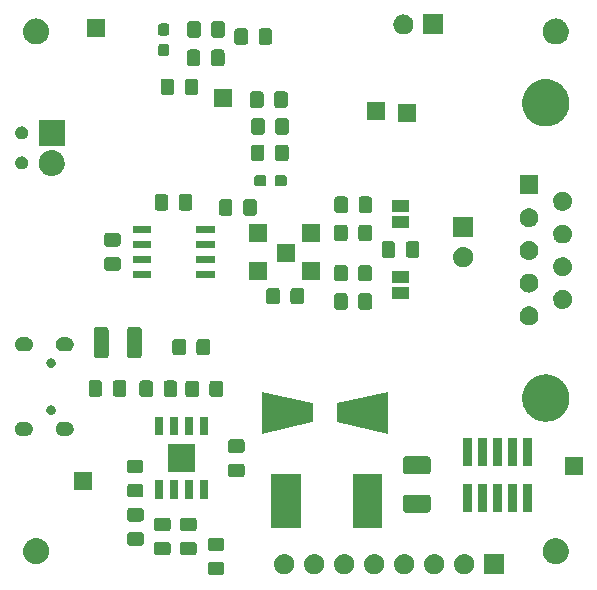
<source format=gbs>
G04 #@! TF.GenerationSoftware,KiCad,Pcbnew,(5.99.0-97-g37fac7a8f)*
G04 #@! TF.CreationDate,2019-12-11T21:19:43+01:00*
G04 #@! TF.ProjectId,canbox,63616e62-6f78-42e6-9b69-6361645f7063,rev?*
G04 #@! TF.SameCoordinates,Original*
G04 #@! TF.FileFunction,Soldermask,Bot*
G04 #@! TF.FilePolarity,Negative*
%FSLAX46Y46*%
G04 Gerber Fmt 4.6, Leading zero omitted, Abs format (unit mm)*
G04 Created by KiCad (PCBNEW (5.99.0-97-g37fac7a8f)) date 2019-12-11 21:19:43*
%MOMM*%
%LPD*%
G04 APERTURE LIST*
%ADD10C,0.100000*%
G04 APERTURE END LIST*
D10*
G36*
X38763883Y-67913773D02*
G01*
X38772426Y-67918396D01*
X38777688Y-67919443D01*
X38791866Y-67928917D01*
X38837259Y-67953482D01*
X38851049Y-67968462D01*
X38860382Y-67974698D01*
X38869892Y-67988931D01*
X38893769Y-68014868D01*
X38906278Y-68043385D01*
X38915637Y-68057392D01*
X38918305Y-68070805D01*
X38928135Y-68093215D01*
X38936423Y-68159704D01*
X38936423Y-68788299D01*
X38921307Y-68878883D01*
X38916684Y-68887426D01*
X38915637Y-68892688D01*
X38906163Y-68906866D01*
X38881598Y-68952259D01*
X38866618Y-68966049D01*
X38860382Y-68975382D01*
X38846149Y-68984892D01*
X38820212Y-69008769D01*
X38791695Y-69021278D01*
X38777688Y-69030637D01*
X38764275Y-69033305D01*
X38741865Y-69043135D01*
X38675376Y-69051423D01*
X37796781Y-69051423D01*
X37706197Y-69036307D01*
X37697654Y-69031684D01*
X37692392Y-69030637D01*
X37678214Y-69021163D01*
X37632821Y-68996598D01*
X37619031Y-68981618D01*
X37609698Y-68975382D01*
X37600188Y-68961149D01*
X37576311Y-68935212D01*
X37563802Y-68906695D01*
X37554443Y-68892688D01*
X37551775Y-68879275D01*
X37541945Y-68856865D01*
X37533657Y-68790376D01*
X37533657Y-68161781D01*
X37548773Y-68071197D01*
X37553396Y-68062654D01*
X37554443Y-68057392D01*
X37563917Y-68043214D01*
X37588482Y-67997821D01*
X37603462Y-67984031D01*
X37609698Y-67974698D01*
X37623931Y-67965188D01*
X37649868Y-67941311D01*
X37678385Y-67928802D01*
X37692392Y-67919443D01*
X37705805Y-67916775D01*
X37728215Y-67906945D01*
X37794704Y-67898657D01*
X38673299Y-67898657D01*
X38763883Y-67913773D01*
X38763883Y-67913773D01*
G37*
G36*
X62635040Y-67245040D02*
G01*
X62636999Y-67254890D01*
X62636999Y-68935190D01*
X62635040Y-68945040D01*
X62625190Y-68946999D01*
X60944890Y-68946999D01*
X60935039Y-68945040D01*
X60935040Y-68945040D01*
X60933081Y-68935190D01*
X60933081Y-67254890D01*
X60935040Y-67245040D01*
X60944890Y-67243081D01*
X62625190Y-67243081D01*
X62635040Y-67245040D01*
X62635040Y-67245040D01*
G37*
G36*
X59366442Y-67260126D02*
G01*
X59505814Y-67281702D01*
X59511418Y-67284127D01*
X59520581Y-67285644D01*
X59593521Y-67319656D01*
X59661862Y-67349230D01*
X59671669Y-67356097D01*
X59687959Y-67363693D01*
X59747174Y-67408966D01*
X59803310Y-67448273D01*
X59815642Y-67461314D01*
X59834673Y-67475864D01*
X59878960Y-67528271D01*
X59921962Y-67573744D01*
X59934565Y-67594070D01*
X59953877Y-67616923D01*
X59983098Y-67672346D01*
X60012957Y-67720503D01*
X60023276Y-67748551D01*
X60040010Y-67780289D01*
X60055070Y-67834965D01*
X60072581Y-67882559D01*
X60077940Y-67917995D01*
X60089053Y-67958340D01*
X60091711Y-68009047D01*
X60098404Y-68053305D01*
X60096217Y-68095034D01*
X60098719Y-68142768D01*
X60091398Y-68186990D01*
X60089367Y-68225750D01*
X60077334Y-68271946D01*
X60068556Y-68324970D01*
X60054123Y-68361055D01*
X60045840Y-68392854D01*
X60022139Y-68441019D01*
X59999971Y-68496444D01*
X59981474Y-68523662D01*
X59969599Y-68547794D01*
X59933059Y-68594901D01*
X59896164Y-68649190D01*
X59876591Y-68667699D01*
X59863760Y-68684241D01*
X59813981Y-68726907D01*
X59761979Y-68776083D01*
X59744009Y-68786881D01*
X59732648Y-68796618D01*
X59670125Y-68831275D01*
X59603677Y-68871201D01*
X59589470Y-68875982D01*
X59581619Y-68880334D01*
X59507789Y-68903471D01*
X59428641Y-68930107D01*
X59419689Y-68931079D01*
X59416838Y-68931973D01*
X59334028Y-68940385D01*
X59291177Y-68945040D01*
X59214765Y-68945040D01*
X59123638Y-68929954D01*
X58984266Y-68908378D01*
X58978662Y-68905953D01*
X58969499Y-68904436D01*
X58896559Y-68870424D01*
X58828218Y-68840850D01*
X58818411Y-68833983D01*
X58802121Y-68826387D01*
X58742906Y-68781114D01*
X58686770Y-68741807D01*
X58674438Y-68728766D01*
X58655407Y-68714216D01*
X58611120Y-68661809D01*
X58568118Y-68616336D01*
X58555515Y-68596010D01*
X58536203Y-68573157D01*
X58506982Y-68517734D01*
X58477123Y-68469577D01*
X58466804Y-68441529D01*
X58450070Y-68409791D01*
X58435010Y-68355115D01*
X58417499Y-68307521D01*
X58412140Y-68272085D01*
X58401027Y-68231740D01*
X58398369Y-68181033D01*
X58391676Y-68136775D01*
X58393863Y-68095046D01*
X58391361Y-68047312D01*
X58398682Y-68003090D01*
X58400713Y-67964330D01*
X58412746Y-67918134D01*
X58421524Y-67865110D01*
X58435957Y-67829025D01*
X58444240Y-67797226D01*
X58467941Y-67749061D01*
X58490109Y-67693636D01*
X58508606Y-67666418D01*
X58520481Y-67642286D01*
X58557021Y-67595179D01*
X58593916Y-67540890D01*
X58613489Y-67522381D01*
X58626320Y-67505839D01*
X58676099Y-67463173D01*
X58728101Y-67413997D01*
X58746071Y-67403199D01*
X58757432Y-67393462D01*
X58819955Y-67358805D01*
X58886403Y-67318879D01*
X58900610Y-67314098D01*
X58908461Y-67309746D01*
X58982291Y-67286609D01*
X59061439Y-67259973D01*
X59070391Y-67259001D01*
X59073242Y-67258107D01*
X59156052Y-67249695D01*
X59198903Y-67245040D01*
X59275315Y-67245040D01*
X59366442Y-67260126D01*
X59366442Y-67260126D01*
G37*
G36*
X56826442Y-67260126D02*
G01*
X56965814Y-67281702D01*
X56971418Y-67284127D01*
X56980581Y-67285644D01*
X57053521Y-67319656D01*
X57121862Y-67349230D01*
X57131669Y-67356097D01*
X57147959Y-67363693D01*
X57207174Y-67408966D01*
X57263310Y-67448273D01*
X57275642Y-67461314D01*
X57294673Y-67475864D01*
X57338960Y-67528271D01*
X57381962Y-67573744D01*
X57394565Y-67594070D01*
X57413877Y-67616923D01*
X57443098Y-67672346D01*
X57472957Y-67720503D01*
X57483276Y-67748551D01*
X57500010Y-67780289D01*
X57515070Y-67834965D01*
X57532581Y-67882559D01*
X57537940Y-67917995D01*
X57549053Y-67958340D01*
X57551711Y-68009047D01*
X57558404Y-68053305D01*
X57556217Y-68095034D01*
X57558719Y-68142768D01*
X57551398Y-68186990D01*
X57549367Y-68225750D01*
X57537334Y-68271946D01*
X57528556Y-68324970D01*
X57514123Y-68361055D01*
X57505840Y-68392854D01*
X57482139Y-68441019D01*
X57459971Y-68496444D01*
X57441474Y-68523662D01*
X57429599Y-68547794D01*
X57393059Y-68594901D01*
X57356164Y-68649190D01*
X57336591Y-68667699D01*
X57323760Y-68684241D01*
X57273981Y-68726907D01*
X57221979Y-68776083D01*
X57204009Y-68786881D01*
X57192648Y-68796618D01*
X57130125Y-68831275D01*
X57063677Y-68871201D01*
X57049470Y-68875982D01*
X57041619Y-68880334D01*
X56967789Y-68903471D01*
X56888641Y-68930107D01*
X56879689Y-68931079D01*
X56876838Y-68931973D01*
X56794028Y-68940385D01*
X56751177Y-68945040D01*
X56674765Y-68945040D01*
X56583638Y-68929954D01*
X56444266Y-68908378D01*
X56438662Y-68905953D01*
X56429499Y-68904436D01*
X56356559Y-68870424D01*
X56288218Y-68840850D01*
X56278411Y-68833983D01*
X56262121Y-68826387D01*
X56202906Y-68781114D01*
X56146770Y-68741807D01*
X56134438Y-68728766D01*
X56115407Y-68714216D01*
X56071120Y-68661809D01*
X56028118Y-68616336D01*
X56015515Y-68596010D01*
X55996203Y-68573157D01*
X55966982Y-68517734D01*
X55937123Y-68469577D01*
X55926804Y-68441529D01*
X55910070Y-68409791D01*
X55895010Y-68355115D01*
X55877499Y-68307521D01*
X55872140Y-68272085D01*
X55861027Y-68231740D01*
X55858369Y-68181033D01*
X55851676Y-68136775D01*
X55853863Y-68095046D01*
X55851361Y-68047312D01*
X55858682Y-68003090D01*
X55860713Y-67964330D01*
X55872746Y-67918134D01*
X55881524Y-67865110D01*
X55895957Y-67829025D01*
X55904240Y-67797226D01*
X55927941Y-67749061D01*
X55950109Y-67693636D01*
X55968606Y-67666418D01*
X55980481Y-67642286D01*
X56017021Y-67595179D01*
X56053916Y-67540890D01*
X56073489Y-67522381D01*
X56086320Y-67505839D01*
X56136099Y-67463173D01*
X56188101Y-67413997D01*
X56206071Y-67403199D01*
X56217432Y-67393462D01*
X56279955Y-67358805D01*
X56346403Y-67318879D01*
X56360610Y-67314098D01*
X56368461Y-67309746D01*
X56442291Y-67286609D01*
X56521439Y-67259973D01*
X56530391Y-67259001D01*
X56533242Y-67258107D01*
X56616052Y-67249695D01*
X56658903Y-67245040D01*
X56735315Y-67245040D01*
X56826442Y-67260126D01*
X56826442Y-67260126D01*
G37*
G36*
X51746442Y-67260126D02*
G01*
X51885814Y-67281702D01*
X51891418Y-67284127D01*
X51900581Y-67285644D01*
X51973521Y-67319656D01*
X52041862Y-67349230D01*
X52051669Y-67356097D01*
X52067959Y-67363693D01*
X52127174Y-67408966D01*
X52183310Y-67448273D01*
X52195642Y-67461314D01*
X52214673Y-67475864D01*
X52258960Y-67528271D01*
X52301962Y-67573744D01*
X52314565Y-67594070D01*
X52333877Y-67616923D01*
X52363098Y-67672346D01*
X52392957Y-67720503D01*
X52403276Y-67748551D01*
X52420010Y-67780289D01*
X52435070Y-67834965D01*
X52452581Y-67882559D01*
X52457940Y-67917995D01*
X52469053Y-67958340D01*
X52471711Y-68009047D01*
X52478404Y-68053305D01*
X52476217Y-68095034D01*
X52478719Y-68142768D01*
X52471398Y-68186990D01*
X52469367Y-68225750D01*
X52457334Y-68271946D01*
X52448556Y-68324970D01*
X52434123Y-68361055D01*
X52425840Y-68392854D01*
X52402139Y-68441019D01*
X52379971Y-68496444D01*
X52361474Y-68523662D01*
X52349599Y-68547794D01*
X52313059Y-68594901D01*
X52276164Y-68649190D01*
X52256591Y-68667699D01*
X52243760Y-68684241D01*
X52193981Y-68726907D01*
X52141979Y-68776083D01*
X52124009Y-68786881D01*
X52112648Y-68796618D01*
X52050125Y-68831275D01*
X51983677Y-68871201D01*
X51969470Y-68875982D01*
X51961619Y-68880334D01*
X51887789Y-68903471D01*
X51808641Y-68930107D01*
X51799689Y-68931079D01*
X51796838Y-68931973D01*
X51714028Y-68940385D01*
X51671177Y-68945040D01*
X51594765Y-68945040D01*
X51503638Y-68929954D01*
X51364266Y-68908378D01*
X51358662Y-68905953D01*
X51349499Y-68904436D01*
X51276559Y-68870424D01*
X51208218Y-68840850D01*
X51198411Y-68833983D01*
X51182121Y-68826387D01*
X51122906Y-68781114D01*
X51066770Y-68741807D01*
X51054438Y-68728766D01*
X51035407Y-68714216D01*
X50991120Y-68661809D01*
X50948118Y-68616336D01*
X50935515Y-68596010D01*
X50916203Y-68573157D01*
X50886982Y-68517734D01*
X50857123Y-68469577D01*
X50846804Y-68441529D01*
X50830070Y-68409791D01*
X50815010Y-68355115D01*
X50797499Y-68307521D01*
X50792140Y-68272085D01*
X50781027Y-68231740D01*
X50778369Y-68181033D01*
X50771676Y-68136775D01*
X50773863Y-68095046D01*
X50771361Y-68047312D01*
X50778682Y-68003090D01*
X50780713Y-67964330D01*
X50792746Y-67918134D01*
X50801524Y-67865110D01*
X50815957Y-67829025D01*
X50824240Y-67797226D01*
X50847941Y-67749061D01*
X50870109Y-67693636D01*
X50888606Y-67666418D01*
X50900481Y-67642286D01*
X50937021Y-67595179D01*
X50973916Y-67540890D01*
X50993489Y-67522381D01*
X51006320Y-67505839D01*
X51056099Y-67463173D01*
X51108101Y-67413997D01*
X51126071Y-67403199D01*
X51137432Y-67393462D01*
X51199955Y-67358805D01*
X51266403Y-67318879D01*
X51280610Y-67314098D01*
X51288461Y-67309746D01*
X51362291Y-67286609D01*
X51441439Y-67259973D01*
X51450391Y-67259001D01*
X51453242Y-67258107D01*
X51536052Y-67249695D01*
X51578903Y-67245040D01*
X51655315Y-67245040D01*
X51746442Y-67260126D01*
X51746442Y-67260126D01*
G37*
G36*
X49206442Y-67260126D02*
G01*
X49345814Y-67281702D01*
X49351418Y-67284127D01*
X49360581Y-67285644D01*
X49433521Y-67319656D01*
X49501862Y-67349230D01*
X49511669Y-67356097D01*
X49527959Y-67363693D01*
X49587174Y-67408966D01*
X49643310Y-67448273D01*
X49655642Y-67461314D01*
X49674673Y-67475864D01*
X49718960Y-67528271D01*
X49761962Y-67573744D01*
X49774565Y-67594070D01*
X49793877Y-67616923D01*
X49823098Y-67672346D01*
X49852957Y-67720503D01*
X49863276Y-67748551D01*
X49880010Y-67780289D01*
X49895070Y-67834965D01*
X49912581Y-67882559D01*
X49917940Y-67917995D01*
X49929053Y-67958340D01*
X49931711Y-68009047D01*
X49938404Y-68053305D01*
X49936217Y-68095034D01*
X49938719Y-68142768D01*
X49931398Y-68186990D01*
X49929367Y-68225750D01*
X49917334Y-68271946D01*
X49908556Y-68324970D01*
X49894123Y-68361055D01*
X49885840Y-68392854D01*
X49862139Y-68441019D01*
X49839971Y-68496444D01*
X49821474Y-68523662D01*
X49809599Y-68547794D01*
X49773059Y-68594901D01*
X49736164Y-68649190D01*
X49716591Y-68667699D01*
X49703760Y-68684241D01*
X49653981Y-68726907D01*
X49601979Y-68776083D01*
X49584009Y-68786881D01*
X49572648Y-68796618D01*
X49510125Y-68831275D01*
X49443677Y-68871201D01*
X49429470Y-68875982D01*
X49421619Y-68880334D01*
X49347789Y-68903471D01*
X49268641Y-68930107D01*
X49259689Y-68931079D01*
X49256838Y-68931973D01*
X49174028Y-68940385D01*
X49131177Y-68945040D01*
X49054765Y-68945040D01*
X48963638Y-68929954D01*
X48824266Y-68908378D01*
X48818662Y-68905953D01*
X48809499Y-68904436D01*
X48736559Y-68870424D01*
X48668218Y-68840850D01*
X48658411Y-68833983D01*
X48642121Y-68826387D01*
X48582906Y-68781114D01*
X48526770Y-68741807D01*
X48514438Y-68728766D01*
X48495407Y-68714216D01*
X48451120Y-68661809D01*
X48408118Y-68616336D01*
X48395515Y-68596010D01*
X48376203Y-68573157D01*
X48346982Y-68517734D01*
X48317123Y-68469577D01*
X48306804Y-68441529D01*
X48290070Y-68409791D01*
X48275010Y-68355115D01*
X48257499Y-68307521D01*
X48252140Y-68272085D01*
X48241027Y-68231740D01*
X48238369Y-68181033D01*
X48231676Y-68136775D01*
X48233863Y-68095046D01*
X48231361Y-68047312D01*
X48238682Y-68003090D01*
X48240713Y-67964330D01*
X48252746Y-67918134D01*
X48261524Y-67865110D01*
X48275957Y-67829025D01*
X48284240Y-67797226D01*
X48307941Y-67749061D01*
X48330109Y-67693636D01*
X48348606Y-67666418D01*
X48360481Y-67642286D01*
X48397021Y-67595179D01*
X48433916Y-67540890D01*
X48453489Y-67522381D01*
X48466320Y-67505839D01*
X48516099Y-67463173D01*
X48568101Y-67413997D01*
X48586071Y-67403199D01*
X48597432Y-67393462D01*
X48659955Y-67358805D01*
X48726403Y-67318879D01*
X48740610Y-67314098D01*
X48748461Y-67309746D01*
X48822291Y-67286609D01*
X48901439Y-67259973D01*
X48910391Y-67259001D01*
X48913242Y-67258107D01*
X48996052Y-67249695D01*
X49038903Y-67245040D01*
X49115315Y-67245040D01*
X49206442Y-67260126D01*
X49206442Y-67260126D01*
G37*
G36*
X46666442Y-67260126D02*
G01*
X46805814Y-67281702D01*
X46811418Y-67284127D01*
X46820581Y-67285644D01*
X46893521Y-67319656D01*
X46961862Y-67349230D01*
X46971669Y-67356097D01*
X46987959Y-67363693D01*
X47047174Y-67408966D01*
X47103310Y-67448273D01*
X47115642Y-67461314D01*
X47134673Y-67475864D01*
X47178960Y-67528271D01*
X47221962Y-67573744D01*
X47234565Y-67594070D01*
X47253877Y-67616923D01*
X47283098Y-67672346D01*
X47312957Y-67720503D01*
X47323276Y-67748551D01*
X47340010Y-67780289D01*
X47355070Y-67834965D01*
X47372581Y-67882559D01*
X47377940Y-67917995D01*
X47389053Y-67958340D01*
X47391711Y-68009047D01*
X47398404Y-68053305D01*
X47396217Y-68095034D01*
X47398719Y-68142768D01*
X47391398Y-68186990D01*
X47389367Y-68225750D01*
X47377334Y-68271946D01*
X47368556Y-68324970D01*
X47354123Y-68361055D01*
X47345840Y-68392854D01*
X47322139Y-68441019D01*
X47299971Y-68496444D01*
X47281474Y-68523662D01*
X47269599Y-68547794D01*
X47233059Y-68594901D01*
X47196164Y-68649190D01*
X47176591Y-68667699D01*
X47163760Y-68684241D01*
X47113981Y-68726907D01*
X47061979Y-68776083D01*
X47044009Y-68786881D01*
X47032648Y-68796618D01*
X46970125Y-68831275D01*
X46903677Y-68871201D01*
X46889470Y-68875982D01*
X46881619Y-68880334D01*
X46807789Y-68903471D01*
X46728641Y-68930107D01*
X46719689Y-68931079D01*
X46716838Y-68931973D01*
X46634028Y-68940385D01*
X46591177Y-68945040D01*
X46514765Y-68945040D01*
X46423638Y-68929954D01*
X46284266Y-68908378D01*
X46278662Y-68905953D01*
X46269499Y-68904436D01*
X46196559Y-68870424D01*
X46128218Y-68840850D01*
X46118411Y-68833983D01*
X46102121Y-68826387D01*
X46042906Y-68781114D01*
X45986770Y-68741807D01*
X45974438Y-68728766D01*
X45955407Y-68714216D01*
X45911120Y-68661809D01*
X45868118Y-68616336D01*
X45855515Y-68596010D01*
X45836203Y-68573157D01*
X45806982Y-68517734D01*
X45777123Y-68469577D01*
X45766804Y-68441529D01*
X45750070Y-68409791D01*
X45735010Y-68355115D01*
X45717499Y-68307521D01*
X45712140Y-68272085D01*
X45701027Y-68231740D01*
X45698369Y-68181033D01*
X45691676Y-68136775D01*
X45693863Y-68095046D01*
X45691361Y-68047312D01*
X45698682Y-68003090D01*
X45700713Y-67964330D01*
X45712746Y-67918134D01*
X45721524Y-67865110D01*
X45735957Y-67829025D01*
X45744240Y-67797226D01*
X45767941Y-67749061D01*
X45790109Y-67693636D01*
X45808606Y-67666418D01*
X45820481Y-67642286D01*
X45857021Y-67595179D01*
X45893916Y-67540890D01*
X45913489Y-67522381D01*
X45926320Y-67505839D01*
X45976099Y-67463173D01*
X46028101Y-67413997D01*
X46046071Y-67403199D01*
X46057432Y-67393462D01*
X46119955Y-67358805D01*
X46186403Y-67318879D01*
X46200610Y-67314098D01*
X46208461Y-67309746D01*
X46282291Y-67286609D01*
X46361439Y-67259973D01*
X46370391Y-67259001D01*
X46373242Y-67258107D01*
X46456052Y-67249695D01*
X46498903Y-67245040D01*
X46575315Y-67245040D01*
X46666442Y-67260126D01*
X46666442Y-67260126D01*
G37*
G36*
X44126442Y-67260126D02*
G01*
X44265814Y-67281702D01*
X44271418Y-67284127D01*
X44280581Y-67285644D01*
X44353521Y-67319656D01*
X44421862Y-67349230D01*
X44431669Y-67356097D01*
X44447959Y-67363693D01*
X44507174Y-67408966D01*
X44563310Y-67448273D01*
X44575642Y-67461314D01*
X44594673Y-67475864D01*
X44638960Y-67528271D01*
X44681962Y-67573744D01*
X44694565Y-67594070D01*
X44713877Y-67616923D01*
X44743098Y-67672346D01*
X44772957Y-67720503D01*
X44783276Y-67748551D01*
X44800010Y-67780289D01*
X44815070Y-67834965D01*
X44832581Y-67882559D01*
X44837940Y-67917995D01*
X44849053Y-67958340D01*
X44851711Y-68009047D01*
X44858404Y-68053305D01*
X44856217Y-68095034D01*
X44858719Y-68142768D01*
X44851398Y-68186990D01*
X44849367Y-68225750D01*
X44837334Y-68271946D01*
X44828556Y-68324970D01*
X44814123Y-68361055D01*
X44805840Y-68392854D01*
X44782139Y-68441019D01*
X44759971Y-68496444D01*
X44741474Y-68523662D01*
X44729599Y-68547794D01*
X44693059Y-68594901D01*
X44656164Y-68649190D01*
X44636591Y-68667699D01*
X44623760Y-68684241D01*
X44573981Y-68726907D01*
X44521979Y-68776083D01*
X44504009Y-68786881D01*
X44492648Y-68796618D01*
X44430125Y-68831275D01*
X44363677Y-68871201D01*
X44349470Y-68875982D01*
X44341619Y-68880334D01*
X44267789Y-68903471D01*
X44188641Y-68930107D01*
X44179689Y-68931079D01*
X44176838Y-68931973D01*
X44094028Y-68940385D01*
X44051177Y-68945040D01*
X43974765Y-68945040D01*
X43883638Y-68929954D01*
X43744266Y-68908378D01*
X43738662Y-68905953D01*
X43729499Y-68904436D01*
X43656559Y-68870424D01*
X43588218Y-68840850D01*
X43578411Y-68833983D01*
X43562121Y-68826387D01*
X43502906Y-68781114D01*
X43446770Y-68741807D01*
X43434438Y-68728766D01*
X43415407Y-68714216D01*
X43371120Y-68661809D01*
X43328118Y-68616336D01*
X43315515Y-68596010D01*
X43296203Y-68573157D01*
X43266982Y-68517734D01*
X43237123Y-68469577D01*
X43226804Y-68441529D01*
X43210070Y-68409791D01*
X43195010Y-68355115D01*
X43177499Y-68307521D01*
X43172140Y-68272085D01*
X43161027Y-68231740D01*
X43158369Y-68181033D01*
X43151676Y-68136775D01*
X43153863Y-68095046D01*
X43151361Y-68047312D01*
X43158682Y-68003090D01*
X43160713Y-67964330D01*
X43172746Y-67918134D01*
X43181524Y-67865110D01*
X43195957Y-67829025D01*
X43204240Y-67797226D01*
X43227941Y-67749061D01*
X43250109Y-67693636D01*
X43268606Y-67666418D01*
X43280481Y-67642286D01*
X43317021Y-67595179D01*
X43353916Y-67540890D01*
X43373489Y-67522381D01*
X43386320Y-67505839D01*
X43436099Y-67463173D01*
X43488101Y-67413997D01*
X43506071Y-67403199D01*
X43517432Y-67393462D01*
X43579955Y-67358805D01*
X43646403Y-67318879D01*
X43660610Y-67314098D01*
X43668461Y-67309746D01*
X43742291Y-67286609D01*
X43821439Y-67259973D01*
X43830391Y-67259001D01*
X43833242Y-67258107D01*
X43916052Y-67249695D01*
X43958903Y-67245040D01*
X44035315Y-67245040D01*
X44126442Y-67260126D01*
X44126442Y-67260126D01*
G37*
G36*
X54286442Y-67260126D02*
G01*
X54425814Y-67281702D01*
X54431418Y-67284127D01*
X54440581Y-67285644D01*
X54513521Y-67319656D01*
X54581862Y-67349230D01*
X54591669Y-67356097D01*
X54607959Y-67363693D01*
X54667174Y-67408966D01*
X54723310Y-67448273D01*
X54735642Y-67461314D01*
X54754673Y-67475864D01*
X54798960Y-67528271D01*
X54841962Y-67573744D01*
X54854565Y-67594070D01*
X54873877Y-67616923D01*
X54903098Y-67672346D01*
X54932957Y-67720503D01*
X54943276Y-67748551D01*
X54960010Y-67780289D01*
X54975070Y-67834965D01*
X54992581Y-67882559D01*
X54997940Y-67917995D01*
X55009053Y-67958340D01*
X55011711Y-68009047D01*
X55018404Y-68053305D01*
X55016217Y-68095034D01*
X55018719Y-68142768D01*
X55011398Y-68186990D01*
X55009367Y-68225750D01*
X54997334Y-68271946D01*
X54988556Y-68324970D01*
X54974123Y-68361055D01*
X54965840Y-68392854D01*
X54942139Y-68441019D01*
X54919971Y-68496444D01*
X54901474Y-68523662D01*
X54889599Y-68547794D01*
X54853059Y-68594901D01*
X54816164Y-68649190D01*
X54796591Y-68667699D01*
X54783760Y-68684241D01*
X54733981Y-68726907D01*
X54681979Y-68776083D01*
X54664009Y-68786881D01*
X54652648Y-68796618D01*
X54590125Y-68831275D01*
X54523677Y-68871201D01*
X54509470Y-68875982D01*
X54501619Y-68880334D01*
X54427789Y-68903471D01*
X54348641Y-68930107D01*
X54339689Y-68931079D01*
X54336838Y-68931973D01*
X54254028Y-68940385D01*
X54211177Y-68945040D01*
X54134765Y-68945040D01*
X54043638Y-68929954D01*
X53904266Y-68908378D01*
X53898662Y-68905953D01*
X53889499Y-68904436D01*
X53816559Y-68870424D01*
X53748218Y-68840850D01*
X53738411Y-68833983D01*
X53722121Y-68826387D01*
X53662906Y-68781114D01*
X53606770Y-68741807D01*
X53594438Y-68728766D01*
X53575407Y-68714216D01*
X53531120Y-68661809D01*
X53488118Y-68616336D01*
X53475515Y-68596010D01*
X53456203Y-68573157D01*
X53426982Y-68517734D01*
X53397123Y-68469577D01*
X53386804Y-68441529D01*
X53370070Y-68409791D01*
X53355010Y-68355115D01*
X53337499Y-68307521D01*
X53332140Y-68272085D01*
X53321027Y-68231740D01*
X53318369Y-68181033D01*
X53311676Y-68136775D01*
X53313863Y-68095046D01*
X53311361Y-68047312D01*
X53318682Y-68003090D01*
X53320713Y-67964330D01*
X53332746Y-67918134D01*
X53341524Y-67865110D01*
X53355957Y-67829025D01*
X53364240Y-67797226D01*
X53387941Y-67749061D01*
X53410109Y-67693636D01*
X53428606Y-67666418D01*
X53440481Y-67642286D01*
X53477021Y-67595179D01*
X53513916Y-67540890D01*
X53533489Y-67522381D01*
X53546320Y-67505839D01*
X53596099Y-67463173D01*
X53648101Y-67413997D01*
X53666071Y-67403199D01*
X53677432Y-67393462D01*
X53739955Y-67358805D01*
X53806403Y-67318879D01*
X53820610Y-67314098D01*
X53828461Y-67309746D01*
X53902291Y-67286609D01*
X53981439Y-67259973D01*
X53990391Y-67259001D01*
X53993242Y-67258107D01*
X54076052Y-67249695D01*
X54118903Y-67245040D01*
X54195315Y-67245040D01*
X54286442Y-67260126D01*
X54286442Y-67260126D01*
G37*
G36*
X23086754Y-65902949D02*
G01*
X23159514Y-65906571D01*
X23188998Y-65913786D01*
X23216466Y-65916697D01*
X23289082Y-65938276D01*
X23363399Y-65956461D01*
X23387508Y-65967525D01*
X23410258Y-65974285D01*
X23481385Y-66010604D01*
X23554171Y-66044005D01*
X23572628Y-66057195D01*
X23590309Y-66066223D01*
X23656972Y-66117468D01*
X23724947Y-66166044D01*
X23737933Y-66179704D01*
X23750590Y-66189434D01*
X23809715Y-66255215D01*
X23869566Y-66318174D01*
X23877664Y-66330813D01*
X23885736Y-66339793D01*
X23934347Y-66419274D01*
X23982808Y-66494905D01*
X23986945Y-66505275D01*
X23991219Y-66512263D01*
X24026554Y-66604554D01*
X24060588Y-66689862D01*
X24061965Y-66697045D01*
X24063503Y-66701063D01*
X24083125Y-66807450D01*
X24100099Y-66896010D01*
X24099346Y-67111668D01*
X24093351Y-67141809D01*
X24092838Y-67160754D01*
X24074196Y-67238107D01*
X24058397Y-67317534D01*
X24050203Y-67337664D01*
X24045780Y-67356015D01*
X24011085Y-67433760D01*
X23979258Y-67511944D01*
X23969501Y-67526939D01*
X23963391Y-67540631D01*
X23912573Y-67614433D01*
X23864784Y-67687881D01*
X23855037Y-67697992D01*
X23848738Y-67707140D01*
X23781858Y-67773904D01*
X23719107Y-67838997D01*
X23710769Y-67844868D01*
X23705657Y-67849971D01*
X23622650Y-67906914D01*
X23547483Y-67959840D01*
X23541702Y-67962444D01*
X23538950Y-67964332D01*
X23435807Y-68010147D01*
X23356105Y-68046050D01*
X23297930Y-68059856D01*
X23157564Y-68093425D01*
X23156172Y-68093497D01*
X23151877Y-68094516D01*
X23060615Y-68098421D01*
X22955668Y-68103829D01*
X22950434Y-68103135D01*
X22942169Y-68103489D01*
X22851705Y-68090050D01*
X22755252Y-68077266D01*
X22746539Y-68074426D01*
X22734547Y-68072645D01*
X22650482Y-68043123D01*
X22563032Y-68014625D01*
X22551565Y-68008386D01*
X22536504Y-68003097D01*
X22462190Y-67959759D01*
X22385453Y-67918007D01*
X22372297Y-67907335D01*
X22355185Y-67897355D01*
X22292900Y-67842925D01*
X22228445Y-67790636D01*
X22214939Y-67774795D01*
X22197133Y-67759234D01*
X22148431Y-67696786D01*
X22097285Y-67636796D01*
X22084949Y-67615387D01*
X22068050Y-67593718D01*
X22033675Y-67526398D01*
X21996353Y-67461625D01*
X21986831Y-67434660D01*
X21972594Y-67406779D01*
X21952587Y-67337690D01*
X21929035Y-67270995D01*
X21923981Y-67238905D01*
X21914210Y-67205162D01*
X21907967Y-67137219D01*
X21897584Y-67071290D01*
X21898568Y-67034928D01*
X21895004Y-66996143D01*
X21901354Y-66931958D01*
X21903052Y-66869201D01*
X21911459Y-66829820D01*
X21915669Y-66787263D01*
X21932977Y-66729018D01*
X21945259Y-66671484D01*
X21962193Y-66630703D01*
X21975459Y-66586059D01*
X22001728Y-66535489D01*
X22022787Y-66484773D01*
X22049004Y-66444480D01*
X22072218Y-66399791D01*
X22105228Y-66358068D01*
X22133042Y-66315320D01*
X22168852Y-66277650D01*
X22202453Y-66235180D01*
X22239890Y-66202922D01*
X22272336Y-66168791D01*
X22317587Y-66135974D01*
X22361466Y-66098166D01*
X22401024Y-66075465D01*
X22435993Y-66050105D01*
X22490016Y-66024395D01*
X22543518Y-65993692D01*
X22583059Y-65980115D01*
X22618544Y-65963228D01*
X22680157Y-65946776D01*
X22742042Y-65925528D01*
X22779659Y-65920208D01*
X22813863Y-65911075D01*
X22881399Y-65905819D01*
X22949874Y-65896135D01*
X22984006Y-65897834D01*
X23015426Y-65895389D01*
X23086754Y-65902949D01*
X23086754Y-65902949D01*
G37*
G36*
X67086754Y-65902949D02*
G01*
X67159514Y-65906571D01*
X67188998Y-65913786D01*
X67216466Y-65916697D01*
X67289082Y-65938276D01*
X67363399Y-65956461D01*
X67387508Y-65967525D01*
X67410258Y-65974285D01*
X67481385Y-66010604D01*
X67554171Y-66044005D01*
X67572628Y-66057195D01*
X67590309Y-66066223D01*
X67656972Y-66117468D01*
X67724947Y-66166044D01*
X67737933Y-66179704D01*
X67750590Y-66189434D01*
X67809715Y-66255215D01*
X67869566Y-66318174D01*
X67877664Y-66330813D01*
X67885736Y-66339793D01*
X67934347Y-66419274D01*
X67982808Y-66494905D01*
X67986945Y-66505275D01*
X67991219Y-66512263D01*
X68026554Y-66604554D01*
X68060588Y-66689862D01*
X68061965Y-66697045D01*
X68063503Y-66701063D01*
X68083125Y-66807450D01*
X68100099Y-66896010D01*
X68099346Y-67111668D01*
X68093351Y-67141809D01*
X68092838Y-67160754D01*
X68074196Y-67238107D01*
X68058397Y-67317534D01*
X68050203Y-67337664D01*
X68045780Y-67356015D01*
X68011085Y-67433760D01*
X67979258Y-67511944D01*
X67969501Y-67526939D01*
X67963391Y-67540631D01*
X67912573Y-67614433D01*
X67864784Y-67687881D01*
X67855037Y-67697992D01*
X67848738Y-67707140D01*
X67781858Y-67773904D01*
X67719107Y-67838997D01*
X67710769Y-67844868D01*
X67705657Y-67849971D01*
X67622650Y-67906914D01*
X67547483Y-67959840D01*
X67541702Y-67962444D01*
X67538950Y-67964332D01*
X67435807Y-68010147D01*
X67356105Y-68046050D01*
X67297930Y-68059856D01*
X67157564Y-68093425D01*
X67156172Y-68093497D01*
X67151877Y-68094516D01*
X67060615Y-68098421D01*
X66955668Y-68103829D01*
X66950434Y-68103135D01*
X66942169Y-68103489D01*
X66851705Y-68090050D01*
X66755252Y-68077266D01*
X66746539Y-68074426D01*
X66734547Y-68072645D01*
X66650482Y-68043123D01*
X66563032Y-68014625D01*
X66551565Y-68008386D01*
X66536504Y-68003097D01*
X66462190Y-67959759D01*
X66385453Y-67918007D01*
X66372297Y-67907335D01*
X66355185Y-67897355D01*
X66292900Y-67842925D01*
X66228445Y-67790636D01*
X66214939Y-67774795D01*
X66197133Y-67759234D01*
X66148431Y-67696786D01*
X66097285Y-67636796D01*
X66084949Y-67615387D01*
X66068050Y-67593718D01*
X66033675Y-67526398D01*
X65996353Y-67461625D01*
X65986831Y-67434660D01*
X65972594Y-67406779D01*
X65952587Y-67337690D01*
X65929035Y-67270995D01*
X65923981Y-67238905D01*
X65914210Y-67205162D01*
X65907967Y-67137219D01*
X65897584Y-67071290D01*
X65898568Y-67034928D01*
X65895004Y-66996143D01*
X65901354Y-66931958D01*
X65903052Y-66869201D01*
X65911459Y-66829820D01*
X65915669Y-66787263D01*
X65932977Y-66729018D01*
X65945259Y-66671484D01*
X65962193Y-66630703D01*
X65975459Y-66586059D01*
X66001728Y-66535489D01*
X66022787Y-66484773D01*
X66049004Y-66444480D01*
X66072218Y-66399791D01*
X66105228Y-66358068D01*
X66133042Y-66315320D01*
X66168852Y-66277650D01*
X66202453Y-66235180D01*
X66239890Y-66202922D01*
X66272336Y-66168791D01*
X66317587Y-66135974D01*
X66361466Y-66098166D01*
X66401024Y-66075465D01*
X66435993Y-66050105D01*
X66490016Y-66024395D01*
X66543518Y-65993692D01*
X66583059Y-65980115D01*
X66618544Y-65963228D01*
X66680157Y-65946776D01*
X66742042Y-65925528D01*
X66779659Y-65920208D01*
X66813863Y-65911075D01*
X66881399Y-65905819D01*
X66949874Y-65896135D01*
X66984006Y-65897834D01*
X67015426Y-65895389D01*
X67086754Y-65902949D01*
X67086754Y-65902949D01*
G37*
G36*
X34224901Y-66220962D02*
G01*
X34233444Y-66225585D01*
X34238706Y-66226632D01*
X34252884Y-66236106D01*
X34298277Y-66260671D01*
X34312067Y-66275651D01*
X34321400Y-66281887D01*
X34330910Y-66296120D01*
X34354787Y-66322057D01*
X34367296Y-66350574D01*
X34376655Y-66364581D01*
X34379323Y-66377994D01*
X34389153Y-66400404D01*
X34397441Y-66466893D01*
X34397441Y-67095488D01*
X34382325Y-67186072D01*
X34377702Y-67194615D01*
X34376655Y-67199877D01*
X34367181Y-67214055D01*
X34342616Y-67259448D01*
X34327636Y-67273238D01*
X34321400Y-67282571D01*
X34307167Y-67292081D01*
X34281230Y-67315958D01*
X34252713Y-67328467D01*
X34238706Y-67337826D01*
X34225293Y-67340494D01*
X34202883Y-67350324D01*
X34136394Y-67358612D01*
X33257799Y-67358612D01*
X33167215Y-67343496D01*
X33158672Y-67338873D01*
X33153410Y-67337826D01*
X33139232Y-67328352D01*
X33093839Y-67303787D01*
X33080049Y-67288807D01*
X33070716Y-67282571D01*
X33061206Y-67268338D01*
X33037329Y-67242401D01*
X33024820Y-67213884D01*
X33015461Y-67199877D01*
X33012793Y-67186464D01*
X33002963Y-67164054D01*
X32994675Y-67097565D01*
X32994675Y-66468970D01*
X33009791Y-66378386D01*
X33014414Y-66369843D01*
X33015461Y-66364581D01*
X33024935Y-66350403D01*
X33049500Y-66305010D01*
X33064480Y-66291220D01*
X33070716Y-66281887D01*
X33084949Y-66272377D01*
X33110886Y-66248500D01*
X33139403Y-66235991D01*
X33153410Y-66226632D01*
X33166823Y-66223964D01*
X33189233Y-66214134D01*
X33255722Y-66205846D01*
X34134317Y-66205846D01*
X34224901Y-66220962D01*
X34224901Y-66220962D01*
G37*
G36*
X36424901Y-66220962D02*
G01*
X36433444Y-66225585D01*
X36438706Y-66226632D01*
X36452884Y-66236106D01*
X36498277Y-66260671D01*
X36512067Y-66275651D01*
X36521400Y-66281887D01*
X36530910Y-66296120D01*
X36554787Y-66322057D01*
X36567296Y-66350574D01*
X36576655Y-66364581D01*
X36579323Y-66377994D01*
X36589153Y-66400404D01*
X36597441Y-66466893D01*
X36597441Y-67095488D01*
X36582325Y-67186072D01*
X36577702Y-67194615D01*
X36576655Y-67199877D01*
X36567181Y-67214055D01*
X36542616Y-67259448D01*
X36527636Y-67273238D01*
X36521400Y-67282571D01*
X36507167Y-67292081D01*
X36481230Y-67315958D01*
X36452713Y-67328467D01*
X36438706Y-67337826D01*
X36425293Y-67340494D01*
X36402883Y-67350324D01*
X36336394Y-67358612D01*
X35457799Y-67358612D01*
X35367215Y-67343496D01*
X35358672Y-67338873D01*
X35353410Y-67337826D01*
X35339232Y-67328352D01*
X35293839Y-67303787D01*
X35280049Y-67288807D01*
X35270716Y-67282571D01*
X35261206Y-67268338D01*
X35237329Y-67242401D01*
X35224820Y-67213884D01*
X35215461Y-67199877D01*
X35212793Y-67186464D01*
X35202963Y-67164054D01*
X35194675Y-67097565D01*
X35194675Y-66468970D01*
X35209791Y-66378386D01*
X35214414Y-66369843D01*
X35215461Y-66364581D01*
X35224935Y-66350403D01*
X35249500Y-66305010D01*
X35264480Y-66291220D01*
X35270716Y-66281887D01*
X35284949Y-66272377D01*
X35310886Y-66248500D01*
X35339403Y-66235991D01*
X35353410Y-66226632D01*
X35366823Y-66223964D01*
X35389233Y-66214134D01*
X35455722Y-66205846D01*
X36334317Y-66205846D01*
X36424901Y-66220962D01*
X36424901Y-66220962D01*
G37*
G36*
X38763883Y-65863773D02*
G01*
X38772426Y-65868396D01*
X38777688Y-65869443D01*
X38791866Y-65878917D01*
X38837259Y-65903482D01*
X38851049Y-65918462D01*
X38860382Y-65924698D01*
X38869892Y-65938931D01*
X38893769Y-65964868D01*
X38906278Y-65993385D01*
X38915637Y-66007392D01*
X38918305Y-66020805D01*
X38928135Y-66043215D01*
X38936423Y-66109704D01*
X38936423Y-66738299D01*
X38921307Y-66828883D01*
X38916684Y-66837426D01*
X38915637Y-66842688D01*
X38906163Y-66856866D01*
X38881598Y-66902259D01*
X38866618Y-66916049D01*
X38860382Y-66925382D01*
X38846149Y-66934892D01*
X38820212Y-66958769D01*
X38791695Y-66971278D01*
X38777688Y-66980637D01*
X38764275Y-66983305D01*
X38741865Y-66993135D01*
X38675376Y-67001423D01*
X37796781Y-67001423D01*
X37706197Y-66986307D01*
X37697654Y-66981684D01*
X37692392Y-66980637D01*
X37678214Y-66971163D01*
X37632821Y-66946598D01*
X37619031Y-66931618D01*
X37609698Y-66925382D01*
X37600188Y-66911149D01*
X37576311Y-66885212D01*
X37563802Y-66856695D01*
X37554443Y-66842688D01*
X37551775Y-66829275D01*
X37541945Y-66806865D01*
X37533657Y-66740376D01*
X37533657Y-66111781D01*
X37548773Y-66021197D01*
X37553396Y-66012654D01*
X37554443Y-66007392D01*
X37563917Y-65993214D01*
X37588482Y-65947821D01*
X37603462Y-65934031D01*
X37609698Y-65924698D01*
X37623931Y-65915188D01*
X37649868Y-65891311D01*
X37678385Y-65878802D01*
X37692392Y-65869443D01*
X37705805Y-65866775D01*
X37728215Y-65856945D01*
X37794704Y-65848657D01*
X38673299Y-65848657D01*
X38763883Y-65863773D01*
X38763883Y-65863773D01*
G37*
G36*
X31939901Y-65405962D02*
G01*
X31948444Y-65410585D01*
X31953706Y-65411632D01*
X31967884Y-65421106D01*
X32013277Y-65445671D01*
X32027067Y-65460651D01*
X32036400Y-65466887D01*
X32045910Y-65481120D01*
X32069787Y-65507057D01*
X32082296Y-65535574D01*
X32091655Y-65549581D01*
X32094323Y-65562994D01*
X32104153Y-65585404D01*
X32112441Y-65651893D01*
X32112441Y-66280488D01*
X32097325Y-66371072D01*
X32092702Y-66379615D01*
X32091655Y-66384877D01*
X32082181Y-66399055D01*
X32057616Y-66444448D01*
X32042636Y-66458238D01*
X32036400Y-66467571D01*
X32022167Y-66477081D01*
X31996230Y-66500958D01*
X31967713Y-66513467D01*
X31953706Y-66522826D01*
X31940293Y-66525494D01*
X31917883Y-66535324D01*
X31851394Y-66543612D01*
X30972799Y-66543612D01*
X30882215Y-66528496D01*
X30873672Y-66523873D01*
X30868410Y-66522826D01*
X30854232Y-66513352D01*
X30808839Y-66488787D01*
X30795049Y-66473807D01*
X30785716Y-66467571D01*
X30776206Y-66453338D01*
X30752329Y-66427401D01*
X30739820Y-66398884D01*
X30730461Y-66384877D01*
X30727793Y-66371464D01*
X30717963Y-66349054D01*
X30709675Y-66282565D01*
X30709675Y-65653970D01*
X30724791Y-65563386D01*
X30729414Y-65554843D01*
X30730461Y-65549581D01*
X30739935Y-65535403D01*
X30764500Y-65490010D01*
X30779480Y-65476220D01*
X30785716Y-65466887D01*
X30799949Y-65457377D01*
X30825886Y-65433500D01*
X30854403Y-65420991D01*
X30868410Y-65411632D01*
X30881823Y-65408964D01*
X30904233Y-65399134D01*
X30970722Y-65390846D01*
X31849317Y-65390846D01*
X31939901Y-65405962D01*
X31939901Y-65405962D01*
G37*
G36*
X34224901Y-64170962D02*
G01*
X34233444Y-64175585D01*
X34238706Y-64176632D01*
X34252884Y-64186106D01*
X34298277Y-64210671D01*
X34312067Y-64225651D01*
X34321400Y-64231887D01*
X34330910Y-64246120D01*
X34354787Y-64272057D01*
X34367296Y-64300574D01*
X34376655Y-64314581D01*
X34379323Y-64327994D01*
X34389153Y-64350404D01*
X34397441Y-64416893D01*
X34397441Y-65045488D01*
X34382325Y-65136072D01*
X34377702Y-65144615D01*
X34376655Y-65149877D01*
X34367181Y-65164055D01*
X34342616Y-65209448D01*
X34327636Y-65223238D01*
X34321400Y-65232571D01*
X34307167Y-65242081D01*
X34281230Y-65265958D01*
X34252713Y-65278467D01*
X34238706Y-65287826D01*
X34225293Y-65290494D01*
X34202883Y-65300324D01*
X34136394Y-65308612D01*
X33257799Y-65308612D01*
X33167215Y-65293496D01*
X33158672Y-65288873D01*
X33153410Y-65287826D01*
X33139232Y-65278352D01*
X33093839Y-65253787D01*
X33080049Y-65238807D01*
X33070716Y-65232571D01*
X33061206Y-65218338D01*
X33037329Y-65192401D01*
X33024820Y-65163884D01*
X33015461Y-65149877D01*
X33012793Y-65136464D01*
X33002963Y-65114054D01*
X32994675Y-65047565D01*
X32994675Y-64418970D01*
X33009791Y-64328386D01*
X33014414Y-64319843D01*
X33015461Y-64314581D01*
X33024935Y-64300403D01*
X33049500Y-64255010D01*
X33064480Y-64241220D01*
X33070716Y-64231887D01*
X33084949Y-64222377D01*
X33110886Y-64198500D01*
X33139403Y-64185991D01*
X33153410Y-64176632D01*
X33166823Y-64173964D01*
X33189233Y-64164134D01*
X33255722Y-64155846D01*
X34134317Y-64155846D01*
X34224901Y-64170962D01*
X34224901Y-64170962D01*
G37*
G36*
X36424901Y-64170962D02*
G01*
X36433444Y-64175585D01*
X36438706Y-64176632D01*
X36452884Y-64186106D01*
X36498277Y-64210671D01*
X36512067Y-64225651D01*
X36521400Y-64231887D01*
X36530910Y-64246120D01*
X36554787Y-64272057D01*
X36567296Y-64300574D01*
X36576655Y-64314581D01*
X36579323Y-64327994D01*
X36589153Y-64350404D01*
X36597441Y-64416893D01*
X36597441Y-65045488D01*
X36582325Y-65136072D01*
X36577702Y-65144615D01*
X36576655Y-65149877D01*
X36567181Y-65164055D01*
X36542616Y-65209448D01*
X36527636Y-65223238D01*
X36521400Y-65232571D01*
X36507167Y-65242081D01*
X36481230Y-65265958D01*
X36452713Y-65278467D01*
X36438706Y-65287826D01*
X36425293Y-65290494D01*
X36402883Y-65300324D01*
X36336394Y-65308612D01*
X35457799Y-65308612D01*
X35367215Y-65293496D01*
X35358672Y-65288873D01*
X35353410Y-65287826D01*
X35339232Y-65278352D01*
X35293839Y-65253787D01*
X35280049Y-65238807D01*
X35270716Y-65232571D01*
X35261206Y-65218338D01*
X35237329Y-65192401D01*
X35224820Y-65163884D01*
X35215461Y-65149877D01*
X35212793Y-65136464D01*
X35202963Y-65114054D01*
X35194675Y-65047565D01*
X35194675Y-64418970D01*
X35209791Y-64328386D01*
X35214414Y-64319843D01*
X35215461Y-64314581D01*
X35224935Y-64300403D01*
X35249500Y-64255010D01*
X35264480Y-64241220D01*
X35270716Y-64231887D01*
X35284949Y-64222377D01*
X35310886Y-64198500D01*
X35339403Y-64185991D01*
X35353410Y-64176632D01*
X35366823Y-64173964D01*
X35389233Y-64164134D01*
X35455722Y-64155846D01*
X36334317Y-64155846D01*
X36424901Y-64170962D01*
X36424901Y-64170962D01*
G37*
G36*
X52295040Y-60455040D02*
G01*
X52296999Y-60464890D01*
X52296999Y-65045190D01*
X52295040Y-65055040D01*
X52285190Y-65056999D01*
X49804890Y-65056999D01*
X49795039Y-65055040D01*
X49795040Y-65055040D01*
X49793081Y-65045190D01*
X49793081Y-60464890D01*
X49795040Y-60455040D01*
X49804890Y-60453081D01*
X52285190Y-60453081D01*
X52295040Y-60455040D01*
X52295040Y-60455040D01*
G37*
G36*
X45395040Y-60455040D02*
G01*
X45396999Y-60464890D01*
X45396999Y-65045190D01*
X45395040Y-65055040D01*
X45385190Y-65056999D01*
X42904890Y-65056999D01*
X42895039Y-65055040D01*
X42895040Y-65055040D01*
X42893081Y-65045190D01*
X42893081Y-60464890D01*
X42895040Y-60455040D01*
X42904890Y-60453081D01*
X45385190Y-60453081D01*
X45395040Y-60455040D01*
X45395040Y-60455040D01*
G37*
G36*
X31939901Y-63355962D02*
G01*
X31948444Y-63360585D01*
X31953706Y-63361632D01*
X31967884Y-63371106D01*
X32013277Y-63395671D01*
X32027067Y-63410651D01*
X32036400Y-63416887D01*
X32045910Y-63431120D01*
X32069787Y-63457057D01*
X32082296Y-63485574D01*
X32091655Y-63499581D01*
X32094323Y-63512994D01*
X32104153Y-63535404D01*
X32112441Y-63601893D01*
X32112441Y-64230488D01*
X32097325Y-64321072D01*
X32092702Y-64329615D01*
X32091655Y-64334877D01*
X32082181Y-64349055D01*
X32057616Y-64394448D01*
X32042636Y-64408238D01*
X32036400Y-64417571D01*
X32022167Y-64427081D01*
X31996230Y-64450958D01*
X31967713Y-64463467D01*
X31953706Y-64472826D01*
X31940293Y-64475494D01*
X31917883Y-64485324D01*
X31851394Y-64493612D01*
X30972799Y-64493612D01*
X30882215Y-64478496D01*
X30873672Y-64473873D01*
X30868410Y-64472826D01*
X30854232Y-64463352D01*
X30808839Y-64438787D01*
X30795049Y-64423807D01*
X30785716Y-64417571D01*
X30776206Y-64403338D01*
X30752329Y-64377401D01*
X30739820Y-64348884D01*
X30730461Y-64334877D01*
X30727793Y-64321464D01*
X30717963Y-64299054D01*
X30709675Y-64232565D01*
X30709675Y-63603970D01*
X30724791Y-63513386D01*
X30729414Y-63504843D01*
X30730461Y-63499581D01*
X30739935Y-63485403D01*
X30764500Y-63440010D01*
X30779480Y-63426220D01*
X30785716Y-63416887D01*
X30799949Y-63407377D01*
X30825886Y-63383500D01*
X30854403Y-63370991D01*
X30868410Y-63361632D01*
X30881823Y-63358964D01*
X30904233Y-63349134D01*
X30970722Y-63340846D01*
X31849317Y-63340846D01*
X31939901Y-63355962D01*
X31939901Y-63355962D01*
G37*
G36*
X56238879Y-62245680D02*
G01*
X56247424Y-62250304D01*
X56252687Y-62251351D01*
X56266871Y-62260828D01*
X56312261Y-62285392D01*
X56326049Y-62300370D01*
X56335382Y-62306606D01*
X56344893Y-62320841D01*
X56368769Y-62346777D01*
X56381278Y-62375294D01*
X56390637Y-62389301D01*
X56393305Y-62402712D01*
X56403135Y-62425123D01*
X56411423Y-62491613D01*
X56411423Y-63470206D01*
X56396308Y-63560787D01*
X56391684Y-63569332D01*
X56390637Y-63574595D01*
X56381160Y-63588779D01*
X56356596Y-63634169D01*
X56341618Y-63647957D01*
X56335382Y-63657290D01*
X56321147Y-63666801D01*
X56295211Y-63690677D01*
X56266694Y-63703186D01*
X56252687Y-63712545D01*
X56239276Y-63715213D01*
X56216865Y-63725043D01*
X56150375Y-63733331D01*
X54321782Y-63733331D01*
X54231201Y-63718216D01*
X54222656Y-63713592D01*
X54217393Y-63712545D01*
X54203209Y-63703068D01*
X54157819Y-63678504D01*
X54144031Y-63663526D01*
X54134698Y-63657290D01*
X54125187Y-63643055D01*
X54101311Y-63617119D01*
X54088802Y-63588602D01*
X54079443Y-63574595D01*
X54076775Y-63561184D01*
X54066945Y-63538773D01*
X54058657Y-63472283D01*
X54058657Y-62493690D01*
X54073772Y-62403109D01*
X54078396Y-62394564D01*
X54079443Y-62389301D01*
X54088920Y-62375117D01*
X54113484Y-62329727D01*
X54128462Y-62315939D01*
X54134698Y-62306606D01*
X54148933Y-62297095D01*
X54174869Y-62273219D01*
X54203386Y-62260710D01*
X54217393Y-62251351D01*
X54230804Y-62248683D01*
X54253215Y-62238853D01*
X54319705Y-62230565D01*
X56148298Y-62230565D01*
X56238879Y-62245680D01*
X56238879Y-62245680D01*
G37*
G36*
X64975040Y-61325040D02*
G01*
X64976999Y-61334890D01*
X64976999Y-63715190D01*
X64975040Y-63725040D01*
X64965190Y-63726999D01*
X64244890Y-63726999D01*
X64235040Y-63725040D01*
X64233081Y-63715190D01*
X64233081Y-61334890D01*
X64235040Y-61325040D01*
X64244890Y-61323081D01*
X64965190Y-61323081D01*
X64975040Y-61325040D01*
X64975040Y-61325040D01*
G37*
G36*
X63705040Y-61325040D02*
G01*
X63706999Y-61334890D01*
X63706999Y-63715190D01*
X63705040Y-63725040D01*
X63695190Y-63726999D01*
X62974890Y-63726999D01*
X62965040Y-63725040D01*
X62963081Y-63715190D01*
X62963081Y-61334890D01*
X62965040Y-61325040D01*
X62974890Y-61323081D01*
X63695190Y-61323081D01*
X63705040Y-61325040D01*
X63705040Y-61325040D01*
G37*
G36*
X62435040Y-61325040D02*
G01*
X62436999Y-61334890D01*
X62436999Y-63715190D01*
X62435040Y-63725040D01*
X62425190Y-63726999D01*
X61704890Y-63726999D01*
X61695040Y-63725040D01*
X61693081Y-63715190D01*
X61693081Y-61334890D01*
X61695040Y-61325040D01*
X61704890Y-61323081D01*
X62425190Y-61323081D01*
X62435040Y-61325040D01*
X62435040Y-61325040D01*
G37*
G36*
X61165040Y-61325040D02*
G01*
X61166999Y-61334890D01*
X61166999Y-63715190D01*
X61165040Y-63725040D01*
X61155190Y-63726999D01*
X60434890Y-63726999D01*
X60425040Y-63725040D01*
X60423081Y-63715190D01*
X60423081Y-61334890D01*
X60425040Y-61325040D01*
X60434890Y-61323081D01*
X61155190Y-61323081D01*
X61165040Y-61325040D01*
X61165040Y-61325040D01*
G37*
G36*
X59895040Y-61325040D02*
G01*
X59896999Y-61334890D01*
X59896999Y-63715190D01*
X59895040Y-63725040D01*
X59885190Y-63726999D01*
X59164890Y-63726999D01*
X59155040Y-63725040D01*
X59153081Y-63715190D01*
X59153081Y-61334890D01*
X59155040Y-61325040D01*
X59164890Y-61323081D01*
X59885190Y-61323081D01*
X59895040Y-61325040D01*
X59895040Y-61325040D01*
G37*
G36*
X36246058Y-61007229D02*
G01*
X36248017Y-61017079D01*
X36248017Y-62547379D01*
X36246058Y-62557229D01*
X36236208Y-62559188D01*
X35655908Y-62559188D01*
X35646058Y-62557229D01*
X35644099Y-62547379D01*
X35644099Y-61017079D01*
X35646058Y-61007229D01*
X35655908Y-61005270D01*
X36236208Y-61005270D01*
X36246058Y-61007229D01*
X36246058Y-61007229D01*
G37*
G36*
X34976058Y-61007229D02*
G01*
X34978017Y-61017079D01*
X34978017Y-62547379D01*
X34976058Y-62557229D01*
X34966208Y-62559188D01*
X34385908Y-62559188D01*
X34376058Y-62557229D01*
X34374099Y-62547379D01*
X34374099Y-61017079D01*
X34376058Y-61007229D01*
X34385908Y-61005270D01*
X34966208Y-61005270D01*
X34976058Y-61007229D01*
X34976058Y-61007229D01*
G37*
G36*
X33706058Y-61007229D02*
G01*
X33708017Y-61017079D01*
X33708017Y-62547379D01*
X33706058Y-62557229D01*
X33696208Y-62559188D01*
X33115908Y-62559188D01*
X33106058Y-62557229D01*
X33104099Y-62547379D01*
X33104099Y-61017079D01*
X33106058Y-61007229D01*
X33115908Y-61005270D01*
X33696208Y-61005270D01*
X33706058Y-61007229D01*
X33706058Y-61007229D01*
G37*
G36*
X37516058Y-61007229D02*
G01*
X37518017Y-61017079D01*
X37518017Y-62547379D01*
X37516058Y-62557229D01*
X37506208Y-62559188D01*
X36925908Y-62559188D01*
X36916058Y-62557229D01*
X36914099Y-62547379D01*
X36914099Y-61017079D01*
X36916058Y-61007229D01*
X36925908Y-61005270D01*
X37506208Y-61005270D01*
X37516058Y-61007229D01*
X37516058Y-61007229D01*
G37*
G36*
X31919901Y-61320962D02*
G01*
X31928444Y-61325585D01*
X31933706Y-61326632D01*
X31947884Y-61336106D01*
X31993277Y-61360671D01*
X32007067Y-61375651D01*
X32016400Y-61381887D01*
X32025910Y-61396120D01*
X32049787Y-61422057D01*
X32062296Y-61450574D01*
X32071655Y-61464581D01*
X32074323Y-61477994D01*
X32084153Y-61500404D01*
X32092441Y-61566893D01*
X32092441Y-62195488D01*
X32077325Y-62286072D01*
X32072702Y-62294615D01*
X32071655Y-62299877D01*
X32062181Y-62314055D01*
X32037616Y-62359448D01*
X32022636Y-62373238D01*
X32016400Y-62382571D01*
X32002167Y-62392081D01*
X31976230Y-62415958D01*
X31947713Y-62428467D01*
X31933706Y-62437826D01*
X31920293Y-62440494D01*
X31897883Y-62450324D01*
X31831394Y-62458612D01*
X30952799Y-62458612D01*
X30862215Y-62443496D01*
X30853672Y-62438873D01*
X30848410Y-62437826D01*
X30834232Y-62428352D01*
X30788839Y-62403787D01*
X30775049Y-62388807D01*
X30765716Y-62382571D01*
X30756206Y-62368338D01*
X30732329Y-62342401D01*
X30719820Y-62313884D01*
X30710461Y-62299877D01*
X30707793Y-62286464D01*
X30697963Y-62264054D01*
X30689675Y-62197565D01*
X30689675Y-61568970D01*
X30704791Y-61478386D01*
X30709414Y-61469843D01*
X30710461Y-61464581D01*
X30719935Y-61450403D01*
X30744500Y-61405010D01*
X30759480Y-61391220D01*
X30765716Y-61381887D01*
X30779949Y-61372377D01*
X30805886Y-61348500D01*
X30834403Y-61335991D01*
X30848410Y-61326632D01*
X30861823Y-61323964D01*
X30884233Y-61314134D01*
X30950722Y-61305846D01*
X31829317Y-61305846D01*
X31919901Y-61320962D01*
X31919901Y-61320962D01*
G37*
G36*
X27728040Y-60291040D02*
G01*
X27729999Y-60300890D01*
X27729999Y-61781190D01*
X27728040Y-61791040D01*
X27718190Y-61792999D01*
X26237890Y-61792999D01*
X26228039Y-61791040D01*
X26228040Y-61791040D01*
X26226081Y-61781190D01*
X26226081Y-60300890D01*
X26228040Y-60291040D01*
X26237890Y-60289081D01*
X27718190Y-60289081D01*
X27728040Y-60291040D01*
X27728040Y-60291040D01*
G37*
G36*
X40487781Y-59597282D02*
G01*
X40496324Y-59601905D01*
X40501586Y-59602952D01*
X40515764Y-59612426D01*
X40561157Y-59636991D01*
X40574947Y-59651971D01*
X40584280Y-59658207D01*
X40593790Y-59672440D01*
X40617667Y-59698377D01*
X40630176Y-59726894D01*
X40639535Y-59740901D01*
X40642203Y-59754314D01*
X40652033Y-59776724D01*
X40660321Y-59843213D01*
X40660321Y-60471808D01*
X40645205Y-60562392D01*
X40640582Y-60570935D01*
X40639535Y-60576197D01*
X40630061Y-60590375D01*
X40605496Y-60635768D01*
X40590516Y-60649558D01*
X40584280Y-60658891D01*
X40570047Y-60668401D01*
X40544110Y-60692278D01*
X40515593Y-60704787D01*
X40501586Y-60714146D01*
X40488173Y-60716814D01*
X40465763Y-60726644D01*
X40399274Y-60734932D01*
X39520679Y-60734932D01*
X39430095Y-60719816D01*
X39421552Y-60715193D01*
X39416290Y-60714146D01*
X39402112Y-60704672D01*
X39356719Y-60680107D01*
X39342929Y-60665127D01*
X39333596Y-60658891D01*
X39324086Y-60644658D01*
X39300209Y-60618721D01*
X39287700Y-60590204D01*
X39278341Y-60576197D01*
X39275673Y-60562784D01*
X39265843Y-60540374D01*
X39257555Y-60473885D01*
X39257555Y-59845290D01*
X39272671Y-59754706D01*
X39277294Y-59746163D01*
X39278341Y-59740901D01*
X39287815Y-59726723D01*
X39312380Y-59681330D01*
X39327360Y-59667540D01*
X39333596Y-59658207D01*
X39347829Y-59648697D01*
X39373766Y-59624820D01*
X39402283Y-59612311D01*
X39416290Y-59602952D01*
X39429703Y-59600284D01*
X39452113Y-59590454D01*
X39518602Y-59582166D01*
X40397197Y-59582166D01*
X40487781Y-59597282D01*
X40487781Y-59597282D01*
G37*
G36*
X69285040Y-59015040D02*
G01*
X69286999Y-59024890D01*
X69286999Y-60505190D01*
X69285040Y-60515040D01*
X69275190Y-60516999D01*
X67794890Y-60516999D01*
X67785039Y-60515040D01*
X67785040Y-60515040D01*
X67783081Y-60505190D01*
X67783081Y-59024890D01*
X67785040Y-59015040D01*
X67794890Y-59013081D01*
X69275190Y-59013081D01*
X69285040Y-59015040D01*
X69285040Y-59015040D01*
G37*
G36*
X56238879Y-58995680D02*
G01*
X56247424Y-59000304D01*
X56252687Y-59001351D01*
X56266871Y-59010828D01*
X56312261Y-59035392D01*
X56326049Y-59050370D01*
X56335382Y-59056606D01*
X56344893Y-59070841D01*
X56368769Y-59096777D01*
X56381278Y-59125294D01*
X56390637Y-59139301D01*
X56393305Y-59152712D01*
X56403135Y-59175123D01*
X56411423Y-59241613D01*
X56411423Y-60220206D01*
X56396308Y-60310787D01*
X56391684Y-60319332D01*
X56390637Y-60324595D01*
X56381160Y-60338779D01*
X56356596Y-60384169D01*
X56341618Y-60397957D01*
X56335382Y-60407290D01*
X56321147Y-60416801D01*
X56295211Y-60440677D01*
X56266694Y-60453186D01*
X56252687Y-60462545D01*
X56239276Y-60465213D01*
X56216865Y-60475043D01*
X56150375Y-60483331D01*
X54321782Y-60483331D01*
X54231201Y-60468216D01*
X54222656Y-60463592D01*
X54217393Y-60462545D01*
X54203209Y-60453068D01*
X54157819Y-60428504D01*
X54144031Y-60413526D01*
X54134698Y-60407290D01*
X54125187Y-60393055D01*
X54101311Y-60367119D01*
X54088802Y-60338602D01*
X54079443Y-60324595D01*
X54076775Y-60311184D01*
X54066945Y-60288773D01*
X54058657Y-60222283D01*
X54058657Y-59243690D01*
X54073772Y-59153109D01*
X54078396Y-59144564D01*
X54079443Y-59139301D01*
X54088920Y-59125117D01*
X54113484Y-59079727D01*
X54128462Y-59065939D01*
X54134698Y-59056606D01*
X54148933Y-59047095D01*
X54174869Y-59023219D01*
X54203386Y-59010710D01*
X54217393Y-59001351D01*
X54230804Y-58998683D01*
X54253215Y-58988853D01*
X54319705Y-58980565D01*
X56148298Y-58980565D01*
X56238879Y-58995680D01*
X56238879Y-58995680D01*
G37*
G36*
X31919901Y-59270962D02*
G01*
X31928444Y-59275585D01*
X31933706Y-59276632D01*
X31947884Y-59286106D01*
X31993277Y-59310671D01*
X32007067Y-59325651D01*
X32016400Y-59331887D01*
X32025910Y-59346120D01*
X32049787Y-59372057D01*
X32062296Y-59400574D01*
X32071655Y-59414581D01*
X32074323Y-59427994D01*
X32084153Y-59450404D01*
X32092441Y-59516893D01*
X32092441Y-60145488D01*
X32077325Y-60236072D01*
X32072702Y-60244615D01*
X32071655Y-60249877D01*
X32062181Y-60264055D01*
X32037616Y-60309448D01*
X32022636Y-60323238D01*
X32016400Y-60332571D01*
X32002167Y-60342081D01*
X31976230Y-60365958D01*
X31947713Y-60378467D01*
X31933706Y-60387826D01*
X31920293Y-60390494D01*
X31897883Y-60400324D01*
X31831394Y-60408612D01*
X30952799Y-60408612D01*
X30862215Y-60393496D01*
X30853672Y-60388873D01*
X30848410Y-60387826D01*
X30834232Y-60378352D01*
X30788839Y-60353787D01*
X30775049Y-60338807D01*
X30765716Y-60332571D01*
X30756206Y-60318338D01*
X30732329Y-60292401D01*
X30719820Y-60263884D01*
X30710461Y-60249877D01*
X30707793Y-60236464D01*
X30697963Y-60214054D01*
X30689675Y-60147565D01*
X30689675Y-59518970D01*
X30704791Y-59428386D01*
X30709414Y-59419843D01*
X30710461Y-59414581D01*
X30719935Y-59400403D01*
X30744500Y-59355010D01*
X30759480Y-59341220D01*
X30765716Y-59331887D01*
X30779949Y-59322377D01*
X30805886Y-59298500D01*
X30834403Y-59285991D01*
X30848410Y-59276632D01*
X30861823Y-59273964D01*
X30884233Y-59264134D01*
X30950722Y-59255846D01*
X31829317Y-59255846D01*
X31919901Y-59270962D01*
X31919901Y-59270962D01*
G37*
G36*
X36486058Y-57907229D02*
G01*
X36488017Y-57917079D01*
X36488017Y-60247379D01*
X36486058Y-60257229D01*
X36486059Y-60257229D01*
X36476208Y-60259188D01*
X34145908Y-60259188D01*
X34136057Y-60257229D01*
X34136058Y-60257229D01*
X34134099Y-60247379D01*
X34134099Y-57917079D01*
X34136058Y-57907229D01*
X34145908Y-57905270D01*
X36476208Y-57905270D01*
X36486058Y-57907229D01*
X36486058Y-57907229D01*
G37*
G36*
X63705040Y-57425040D02*
G01*
X63706999Y-57434890D01*
X63706999Y-59815190D01*
X63705040Y-59825040D01*
X63695190Y-59826999D01*
X62974890Y-59826999D01*
X62965040Y-59825040D01*
X62963081Y-59815190D01*
X62963081Y-57434890D01*
X62965040Y-57425040D01*
X62974890Y-57423081D01*
X63695190Y-57423081D01*
X63705040Y-57425040D01*
X63705040Y-57425040D01*
G37*
G36*
X59895040Y-57425040D02*
G01*
X59896999Y-57434890D01*
X59896999Y-59815190D01*
X59895040Y-59825040D01*
X59885190Y-59826999D01*
X59164890Y-59826999D01*
X59155039Y-59825040D01*
X59155040Y-59825040D01*
X59153081Y-59815190D01*
X59153081Y-57434890D01*
X59155040Y-57425040D01*
X59164890Y-57423081D01*
X59885190Y-57423081D01*
X59895040Y-57425040D01*
X59895040Y-57425040D01*
G37*
G36*
X61165040Y-57425040D02*
G01*
X61166999Y-57434890D01*
X61166999Y-59815190D01*
X61165040Y-59825040D01*
X61155190Y-59826999D01*
X60434890Y-59826999D01*
X60425040Y-59825040D01*
X60423081Y-59815190D01*
X60423081Y-57434890D01*
X60425040Y-57425040D01*
X60434890Y-57423081D01*
X61155190Y-57423081D01*
X61165040Y-57425040D01*
X61165040Y-57425040D01*
G37*
G36*
X64975040Y-57425040D02*
G01*
X64976999Y-57434890D01*
X64976999Y-59815190D01*
X64975040Y-59825040D01*
X64965190Y-59826999D01*
X64244890Y-59826999D01*
X64235040Y-59825040D01*
X64233081Y-59815190D01*
X64233081Y-57434890D01*
X64235040Y-57425040D01*
X64244890Y-57423081D01*
X64965190Y-57423081D01*
X64975040Y-57425040D01*
X64975040Y-57425040D01*
G37*
G36*
X62435040Y-57425040D02*
G01*
X62436999Y-57434890D01*
X62436999Y-59815190D01*
X62435040Y-59825040D01*
X62425190Y-59826999D01*
X61704890Y-59826999D01*
X61695040Y-59825040D01*
X61693081Y-59815190D01*
X61693081Y-57434890D01*
X61695040Y-57425040D01*
X61704890Y-57423081D01*
X62425190Y-57423081D01*
X62435040Y-57425040D01*
X62435040Y-57425040D01*
G37*
G36*
X40487781Y-57547282D02*
G01*
X40496324Y-57551905D01*
X40501586Y-57552952D01*
X40515764Y-57562426D01*
X40561157Y-57586991D01*
X40574947Y-57601971D01*
X40584280Y-57608207D01*
X40593790Y-57622440D01*
X40617667Y-57648377D01*
X40630176Y-57676894D01*
X40639535Y-57690901D01*
X40642203Y-57704314D01*
X40652033Y-57726724D01*
X40660321Y-57793213D01*
X40660321Y-58421808D01*
X40645205Y-58512392D01*
X40640582Y-58520935D01*
X40639535Y-58526197D01*
X40630061Y-58540375D01*
X40605496Y-58585768D01*
X40590516Y-58599558D01*
X40584280Y-58608891D01*
X40570047Y-58618401D01*
X40544110Y-58642278D01*
X40515593Y-58654787D01*
X40501586Y-58664146D01*
X40488173Y-58666814D01*
X40465763Y-58676644D01*
X40399274Y-58684932D01*
X39520679Y-58684932D01*
X39430095Y-58669816D01*
X39421552Y-58665193D01*
X39416290Y-58664146D01*
X39402112Y-58654672D01*
X39356719Y-58630107D01*
X39342929Y-58615127D01*
X39333596Y-58608891D01*
X39324086Y-58594658D01*
X39300209Y-58568721D01*
X39287700Y-58540204D01*
X39278341Y-58526197D01*
X39275673Y-58512784D01*
X39265843Y-58490374D01*
X39257555Y-58423885D01*
X39257555Y-57795290D01*
X39272671Y-57704706D01*
X39277294Y-57696163D01*
X39278341Y-57690901D01*
X39287815Y-57676723D01*
X39312380Y-57631330D01*
X39327360Y-57617540D01*
X39333596Y-57608207D01*
X39347829Y-57598697D01*
X39373766Y-57574820D01*
X39402283Y-57562311D01*
X39416290Y-57552952D01*
X39429703Y-57550284D01*
X39452113Y-57540454D01*
X39518602Y-57532166D01*
X40397197Y-57532166D01*
X40487781Y-57547282D01*
X40487781Y-57547282D01*
G37*
G36*
X22288631Y-56060444D02*
G01*
X22354286Y-56087639D01*
X22417615Y-56112330D01*
X22422953Y-56116082D01*
X22434588Y-56120901D01*
X22486639Y-56160841D01*
X22536429Y-56195834D01*
X22544904Y-56205549D01*
X22559925Y-56217075D01*
X22596210Y-56264363D01*
X22631898Y-56305273D01*
X22640727Y-56322379D01*
X22656099Y-56342412D01*
X22676547Y-56391779D01*
X22698504Y-56434319D01*
X22704482Y-56459221D01*
X22716556Y-56488369D01*
X22722719Y-56535179D01*
X22732406Y-56575529D01*
X22732239Y-56607489D01*
X22737177Y-56645000D01*
X22731829Y-56685621D01*
X22731645Y-56720755D01*
X22722312Y-56757914D01*
X22716556Y-56801631D01*
X22703280Y-56833682D01*
X22696268Y-56861599D01*
X22675363Y-56901082D01*
X22656099Y-56947589D01*
X22638804Y-56970128D01*
X22628311Y-56989946D01*
X22594343Y-57028070D01*
X22559925Y-57072925D01*
X22542393Y-57086378D01*
X22531702Y-57098377D01*
X22484271Y-57130976D01*
X22434588Y-57169099D01*
X22420028Y-57175130D01*
X22412024Y-57180631D01*
X22351888Y-57203354D01*
X22288631Y-57229556D01*
X22279293Y-57230785D01*
X22276171Y-57231965D01*
X22203947Y-57240705D01*
X22171323Y-57245000D01*
X21768677Y-57245000D01*
X21651369Y-57229556D01*
X21585714Y-57202361D01*
X21522385Y-57177670D01*
X21517047Y-57173918D01*
X21505412Y-57169099D01*
X21453361Y-57129159D01*
X21403571Y-57094166D01*
X21395096Y-57084451D01*
X21380075Y-57072925D01*
X21343790Y-57025637D01*
X21308102Y-56984727D01*
X21299273Y-56967621D01*
X21283901Y-56947588D01*
X21263453Y-56898221D01*
X21241496Y-56855681D01*
X21235518Y-56830779D01*
X21223444Y-56801631D01*
X21217281Y-56754821D01*
X21207594Y-56714471D01*
X21207761Y-56682511D01*
X21202823Y-56645000D01*
X21208171Y-56604379D01*
X21208355Y-56569245D01*
X21217688Y-56532086D01*
X21223444Y-56488369D01*
X21236720Y-56456318D01*
X21243732Y-56428401D01*
X21264637Y-56388918D01*
X21283901Y-56342411D01*
X21301196Y-56319872D01*
X21311689Y-56300054D01*
X21345657Y-56261930D01*
X21380075Y-56217075D01*
X21397607Y-56203622D01*
X21408298Y-56191623D01*
X21455729Y-56159024D01*
X21505412Y-56120901D01*
X21519972Y-56114870D01*
X21527976Y-56109369D01*
X21588112Y-56086646D01*
X21651369Y-56060444D01*
X21660707Y-56059215D01*
X21663829Y-56058035D01*
X21736053Y-56049295D01*
X21768677Y-56045000D01*
X22171323Y-56045000D01*
X22288631Y-56060444D01*
X22288631Y-56060444D01*
G37*
G36*
X25738631Y-56060444D02*
G01*
X25804286Y-56087639D01*
X25867615Y-56112330D01*
X25872953Y-56116082D01*
X25884588Y-56120901D01*
X25936639Y-56160841D01*
X25986429Y-56195834D01*
X25994904Y-56205549D01*
X26009925Y-56217075D01*
X26046210Y-56264363D01*
X26081898Y-56305273D01*
X26090727Y-56322379D01*
X26106099Y-56342412D01*
X26126547Y-56391779D01*
X26148504Y-56434319D01*
X26154482Y-56459221D01*
X26166556Y-56488369D01*
X26172719Y-56535179D01*
X26182406Y-56575529D01*
X26182239Y-56607489D01*
X26187177Y-56645000D01*
X26181829Y-56685621D01*
X26181645Y-56720755D01*
X26172312Y-56757914D01*
X26166556Y-56801631D01*
X26153280Y-56833682D01*
X26146268Y-56861599D01*
X26125363Y-56901082D01*
X26106099Y-56947589D01*
X26088804Y-56970128D01*
X26078311Y-56989946D01*
X26044343Y-57028070D01*
X26009925Y-57072925D01*
X25992393Y-57086378D01*
X25981702Y-57098377D01*
X25934271Y-57130976D01*
X25884588Y-57169099D01*
X25870028Y-57175130D01*
X25862024Y-57180631D01*
X25801888Y-57203354D01*
X25738631Y-57229556D01*
X25729293Y-57230785D01*
X25726171Y-57231965D01*
X25653947Y-57240705D01*
X25621323Y-57245000D01*
X25218677Y-57245000D01*
X25101369Y-57229556D01*
X25035714Y-57202361D01*
X24972385Y-57177670D01*
X24967047Y-57173918D01*
X24955412Y-57169099D01*
X24903361Y-57129159D01*
X24853571Y-57094166D01*
X24845096Y-57084451D01*
X24830075Y-57072925D01*
X24793790Y-57025637D01*
X24758102Y-56984727D01*
X24749273Y-56967621D01*
X24733901Y-56947588D01*
X24713453Y-56898221D01*
X24691496Y-56855681D01*
X24685518Y-56830779D01*
X24673444Y-56801631D01*
X24667281Y-56754821D01*
X24657594Y-56714471D01*
X24657761Y-56682511D01*
X24652823Y-56645000D01*
X24658171Y-56604379D01*
X24658355Y-56569245D01*
X24667688Y-56532086D01*
X24673444Y-56488369D01*
X24686720Y-56456318D01*
X24693732Y-56428401D01*
X24714637Y-56388918D01*
X24733901Y-56342411D01*
X24751196Y-56319872D01*
X24761689Y-56300054D01*
X24795657Y-56261930D01*
X24830075Y-56217075D01*
X24847607Y-56203622D01*
X24858298Y-56191623D01*
X24905729Y-56159024D01*
X24955412Y-56120901D01*
X24969972Y-56114870D01*
X24977976Y-56109369D01*
X25038112Y-56086646D01*
X25101369Y-56060444D01*
X25110707Y-56059215D01*
X25113829Y-56058035D01*
X25186053Y-56049295D01*
X25218677Y-56045000D01*
X25621323Y-56045000D01*
X25738631Y-56060444D01*
X25738631Y-56060444D01*
G37*
G36*
X34976058Y-55607229D02*
G01*
X34978017Y-55617079D01*
X34978017Y-57147379D01*
X34976058Y-57157229D01*
X34966208Y-57159188D01*
X34385908Y-57159188D01*
X34376058Y-57157229D01*
X34374099Y-57147379D01*
X34374099Y-55617079D01*
X34376058Y-55607229D01*
X34385908Y-55605270D01*
X34966208Y-55605270D01*
X34976058Y-55607229D01*
X34976058Y-55607229D01*
G37*
G36*
X33706058Y-55607229D02*
G01*
X33708017Y-55617079D01*
X33708017Y-57147379D01*
X33706058Y-57157229D01*
X33696208Y-57159188D01*
X33115908Y-57159188D01*
X33106058Y-57157229D01*
X33104099Y-57147379D01*
X33104099Y-55617079D01*
X33106058Y-55607229D01*
X33115908Y-55605270D01*
X33696208Y-55605270D01*
X33706058Y-55607229D01*
X33706058Y-55607229D01*
G37*
G36*
X37516058Y-55607229D02*
G01*
X37518017Y-55617079D01*
X37518017Y-57147379D01*
X37516058Y-57157229D01*
X37506208Y-57159188D01*
X36925908Y-57159188D01*
X36916058Y-57157229D01*
X36914099Y-57147379D01*
X36914099Y-55617079D01*
X36916058Y-55607229D01*
X36925908Y-55605270D01*
X37506208Y-55605270D01*
X37516058Y-55607229D01*
X37516058Y-55607229D01*
G37*
G36*
X36246058Y-55607229D02*
G01*
X36248017Y-55617079D01*
X36248017Y-57147379D01*
X36246058Y-57157229D01*
X36236208Y-57159188D01*
X35655908Y-57159188D01*
X35646058Y-57157229D01*
X35644099Y-57147379D01*
X35644099Y-55617079D01*
X35646058Y-55607229D01*
X35655908Y-55605270D01*
X36236208Y-55605270D01*
X36246058Y-55607229D01*
X36246058Y-55607229D01*
G37*
G36*
X52807761Y-53498341D02*
G01*
X52809506Y-53502197D01*
X52809719Y-53504057D01*
X52809719Y-57088490D01*
X52807760Y-57098340D01*
X52807761Y-57098340D01*
X52803605Y-57099166D01*
X52801749Y-57098953D01*
X48516906Y-56102478D01*
X48510111Y-56099404D01*
X48509953Y-56098850D01*
X48507760Y-56098340D01*
X48507760Y-56091180D01*
X48505801Y-56084328D01*
X48505801Y-54508190D01*
X48507257Y-54500871D01*
X48507760Y-54500592D01*
X48507760Y-54498340D01*
X48514735Y-54496718D01*
X48520965Y-54493258D01*
X52797726Y-53498662D01*
X52807760Y-53498340D01*
X52807761Y-53498341D01*
X52807761Y-53498341D01*
G37*
G36*
X42113771Y-53497727D02*
G01*
X46398614Y-54494202D01*
X46405409Y-54497276D01*
X46405567Y-54497830D01*
X46407760Y-54498340D01*
X46407760Y-54505500D01*
X46409719Y-54512352D01*
X46409719Y-56088490D01*
X46408263Y-56095809D01*
X46407760Y-56096088D01*
X46407760Y-56098340D01*
X46400785Y-56099962D01*
X46394555Y-56103422D01*
X42117794Y-57098018D01*
X42107760Y-57098340D01*
X42107759Y-57098339D01*
X42106014Y-57094483D01*
X42105801Y-57092623D01*
X42105801Y-53508190D01*
X42107760Y-53498340D01*
X42111915Y-53497514D01*
X42113771Y-53497727D01*
X42113771Y-53497727D01*
G37*
G36*
X66243736Y-52036135D02*
G01*
X66329797Y-52037562D01*
X66386786Y-52046639D01*
X66437497Y-52050363D01*
X66519207Y-52067731D01*
X66609500Y-52082113D01*
X66659593Y-52097571D01*
X66704242Y-52107062D01*
X66787623Y-52137081D01*
X66880136Y-52165630D01*
X66922763Y-52185734D01*
X66960816Y-52199434D01*
X67043829Y-52242832D01*
X67136305Y-52286447D01*
X67171264Y-52309455D01*
X67202478Y-52325773D01*
X67282896Y-52382923D01*
X67372894Y-52442153D01*
X67400298Y-52466356D01*
X67424762Y-52483741D01*
X67500263Y-52554641D01*
X67585184Y-52629641D01*
X67605482Y-52653449D01*
X67623550Y-52670416D01*
X67691726Y-52754607D01*
X67768939Y-52845171D01*
X67782854Y-52867140D01*
X67795162Y-52882339D01*
X67853632Y-52978884D01*
X67920492Y-53084442D01*
X67929002Y-53103334D01*
X67936429Y-53115597D01*
X67982865Y-53222904D01*
X68036820Y-53342680D01*
X68041116Y-53357515D01*
X68044731Y-53365869D01*
X68076915Y-53481139D01*
X68115601Y-53614732D01*
X68117024Y-53624792D01*
X68118063Y-53628514D01*
X68133850Y-53743763D01*
X68155264Y-53895171D01*
X68154921Y-53905781D01*
X68151696Y-54213766D01*
X68143251Y-54267088D01*
X68142068Y-54303697D01*
X68122717Y-54396730D01*
X68109119Y-54482585D01*
X68095426Y-54527939D01*
X68084391Y-54580991D01*
X68053950Y-54665315D01*
X68030302Y-54743639D01*
X68008420Y-54791434D01*
X67988218Y-54847393D01*
X67948700Y-54921871D01*
X67916780Y-54991591D01*
X67885836Y-55040351D01*
X67855468Y-55097585D01*
X67808998Y-55161428D01*
X67770664Y-55221833D01*
X67730040Y-55269905D01*
X67688790Y-55326577D01*
X67637502Y-55379410D01*
X67594649Y-55430120D01*
X67544032Y-55475696D01*
X67491510Y-55529800D01*
X67437491Y-55571626D01*
X67391997Y-55612589D01*
X67331398Y-55653771D01*
X67267563Y-55703198D01*
X67212792Y-55734376D01*
X67166452Y-55765868D01*
X67096230Y-55800727D01*
X67021419Y-55843312D01*
X66967738Y-55864511D01*
X66922200Y-55887117D01*
X66843031Y-55913760D01*
X66757988Y-55947345D01*
X66707003Y-55959539D01*
X66663743Y-55974097D01*
X66576702Y-55990701D01*
X66482526Y-56013224D01*
X66435593Y-56017619D01*
X66395874Y-56025196D01*
X66302347Y-56030097D01*
X66200531Y-56039632D01*
X66158723Y-56037624D01*
X66123550Y-56039467D01*
X66025240Y-56031212D01*
X65917627Y-56026043D01*
X65881721Y-56019161D01*
X65851816Y-56016650D01*
X65750740Y-55994056D01*
X65639461Y-55972728D01*
X65609867Y-55962567D01*
X65585678Y-55957160D01*
X65484145Y-55919400D01*
X65371582Y-55880752D01*
X65348421Y-55868925D01*
X65330087Y-55862107D01*
X65230618Y-55808772D01*
X65119335Y-55751948D01*
X65102389Y-55740016D01*
X65089761Y-55733245D01*
X64995176Y-55664526D01*
X64887753Y-55588887D01*
X64876508Y-55578308D01*
X64869142Y-55572957D01*
X64782757Y-55490117D01*
X64681457Y-55394823D01*
X64675110Y-55386887D01*
X64672321Y-55384212D01*
X64600071Y-55293054D01*
X64504563Y-55173628D01*
X64393383Y-54985259D01*
X64364119Y-54935776D01*
X64363975Y-54935433D01*
X64360600Y-54929715D01*
X64304652Y-54794310D01*
X64258448Y-54684396D01*
X64256994Y-54678968D01*
X64252441Y-54667950D01*
X64218656Y-54535888D01*
X64187866Y-54420977D01*
X64186507Y-54410223D01*
X64182244Y-54393558D01*
X64168189Y-54265221D01*
X64153689Y-54150445D01*
X64153858Y-54134360D01*
X64151410Y-54112012D01*
X64155379Y-53989119D01*
X64156546Y-53877750D01*
X64159657Y-53856685D01*
X64160553Y-53828930D01*
X64180786Y-53713597D01*
X64196381Y-53607983D01*
X64203782Y-53582508D01*
X64209492Y-53549960D01*
X64244020Y-53444010D01*
X64272460Y-53346118D01*
X64285373Y-53317114D01*
X64297250Y-53280670D01*
X64343923Y-53185609D01*
X64383379Y-53096989D01*
X64402859Y-53065571D01*
X64422076Y-53026431D01*
X64478596Y-52943420D01*
X64527073Y-52865235D01*
X64553956Y-52832739D01*
X64581479Y-52792316D01*
X64645501Y-52722079D01*
X64700903Y-52655110D01*
X64735773Y-52623045D01*
X64772278Y-52582997D01*
X64841404Y-52525913D01*
X64901632Y-52470530D01*
X64944803Y-52440526D01*
X64990668Y-52402650D01*
X65062580Y-52358669D01*
X65125555Y-52314900D01*
X65177020Y-52288677D01*
X65232290Y-52254874D01*
X65304781Y-52223580D01*
X65368533Y-52191096D01*
X65427975Y-52170396D01*
X65492323Y-52142617D01*
X65563363Y-52123249D01*
X65626063Y-52101415D01*
X65692832Y-52087952D01*
X65765579Y-52068119D01*
X65833367Y-52059615D01*
X65893374Y-52047516D01*
X65966490Y-52042916D01*
X66046606Y-52032866D01*
X66109624Y-52033911D01*
X66165542Y-52030393D01*
X66243736Y-52036135D01*
X66243736Y-52036135D01*
G37*
G36*
X24300164Y-54670000D02*
G01*
X24333354Y-54670000D01*
X24361939Y-54679288D01*
X24386130Y-54682925D01*
X24416688Y-54697077D01*
X24453860Y-54709155D01*
X24473361Y-54723323D01*
X24490099Y-54731075D01*
X24520023Y-54757226D01*
X24556368Y-54783632D01*
X24567026Y-54798302D01*
X24576379Y-54806475D01*
X24601078Y-54845169D01*
X24630845Y-54886140D01*
X24634593Y-54897676D01*
X24638026Y-54903054D01*
X24652711Y-54953436D01*
X24670000Y-55006646D01*
X24670000Y-55133354D01*
X24653493Y-55184158D01*
X24633530Y-55246522D01*
X24632951Y-55247379D01*
X24630845Y-55253860D01*
X24598299Y-55298655D01*
X24569375Y-55341456D01*
X24563914Y-55345982D01*
X24556368Y-55356368D01*
X24515935Y-55385745D01*
X24481152Y-55414571D01*
X24469095Y-55419776D01*
X24453860Y-55430845D01*
X24411787Y-55444515D01*
X24375957Y-55459983D01*
X24356948Y-55462334D01*
X24333354Y-55470000D01*
X24294959Y-55470000D01*
X24262243Y-55474046D01*
X24237400Y-55470000D01*
X24206646Y-55470000D01*
X24175741Y-55459958D01*
X24149152Y-55455628D01*
X24121011Y-55442175D01*
X24086140Y-55430845D01*
X24064653Y-55415233D01*
X24045775Y-55406209D01*
X24018036Y-55381364D01*
X23983632Y-55356368D01*
X23971528Y-55339709D01*
X23960424Y-55329763D01*
X23937549Y-55292940D01*
X23909155Y-55253860D01*
X23904642Y-55239969D01*
X23899963Y-55232438D01*
X23886655Y-55184611D01*
X23870000Y-55133354D01*
X23870000Y-55124759D01*
X23869245Y-55122046D01*
X23870000Y-55064343D01*
X23870000Y-55006646D01*
X23887824Y-54951790D01*
X23904341Y-54897935D01*
X23906280Y-54894989D01*
X23909155Y-54886140D01*
X23940464Y-54843048D01*
X23967332Y-54802222D01*
X23974630Y-54796021D01*
X23983632Y-54783632D01*
X24022178Y-54755626D01*
X24054655Y-54728035D01*
X24068910Y-54721673D01*
X24086140Y-54709155D01*
X24125934Y-54696225D01*
X24159286Y-54681341D01*
X24180720Y-54678424D01*
X24206646Y-54670000D01*
X24242615Y-54670000D01*
X24272821Y-54665889D01*
X24300164Y-54670000D01*
X24300164Y-54670000D01*
G37*
G36*
X36614901Y-52575962D02*
G01*
X36623444Y-52580585D01*
X36628706Y-52581632D01*
X36642884Y-52591106D01*
X36688277Y-52615671D01*
X36702067Y-52630651D01*
X36711400Y-52636887D01*
X36720910Y-52651120D01*
X36744787Y-52677057D01*
X36757296Y-52705574D01*
X36766655Y-52719581D01*
X36769323Y-52732994D01*
X36779153Y-52755404D01*
X36787441Y-52821893D01*
X36787441Y-53700488D01*
X36772325Y-53791072D01*
X36767702Y-53799615D01*
X36766655Y-53804877D01*
X36757181Y-53819055D01*
X36732616Y-53864448D01*
X36717636Y-53878238D01*
X36711400Y-53887571D01*
X36697167Y-53897081D01*
X36671230Y-53920958D01*
X36642713Y-53933467D01*
X36628706Y-53942826D01*
X36615293Y-53945494D01*
X36592883Y-53955324D01*
X36526394Y-53963612D01*
X35897799Y-53963612D01*
X35807215Y-53948496D01*
X35798672Y-53943873D01*
X35793410Y-53942826D01*
X35779232Y-53933352D01*
X35733839Y-53908787D01*
X35720049Y-53893807D01*
X35710716Y-53887571D01*
X35701206Y-53873338D01*
X35677329Y-53847401D01*
X35664820Y-53818884D01*
X35655461Y-53804877D01*
X35652793Y-53791464D01*
X35642963Y-53769054D01*
X35634675Y-53702565D01*
X35634675Y-52823970D01*
X35649791Y-52733386D01*
X35654414Y-52724843D01*
X35655461Y-52719581D01*
X35664935Y-52705403D01*
X35689500Y-52660010D01*
X35704480Y-52646220D01*
X35710716Y-52636887D01*
X35724949Y-52627377D01*
X35750886Y-52603500D01*
X35779403Y-52590991D01*
X35793410Y-52581632D01*
X35806823Y-52578964D01*
X35829233Y-52569134D01*
X35895722Y-52560846D01*
X36524317Y-52560846D01*
X36614901Y-52575962D01*
X36614901Y-52575962D01*
G37*
G36*
X38664901Y-52575962D02*
G01*
X38673444Y-52580585D01*
X38678706Y-52581632D01*
X38692884Y-52591106D01*
X38738277Y-52615671D01*
X38752067Y-52630651D01*
X38761400Y-52636887D01*
X38770910Y-52651120D01*
X38794787Y-52677057D01*
X38807296Y-52705574D01*
X38816655Y-52719581D01*
X38819323Y-52732994D01*
X38829153Y-52755404D01*
X38837441Y-52821893D01*
X38837441Y-53700488D01*
X38822325Y-53791072D01*
X38817702Y-53799615D01*
X38816655Y-53804877D01*
X38807181Y-53819055D01*
X38782616Y-53864448D01*
X38767636Y-53878238D01*
X38761400Y-53887571D01*
X38747167Y-53897081D01*
X38721230Y-53920958D01*
X38692713Y-53933467D01*
X38678706Y-53942826D01*
X38665293Y-53945494D01*
X38642883Y-53955324D01*
X38576394Y-53963612D01*
X37947799Y-53963612D01*
X37857215Y-53948496D01*
X37848672Y-53943873D01*
X37843410Y-53942826D01*
X37829232Y-53933352D01*
X37783839Y-53908787D01*
X37770049Y-53893807D01*
X37760716Y-53887571D01*
X37751206Y-53873338D01*
X37727329Y-53847401D01*
X37714820Y-53818884D01*
X37705461Y-53804877D01*
X37702793Y-53791464D01*
X37692963Y-53769054D01*
X37684675Y-53702565D01*
X37684675Y-52823970D01*
X37699791Y-52733386D01*
X37704414Y-52724843D01*
X37705461Y-52719581D01*
X37714935Y-52705403D01*
X37739500Y-52660010D01*
X37754480Y-52646220D01*
X37760716Y-52636887D01*
X37774949Y-52627377D01*
X37800886Y-52603500D01*
X37829403Y-52590991D01*
X37843410Y-52581632D01*
X37856823Y-52578964D01*
X37879233Y-52569134D01*
X37945722Y-52560846D01*
X38574317Y-52560846D01*
X38664901Y-52575962D01*
X38664901Y-52575962D01*
G37*
G36*
X32729901Y-52565962D02*
G01*
X32738444Y-52570585D01*
X32743706Y-52571632D01*
X32757884Y-52581106D01*
X32803277Y-52605671D01*
X32817067Y-52620651D01*
X32826400Y-52626887D01*
X32835910Y-52641120D01*
X32859787Y-52667057D01*
X32872296Y-52695574D01*
X32881655Y-52709581D01*
X32884323Y-52722994D01*
X32894153Y-52745404D01*
X32902441Y-52811893D01*
X32902441Y-53690488D01*
X32887325Y-53781072D01*
X32882702Y-53789615D01*
X32881655Y-53794877D01*
X32872181Y-53809055D01*
X32847616Y-53854448D01*
X32832636Y-53868238D01*
X32826400Y-53877571D01*
X32812167Y-53887081D01*
X32786230Y-53910958D01*
X32757713Y-53923467D01*
X32743706Y-53932826D01*
X32730293Y-53935494D01*
X32707883Y-53945324D01*
X32641394Y-53953612D01*
X32012799Y-53953612D01*
X31922215Y-53938496D01*
X31913672Y-53933873D01*
X31908410Y-53932826D01*
X31894232Y-53923352D01*
X31848839Y-53898787D01*
X31835049Y-53883807D01*
X31825716Y-53877571D01*
X31816206Y-53863338D01*
X31792329Y-53837401D01*
X31779820Y-53808884D01*
X31770461Y-53794877D01*
X31767793Y-53781464D01*
X31757963Y-53759054D01*
X31749675Y-53692565D01*
X31749675Y-52813970D01*
X31764791Y-52723386D01*
X31769414Y-52714843D01*
X31770461Y-52709581D01*
X31779935Y-52695403D01*
X31804500Y-52650010D01*
X31819480Y-52636220D01*
X31825716Y-52626887D01*
X31839949Y-52617377D01*
X31865886Y-52593500D01*
X31894403Y-52580991D01*
X31908410Y-52571632D01*
X31921823Y-52568964D01*
X31944233Y-52559134D01*
X32010722Y-52550846D01*
X32639317Y-52550846D01*
X32729901Y-52565962D01*
X32729901Y-52565962D01*
G37*
G36*
X34779901Y-52565962D02*
G01*
X34788444Y-52570585D01*
X34793706Y-52571632D01*
X34807884Y-52581106D01*
X34853277Y-52605671D01*
X34867067Y-52620651D01*
X34876400Y-52626887D01*
X34885910Y-52641120D01*
X34909787Y-52667057D01*
X34922296Y-52695574D01*
X34931655Y-52709581D01*
X34934323Y-52722994D01*
X34944153Y-52745404D01*
X34952441Y-52811893D01*
X34952441Y-53690488D01*
X34937325Y-53781072D01*
X34932702Y-53789615D01*
X34931655Y-53794877D01*
X34922181Y-53809055D01*
X34897616Y-53854448D01*
X34882636Y-53868238D01*
X34876400Y-53877571D01*
X34862167Y-53887081D01*
X34836230Y-53910958D01*
X34807713Y-53923467D01*
X34793706Y-53932826D01*
X34780293Y-53935494D01*
X34757883Y-53945324D01*
X34691394Y-53953612D01*
X34062799Y-53953612D01*
X33972215Y-53938496D01*
X33963672Y-53933873D01*
X33958410Y-53932826D01*
X33944232Y-53923352D01*
X33898839Y-53898787D01*
X33885049Y-53883807D01*
X33875716Y-53877571D01*
X33866206Y-53863338D01*
X33842329Y-53837401D01*
X33829820Y-53808884D01*
X33820461Y-53794877D01*
X33817793Y-53781464D01*
X33807963Y-53759054D01*
X33799675Y-53692565D01*
X33799675Y-52813970D01*
X33814791Y-52723386D01*
X33819414Y-52714843D01*
X33820461Y-52709581D01*
X33829935Y-52695403D01*
X33854500Y-52650010D01*
X33869480Y-52636220D01*
X33875716Y-52626887D01*
X33889949Y-52617377D01*
X33915886Y-52593500D01*
X33944403Y-52580991D01*
X33958410Y-52571632D01*
X33971823Y-52568964D01*
X33994233Y-52559134D01*
X34060722Y-52550846D01*
X34689317Y-52550846D01*
X34779901Y-52565962D01*
X34779901Y-52565962D01*
G37*
G36*
X30477883Y-52542773D02*
G01*
X30486426Y-52547396D01*
X30491688Y-52548443D01*
X30505866Y-52557917D01*
X30551259Y-52582482D01*
X30565049Y-52597462D01*
X30574382Y-52603698D01*
X30583892Y-52617931D01*
X30607769Y-52643868D01*
X30620278Y-52672385D01*
X30629637Y-52686392D01*
X30632305Y-52699805D01*
X30642135Y-52722215D01*
X30650423Y-52788704D01*
X30650423Y-53667299D01*
X30635307Y-53757883D01*
X30630684Y-53766426D01*
X30629637Y-53771688D01*
X30620163Y-53785866D01*
X30595598Y-53831259D01*
X30580618Y-53845049D01*
X30574382Y-53854382D01*
X30560149Y-53863892D01*
X30534212Y-53887769D01*
X30505695Y-53900278D01*
X30491688Y-53909637D01*
X30478275Y-53912305D01*
X30455865Y-53922135D01*
X30389376Y-53930423D01*
X29760781Y-53930423D01*
X29670197Y-53915307D01*
X29661654Y-53910684D01*
X29656392Y-53909637D01*
X29642214Y-53900163D01*
X29596821Y-53875598D01*
X29583031Y-53860618D01*
X29573698Y-53854382D01*
X29564188Y-53840149D01*
X29540311Y-53814212D01*
X29527802Y-53785695D01*
X29518443Y-53771688D01*
X29515775Y-53758275D01*
X29505945Y-53735865D01*
X29497657Y-53669376D01*
X29497657Y-52790781D01*
X29512773Y-52700197D01*
X29517396Y-52691654D01*
X29518443Y-52686392D01*
X29527917Y-52672214D01*
X29552482Y-52626821D01*
X29567462Y-52613031D01*
X29573698Y-52603698D01*
X29587931Y-52594188D01*
X29613868Y-52570311D01*
X29642385Y-52557802D01*
X29656392Y-52548443D01*
X29669805Y-52545775D01*
X29692215Y-52535945D01*
X29758704Y-52527657D01*
X30387299Y-52527657D01*
X30477883Y-52542773D01*
X30477883Y-52542773D01*
G37*
G36*
X28427883Y-52542773D02*
G01*
X28436426Y-52547396D01*
X28441688Y-52548443D01*
X28455866Y-52557917D01*
X28501259Y-52582482D01*
X28515049Y-52597462D01*
X28524382Y-52603698D01*
X28533892Y-52617931D01*
X28557769Y-52643868D01*
X28570278Y-52672385D01*
X28579637Y-52686392D01*
X28582305Y-52699805D01*
X28592135Y-52722215D01*
X28600423Y-52788704D01*
X28600423Y-53667299D01*
X28585307Y-53757883D01*
X28580684Y-53766426D01*
X28579637Y-53771688D01*
X28570163Y-53785866D01*
X28545598Y-53831259D01*
X28530618Y-53845049D01*
X28524382Y-53854382D01*
X28510149Y-53863892D01*
X28484212Y-53887769D01*
X28455695Y-53900278D01*
X28441688Y-53909637D01*
X28428275Y-53912305D01*
X28405865Y-53922135D01*
X28339376Y-53930423D01*
X27710781Y-53930423D01*
X27620197Y-53915307D01*
X27611654Y-53910684D01*
X27606392Y-53909637D01*
X27592214Y-53900163D01*
X27546821Y-53875598D01*
X27533031Y-53860618D01*
X27523698Y-53854382D01*
X27514188Y-53840149D01*
X27490311Y-53814212D01*
X27477802Y-53785695D01*
X27468443Y-53771688D01*
X27465775Y-53758275D01*
X27455945Y-53735865D01*
X27447657Y-53669376D01*
X27447657Y-52790781D01*
X27462773Y-52700197D01*
X27467396Y-52691654D01*
X27468443Y-52686392D01*
X27477917Y-52672214D01*
X27502482Y-52626821D01*
X27517462Y-52613031D01*
X27523698Y-52603698D01*
X27537931Y-52594188D01*
X27563868Y-52570311D01*
X27592385Y-52557802D01*
X27606392Y-52548443D01*
X27619805Y-52545775D01*
X27642215Y-52535945D01*
X27708704Y-52527657D01*
X28337299Y-52527657D01*
X28427883Y-52542773D01*
X28427883Y-52542773D01*
G37*
G36*
X24300164Y-50670000D02*
G01*
X24333354Y-50670000D01*
X24361939Y-50679288D01*
X24386130Y-50682925D01*
X24416688Y-50697077D01*
X24453860Y-50709155D01*
X24473361Y-50723323D01*
X24490099Y-50731075D01*
X24520023Y-50757226D01*
X24556368Y-50783632D01*
X24567026Y-50798302D01*
X24576379Y-50806475D01*
X24601078Y-50845169D01*
X24630845Y-50886140D01*
X24634593Y-50897676D01*
X24638026Y-50903054D01*
X24652711Y-50953436D01*
X24670000Y-51006646D01*
X24670000Y-51133354D01*
X24653493Y-51184158D01*
X24633530Y-51246522D01*
X24632951Y-51247379D01*
X24630845Y-51253860D01*
X24598299Y-51298655D01*
X24569375Y-51341456D01*
X24563914Y-51345982D01*
X24556368Y-51356368D01*
X24515935Y-51385745D01*
X24481152Y-51414571D01*
X24469095Y-51419776D01*
X24453860Y-51430845D01*
X24411787Y-51444515D01*
X24375957Y-51459983D01*
X24356948Y-51462334D01*
X24333354Y-51470000D01*
X24294959Y-51470000D01*
X24262243Y-51474046D01*
X24237400Y-51470000D01*
X24206646Y-51470000D01*
X24175741Y-51459958D01*
X24149152Y-51455628D01*
X24121011Y-51442175D01*
X24086140Y-51430845D01*
X24064653Y-51415233D01*
X24045775Y-51406209D01*
X24018036Y-51381364D01*
X23983632Y-51356368D01*
X23971528Y-51339709D01*
X23960424Y-51329763D01*
X23937549Y-51292940D01*
X23909155Y-51253860D01*
X23904642Y-51239969D01*
X23899963Y-51232438D01*
X23886655Y-51184611D01*
X23870000Y-51133354D01*
X23870000Y-51124759D01*
X23869245Y-51122046D01*
X23870000Y-51064343D01*
X23870000Y-51006646D01*
X23887824Y-50951790D01*
X23904341Y-50897935D01*
X23906280Y-50894989D01*
X23909155Y-50886140D01*
X23940464Y-50843048D01*
X23967332Y-50802222D01*
X23974630Y-50796021D01*
X23983632Y-50783632D01*
X24022178Y-50755626D01*
X24054655Y-50728035D01*
X24068910Y-50721673D01*
X24086140Y-50709155D01*
X24125934Y-50696225D01*
X24159286Y-50681341D01*
X24180720Y-50678424D01*
X24206646Y-50670000D01*
X24242615Y-50670000D01*
X24272821Y-50665889D01*
X24300164Y-50670000D01*
X24300164Y-50670000D01*
G37*
G36*
X28968879Y-48023772D02*
G01*
X28977424Y-48028396D01*
X28982687Y-48029443D01*
X28996871Y-48038920D01*
X29042261Y-48063484D01*
X29056049Y-48078462D01*
X29065382Y-48084698D01*
X29074893Y-48098933D01*
X29098769Y-48124869D01*
X29111278Y-48153386D01*
X29120637Y-48167393D01*
X29123305Y-48180804D01*
X29133135Y-48203215D01*
X29141423Y-48269705D01*
X29141423Y-50398298D01*
X29126308Y-50488879D01*
X29121684Y-50497424D01*
X29120637Y-50502687D01*
X29111160Y-50516871D01*
X29086596Y-50562261D01*
X29071618Y-50576049D01*
X29065382Y-50585382D01*
X29051147Y-50594893D01*
X29025211Y-50618769D01*
X28996694Y-50631278D01*
X28982687Y-50640637D01*
X28969276Y-50643305D01*
X28946865Y-50653135D01*
X28880375Y-50661423D01*
X28151782Y-50661423D01*
X28061201Y-50646308D01*
X28052656Y-50641684D01*
X28047393Y-50640637D01*
X28033209Y-50631160D01*
X27987819Y-50606596D01*
X27974031Y-50591618D01*
X27964698Y-50585382D01*
X27955187Y-50571147D01*
X27931311Y-50545211D01*
X27918802Y-50516694D01*
X27909443Y-50502687D01*
X27906775Y-50489276D01*
X27896945Y-50466865D01*
X27888657Y-50400375D01*
X27888657Y-48271782D01*
X27903772Y-48181201D01*
X27908396Y-48172656D01*
X27909443Y-48167393D01*
X27918920Y-48153209D01*
X27943484Y-48107819D01*
X27958462Y-48094031D01*
X27964698Y-48084698D01*
X27978933Y-48075187D01*
X28004869Y-48051311D01*
X28033386Y-48038802D01*
X28047393Y-48029443D01*
X28060804Y-48026775D01*
X28083215Y-48016945D01*
X28149705Y-48008657D01*
X28878298Y-48008657D01*
X28968879Y-48023772D01*
X28968879Y-48023772D01*
G37*
G36*
X31768879Y-48023772D02*
G01*
X31777424Y-48028396D01*
X31782687Y-48029443D01*
X31796871Y-48038920D01*
X31842261Y-48063484D01*
X31856049Y-48078462D01*
X31865382Y-48084698D01*
X31874893Y-48098933D01*
X31898769Y-48124869D01*
X31911278Y-48153386D01*
X31920637Y-48167393D01*
X31923305Y-48180804D01*
X31933135Y-48203215D01*
X31941423Y-48269705D01*
X31941423Y-50398298D01*
X31926308Y-50488879D01*
X31921684Y-50497424D01*
X31920637Y-50502687D01*
X31911160Y-50516871D01*
X31886596Y-50562261D01*
X31871618Y-50576049D01*
X31865382Y-50585382D01*
X31851147Y-50594893D01*
X31825211Y-50618769D01*
X31796694Y-50631278D01*
X31782687Y-50640637D01*
X31769276Y-50643305D01*
X31746865Y-50653135D01*
X31680375Y-50661423D01*
X30951782Y-50661423D01*
X30861201Y-50646308D01*
X30852656Y-50641684D01*
X30847393Y-50640637D01*
X30833209Y-50631160D01*
X30787819Y-50606596D01*
X30774031Y-50591618D01*
X30764698Y-50585382D01*
X30755187Y-50571147D01*
X30731311Y-50545211D01*
X30718802Y-50516694D01*
X30709443Y-50502687D01*
X30706775Y-50489276D01*
X30696945Y-50466865D01*
X30688657Y-50400375D01*
X30688657Y-48271782D01*
X30703772Y-48181201D01*
X30708396Y-48172656D01*
X30709443Y-48167393D01*
X30718920Y-48153209D01*
X30743484Y-48107819D01*
X30758462Y-48094031D01*
X30764698Y-48084698D01*
X30778933Y-48075187D01*
X30804869Y-48051311D01*
X30833386Y-48038802D01*
X30847393Y-48029443D01*
X30860804Y-48026775D01*
X30883215Y-48016945D01*
X30949705Y-48008657D01*
X31678298Y-48008657D01*
X31768879Y-48023772D01*
X31768879Y-48023772D01*
G37*
G36*
X37563701Y-49035202D02*
G01*
X37572244Y-49039825D01*
X37577506Y-49040872D01*
X37591684Y-49050346D01*
X37637077Y-49074911D01*
X37650867Y-49089891D01*
X37660200Y-49096127D01*
X37669710Y-49110360D01*
X37693587Y-49136297D01*
X37706096Y-49164814D01*
X37715455Y-49178821D01*
X37718123Y-49192234D01*
X37727953Y-49214644D01*
X37736241Y-49281133D01*
X37736241Y-50159728D01*
X37721125Y-50250312D01*
X37716502Y-50258855D01*
X37715455Y-50264117D01*
X37705981Y-50278295D01*
X37681416Y-50323688D01*
X37666436Y-50337478D01*
X37660200Y-50346811D01*
X37645967Y-50356321D01*
X37620030Y-50380198D01*
X37591513Y-50392707D01*
X37577506Y-50402066D01*
X37564093Y-50404734D01*
X37541683Y-50414564D01*
X37475194Y-50422852D01*
X36846599Y-50422852D01*
X36756015Y-50407736D01*
X36747472Y-50403113D01*
X36742210Y-50402066D01*
X36728032Y-50392592D01*
X36682639Y-50368027D01*
X36668849Y-50353047D01*
X36659516Y-50346811D01*
X36650006Y-50332578D01*
X36626129Y-50306641D01*
X36613620Y-50278124D01*
X36604261Y-50264117D01*
X36601593Y-50250704D01*
X36591763Y-50228294D01*
X36583475Y-50161805D01*
X36583475Y-49283210D01*
X36598591Y-49192626D01*
X36603214Y-49184083D01*
X36604261Y-49178821D01*
X36613735Y-49164643D01*
X36638300Y-49119250D01*
X36653280Y-49105460D01*
X36659516Y-49096127D01*
X36673749Y-49086617D01*
X36699686Y-49062740D01*
X36728203Y-49050231D01*
X36742210Y-49040872D01*
X36755623Y-49038204D01*
X36778033Y-49028374D01*
X36844522Y-49020086D01*
X37473117Y-49020086D01*
X37563701Y-49035202D01*
X37563701Y-49035202D01*
G37*
G36*
X35513701Y-49035202D02*
G01*
X35522244Y-49039825D01*
X35527506Y-49040872D01*
X35541684Y-49050346D01*
X35587077Y-49074911D01*
X35600867Y-49089891D01*
X35610200Y-49096127D01*
X35619710Y-49110360D01*
X35643587Y-49136297D01*
X35656096Y-49164814D01*
X35665455Y-49178821D01*
X35668123Y-49192234D01*
X35677953Y-49214644D01*
X35686241Y-49281133D01*
X35686241Y-50159728D01*
X35671125Y-50250312D01*
X35666502Y-50258855D01*
X35665455Y-50264117D01*
X35655981Y-50278295D01*
X35631416Y-50323688D01*
X35616436Y-50337478D01*
X35610200Y-50346811D01*
X35595967Y-50356321D01*
X35570030Y-50380198D01*
X35541513Y-50392707D01*
X35527506Y-50402066D01*
X35514093Y-50404734D01*
X35491683Y-50414564D01*
X35425194Y-50422852D01*
X34796599Y-50422852D01*
X34706015Y-50407736D01*
X34697472Y-50403113D01*
X34692210Y-50402066D01*
X34678032Y-50392592D01*
X34632639Y-50368027D01*
X34618849Y-50353047D01*
X34609516Y-50346811D01*
X34600006Y-50332578D01*
X34576129Y-50306641D01*
X34563620Y-50278124D01*
X34554261Y-50264117D01*
X34551593Y-50250704D01*
X34541763Y-50228294D01*
X34533475Y-50161805D01*
X34533475Y-49283210D01*
X34548591Y-49192626D01*
X34553214Y-49184083D01*
X34554261Y-49178821D01*
X34563735Y-49164643D01*
X34588300Y-49119250D01*
X34603280Y-49105460D01*
X34609516Y-49096127D01*
X34623749Y-49086617D01*
X34649686Y-49062740D01*
X34678203Y-49050231D01*
X34692210Y-49040872D01*
X34705623Y-49038204D01*
X34728033Y-49028374D01*
X34794522Y-49020086D01*
X35423117Y-49020086D01*
X35513701Y-49035202D01*
X35513701Y-49035202D01*
G37*
G36*
X22288631Y-48910444D02*
G01*
X22354286Y-48937639D01*
X22417615Y-48962330D01*
X22422953Y-48966082D01*
X22434588Y-48970901D01*
X22486639Y-49010841D01*
X22536429Y-49045834D01*
X22544904Y-49055549D01*
X22559925Y-49067075D01*
X22596210Y-49114363D01*
X22631898Y-49155273D01*
X22640727Y-49172379D01*
X22656099Y-49192412D01*
X22676547Y-49241779D01*
X22698504Y-49284319D01*
X22704482Y-49309221D01*
X22716556Y-49338369D01*
X22722719Y-49385179D01*
X22732406Y-49425529D01*
X22732239Y-49457489D01*
X22737177Y-49495000D01*
X22731829Y-49535621D01*
X22731645Y-49570755D01*
X22722312Y-49607914D01*
X22716556Y-49651631D01*
X22703280Y-49683682D01*
X22696268Y-49711599D01*
X22675363Y-49751082D01*
X22656099Y-49797589D01*
X22638804Y-49820128D01*
X22628311Y-49839946D01*
X22594343Y-49878070D01*
X22559925Y-49922925D01*
X22542393Y-49936378D01*
X22531702Y-49948377D01*
X22484271Y-49980976D01*
X22434588Y-50019099D01*
X22420028Y-50025130D01*
X22412024Y-50030631D01*
X22351888Y-50053354D01*
X22288631Y-50079556D01*
X22279293Y-50080785D01*
X22276171Y-50081965D01*
X22203947Y-50090705D01*
X22171323Y-50095000D01*
X21768677Y-50095000D01*
X21651369Y-50079556D01*
X21585714Y-50052361D01*
X21522385Y-50027670D01*
X21517047Y-50023918D01*
X21505412Y-50019099D01*
X21453361Y-49979159D01*
X21403571Y-49944166D01*
X21395096Y-49934451D01*
X21380075Y-49922925D01*
X21343790Y-49875637D01*
X21308102Y-49834727D01*
X21299273Y-49817621D01*
X21283901Y-49797588D01*
X21263453Y-49748221D01*
X21241496Y-49705681D01*
X21235518Y-49680779D01*
X21223444Y-49651631D01*
X21217281Y-49604821D01*
X21207594Y-49564471D01*
X21207761Y-49532511D01*
X21202823Y-49495000D01*
X21208171Y-49454379D01*
X21208355Y-49419245D01*
X21217688Y-49382086D01*
X21223444Y-49338369D01*
X21236720Y-49306318D01*
X21243732Y-49278401D01*
X21264637Y-49238918D01*
X21283901Y-49192411D01*
X21301196Y-49169872D01*
X21311689Y-49150054D01*
X21345657Y-49111930D01*
X21380075Y-49067075D01*
X21397607Y-49053622D01*
X21408298Y-49041623D01*
X21455729Y-49009024D01*
X21505412Y-48970901D01*
X21519972Y-48964870D01*
X21527976Y-48959369D01*
X21588112Y-48936646D01*
X21651369Y-48910444D01*
X21660707Y-48909215D01*
X21663829Y-48908035D01*
X21736053Y-48899295D01*
X21768677Y-48895000D01*
X22171323Y-48895000D01*
X22288631Y-48910444D01*
X22288631Y-48910444D01*
G37*
G36*
X25738631Y-48910444D02*
G01*
X25804286Y-48937639D01*
X25867615Y-48962330D01*
X25872953Y-48966082D01*
X25884588Y-48970901D01*
X25936639Y-49010841D01*
X25986429Y-49045834D01*
X25994904Y-49055549D01*
X26009925Y-49067075D01*
X26046210Y-49114363D01*
X26081898Y-49155273D01*
X26090727Y-49172379D01*
X26106099Y-49192412D01*
X26126547Y-49241779D01*
X26148504Y-49284319D01*
X26154482Y-49309221D01*
X26166556Y-49338369D01*
X26172719Y-49385179D01*
X26182406Y-49425529D01*
X26182239Y-49457489D01*
X26187177Y-49495000D01*
X26181829Y-49535621D01*
X26181645Y-49570755D01*
X26172312Y-49607914D01*
X26166556Y-49651631D01*
X26153280Y-49683682D01*
X26146268Y-49711599D01*
X26125363Y-49751082D01*
X26106099Y-49797589D01*
X26088804Y-49820128D01*
X26078311Y-49839946D01*
X26044343Y-49878070D01*
X26009925Y-49922925D01*
X25992393Y-49936378D01*
X25981702Y-49948377D01*
X25934271Y-49980976D01*
X25884588Y-50019099D01*
X25870028Y-50025130D01*
X25862024Y-50030631D01*
X25801888Y-50053354D01*
X25738631Y-50079556D01*
X25729293Y-50080785D01*
X25726171Y-50081965D01*
X25653947Y-50090705D01*
X25621323Y-50095000D01*
X25218677Y-50095000D01*
X25101369Y-50079556D01*
X25035714Y-50052361D01*
X24972385Y-50027670D01*
X24967047Y-50023918D01*
X24955412Y-50019099D01*
X24903361Y-49979159D01*
X24853571Y-49944166D01*
X24845096Y-49934451D01*
X24830075Y-49922925D01*
X24793790Y-49875637D01*
X24758102Y-49834727D01*
X24749273Y-49817621D01*
X24733901Y-49797588D01*
X24713453Y-49748221D01*
X24691496Y-49705681D01*
X24685518Y-49680779D01*
X24673444Y-49651631D01*
X24667281Y-49604821D01*
X24657594Y-49564471D01*
X24657761Y-49532511D01*
X24652823Y-49495000D01*
X24658171Y-49454379D01*
X24658355Y-49419245D01*
X24667688Y-49382086D01*
X24673444Y-49338369D01*
X24686720Y-49306318D01*
X24693732Y-49278401D01*
X24714637Y-49238918D01*
X24733901Y-49192411D01*
X24751196Y-49169872D01*
X24761689Y-49150054D01*
X24795657Y-49111930D01*
X24830075Y-49067075D01*
X24847607Y-49053622D01*
X24858298Y-49041623D01*
X24905729Y-49009024D01*
X24955412Y-48970901D01*
X24969972Y-48964870D01*
X24977976Y-48959369D01*
X25038112Y-48936646D01*
X25101369Y-48910444D01*
X25110707Y-48909215D01*
X25113829Y-48908035D01*
X25186053Y-48899295D01*
X25218677Y-48895000D01*
X25621323Y-48895000D01*
X25738631Y-48910444D01*
X25738631Y-48910444D01*
G37*
G36*
X64779288Y-46275284D02*
G01*
X64830363Y-46275641D01*
X64869076Y-46284721D01*
X64902282Y-46288211D01*
X64949843Y-46303665D01*
X65005099Y-46316625D01*
X65035772Y-46331586D01*
X65062223Y-46340180D01*
X65110282Y-46367926D01*
X65166414Y-46395304D01*
X65188603Y-46413144D01*
X65207856Y-46424260D01*
X65253135Y-46465030D01*
X65306288Y-46507766D01*
X65320470Y-46525659D01*
X65332831Y-46536789D01*
X65371767Y-46590380D01*
X65417771Y-46648422D01*
X65425195Y-46663916D01*
X65431676Y-46672837D01*
X65460665Y-46737948D01*
X65495322Y-46810282D01*
X65497877Y-46821528D01*
X65500075Y-46826465D01*
X65515713Y-46900035D01*
X65535085Y-46985301D01*
X65535008Y-46990808D01*
X65535040Y-46990958D01*
X65535040Y-47159122D01*
X65532490Y-47171119D01*
X65532267Y-47187083D01*
X65513846Y-47258827D01*
X65500075Y-47323615D01*
X65493312Y-47338806D01*
X65487633Y-47360923D01*
X65456453Y-47421593D01*
X65431676Y-47477243D01*
X65418610Y-47495227D01*
X65405593Y-47520555D01*
X65365449Y-47568397D01*
X65332831Y-47613291D01*
X65312160Y-47631904D01*
X65290226Y-47658043D01*
X65245025Y-47692352D01*
X65207856Y-47725820D01*
X65178938Y-47742516D01*
X65147266Y-47766556D01*
X65100752Y-47787656D01*
X65062223Y-47809900D01*
X65025182Y-47821936D01*
X64983818Y-47840699D01*
X64939329Y-47849831D01*
X64902282Y-47861869D01*
X64858033Y-47866520D01*
X64808005Y-47876789D01*
X64768246Y-47875956D01*
X64735040Y-47879446D01*
X64685302Y-47874219D01*
X64628565Y-47873030D01*
X64595462Y-47864776D01*
X64567798Y-47861869D01*
X64515018Y-47844719D01*
X64454418Y-47829610D01*
X64428997Y-47816769D01*
X64407857Y-47809900D01*
X64355094Y-47779438D01*
X64294218Y-47748687D01*
X64276631Y-47734138D01*
X64262224Y-47725820D01*
X64212995Y-47681494D01*
X64155927Y-47634283D01*
X64145442Y-47620668D01*
X64137249Y-47613291D01*
X64095350Y-47555622D01*
X64046419Y-47492084D01*
X64041584Y-47481619D01*
X64038404Y-47477243D01*
X64007804Y-47408513D01*
X63971136Y-47329157D01*
X63933820Y-47153600D01*
X63935040Y-47066233D01*
X63935040Y-46990958D01*
X63936165Y-46985665D01*
X63936326Y-46974139D01*
X63955186Y-46896183D01*
X63970005Y-46826465D01*
X63974488Y-46816395D01*
X63978529Y-46799693D01*
X64011463Y-46733347D01*
X64038404Y-46672837D01*
X64048181Y-46659380D01*
X64058332Y-46638931D01*
X64101441Y-46586074D01*
X64137249Y-46536789D01*
X64153768Y-46521915D01*
X64171768Y-46499845D01*
X64220982Y-46461395D01*
X64262224Y-46424260D01*
X64286314Y-46410352D01*
X64313199Y-46389347D01*
X64364548Y-46365184D01*
X64407857Y-46340180D01*
X64439610Y-46329863D01*
X64475596Y-46312929D01*
X64525481Y-46301961D01*
X64567798Y-46288211D01*
X64606535Y-46284140D01*
X64650888Y-46274388D01*
X64696304Y-46274705D01*
X64735040Y-46270634D01*
X64779288Y-46275284D01*
X64779288Y-46275284D01*
G37*
G36*
X51262504Y-45179591D02*
G01*
X51271047Y-45184214D01*
X51276309Y-45185261D01*
X51290487Y-45194735D01*
X51335880Y-45219300D01*
X51349670Y-45234280D01*
X51359003Y-45240516D01*
X51368513Y-45254749D01*
X51392390Y-45280686D01*
X51404899Y-45309203D01*
X51414258Y-45323210D01*
X51416926Y-45336623D01*
X51426756Y-45359033D01*
X51435044Y-45425522D01*
X51435044Y-46304117D01*
X51419928Y-46394701D01*
X51415305Y-46403244D01*
X51414258Y-46408506D01*
X51404784Y-46422684D01*
X51380219Y-46468077D01*
X51365239Y-46481867D01*
X51359003Y-46491200D01*
X51344770Y-46500710D01*
X51318833Y-46524587D01*
X51290316Y-46537096D01*
X51276309Y-46546455D01*
X51262896Y-46549123D01*
X51240486Y-46558953D01*
X51173997Y-46567241D01*
X50545402Y-46567241D01*
X50454818Y-46552125D01*
X50446275Y-46547502D01*
X50441013Y-46546455D01*
X50426835Y-46536981D01*
X50381442Y-46512416D01*
X50367652Y-46497436D01*
X50358319Y-46491200D01*
X50348809Y-46476967D01*
X50324932Y-46451030D01*
X50312423Y-46422513D01*
X50303064Y-46408506D01*
X50300396Y-46395093D01*
X50290566Y-46372683D01*
X50282278Y-46306194D01*
X50282278Y-45427599D01*
X50297394Y-45337015D01*
X50302017Y-45328472D01*
X50303064Y-45323210D01*
X50312538Y-45309032D01*
X50337103Y-45263639D01*
X50352083Y-45249849D01*
X50358319Y-45240516D01*
X50372552Y-45231006D01*
X50398489Y-45207129D01*
X50427006Y-45194620D01*
X50441013Y-45185261D01*
X50454426Y-45182593D01*
X50476836Y-45172763D01*
X50543325Y-45164475D01*
X51171920Y-45164475D01*
X51262504Y-45179591D01*
X51262504Y-45179591D01*
G37*
G36*
X49212504Y-45179591D02*
G01*
X49221047Y-45184214D01*
X49226309Y-45185261D01*
X49240487Y-45194735D01*
X49285880Y-45219300D01*
X49299670Y-45234280D01*
X49309003Y-45240516D01*
X49318513Y-45254749D01*
X49342390Y-45280686D01*
X49354899Y-45309203D01*
X49364258Y-45323210D01*
X49366926Y-45336623D01*
X49376756Y-45359033D01*
X49385044Y-45425522D01*
X49385044Y-46304117D01*
X49369928Y-46394701D01*
X49365305Y-46403244D01*
X49364258Y-46408506D01*
X49354784Y-46422684D01*
X49330219Y-46468077D01*
X49315239Y-46481867D01*
X49309003Y-46491200D01*
X49294770Y-46500710D01*
X49268833Y-46524587D01*
X49240316Y-46537096D01*
X49226309Y-46546455D01*
X49212896Y-46549123D01*
X49190486Y-46558953D01*
X49123997Y-46567241D01*
X48495402Y-46567241D01*
X48404818Y-46552125D01*
X48396275Y-46547502D01*
X48391013Y-46546455D01*
X48376835Y-46536981D01*
X48331442Y-46512416D01*
X48317652Y-46497436D01*
X48308319Y-46491200D01*
X48298809Y-46476967D01*
X48274932Y-46451030D01*
X48262423Y-46422513D01*
X48253064Y-46408506D01*
X48250396Y-46395093D01*
X48240566Y-46372683D01*
X48232278Y-46306194D01*
X48232278Y-45427599D01*
X48247394Y-45337015D01*
X48252017Y-45328472D01*
X48253064Y-45323210D01*
X48262538Y-45309032D01*
X48287103Y-45263639D01*
X48302083Y-45249849D01*
X48308319Y-45240516D01*
X48322552Y-45231006D01*
X48348489Y-45207129D01*
X48377006Y-45194620D01*
X48391013Y-45185261D01*
X48404426Y-45182593D01*
X48426836Y-45172763D01*
X48493325Y-45164475D01*
X49121920Y-45164475D01*
X49212504Y-45179591D01*
X49212504Y-45179591D01*
G37*
G36*
X67619288Y-44890284D02*
G01*
X67670363Y-44890641D01*
X67709076Y-44899721D01*
X67742282Y-44903211D01*
X67789843Y-44918665D01*
X67845099Y-44931625D01*
X67875772Y-44946586D01*
X67902223Y-44955180D01*
X67950282Y-44982926D01*
X68006414Y-45010304D01*
X68028603Y-45028144D01*
X68047856Y-45039260D01*
X68093135Y-45080030D01*
X68146288Y-45122766D01*
X68160470Y-45140659D01*
X68172831Y-45151789D01*
X68211767Y-45205380D01*
X68257771Y-45263422D01*
X68265195Y-45278916D01*
X68271676Y-45287837D01*
X68300665Y-45352948D01*
X68335322Y-45425282D01*
X68337877Y-45436528D01*
X68340075Y-45441465D01*
X68355713Y-45515035D01*
X68375085Y-45600301D01*
X68375008Y-45605808D01*
X68375040Y-45605958D01*
X68375040Y-45774122D01*
X68372490Y-45786119D01*
X68372267Y-45802083D01*
X68353846Y-45873827D01*
X68340075Y-45938615D01*
X68333312Y-45953806D01*
X68327633Y-45975923D01*
X68296453Y-46036593D01*
X68271676Y-46092243D01*
X68258610Y-46110227D01*
X68245593Y-46135555D01*
X68205449Y-46183397D01*
X68172831Y-46228291D01*
X68152160Y-46246904D01*
X68130226Y-46273043D01*
X68085025Y-46307352D01*
X68047856Y-46340820D01*
X68018938Y-46357516D01*
X67987266Y-46381556D01*
X67940752Y-46402656D01*
X67902223Y-46424900D01*
X67865182Y-46436936D01*
X67823818Y-46455699D01*
X67779329Y-46464831D01*
X67742282Y-46476869D01*
X67698033Y-46481520D01*
X67648005Y-46491789D01*
X67608246Y-46490956D01*
X67575040Y-46494446D01*
X67525302Y-46489219D01*
X67468565Y-46488030D01*
X67435462Y-46479776D01*
X67407798Y-46476869D01*
X67355018Y-46459719D01*
X67294418Y-46444610D01*
X67268997Y-46431769D01*
X67247857Y-46424900D01*
X67195094Y-46394438D01*
X67134218Y-46363687D01*
X67116631Y-46349138D01*
X67102224Y-46340820D01*
X67052995Y-46296494D01*
X66995927Y-46249283D01*
X66985442Y-46235668D01*
X66977249Y-46228291D01*
X66935350Y-46170622D01*
X66886419Y-46107084D01*
X66881584Y-46096619D01*
X66878404Y-46092243D01*
X66847804Y-46023513D01*
X66811136Y-45944157D01*
X66773820Y-45768600D01*
X66775040Y-45681233D01*
X66775040Y-45605958D01*
X66776165Y-45600665D01*
X66776326Y-45589139D01*
X66795186Y-45511183D01*
X66810005Y-45441465D01*
X66814488Y-45431395D01*
X66818529Y-45414693D01*
X66851463Y-45348347D01*
X66878404Y-45287837D01*
X66888181Y-45274380D01*
X66898332Y-45253931D01*
X66941441Y-45201074D01*
X66977249Y-45151789D01*
X66993768Y-45136915D01*
X67011768Y-45114845D01*
X67060982Y-45076395D01*
X67102224Y-45039260D01*
X67126314Y-45025352D01*
X67153199Y-45004347D01*
X67204548Y-44980184D01*
X67247857Y-44955180D01*
X67279610Y-44944863D01*
X67315596Y-44927929D01*
X67365481Y-44916961D01*
X67407798Y-44903211D01*
X67446535Y-44899140D01*
X67490888Y-44889388D01*
X67536304Y-44889705D01*
X67575040Y-44885634D01*
X67619288Y-44890284D01*
X67619288Y-44890284D01*
G37*
G36*
X45518883Y-44718773D02*
G01*
X45527426Y-44723396D01*
X45532688Y-44724443D01*
X45546866Y-44733917D01*
X45592259Y-44758482D01*
X45606049Y-44773462D01*
X45615382Y-44779698D01*
X45624892Y-44793931D01*
X45648769Y-44819868D01*
X45661278Y-44848385D01*
X45670637Y-44862392D01*
X45673305Y-44875805D01*
X45683135Y-44898215D01*
X45691423Y-44964704D01*
X45691423Y-45843299D01*
X45676307Y-45933883D01*
X45671684Y-45942426D01*
X45670637Y-45947688D01*
X45661163Y-45961866D01*
X45636598Y-46007259D01*
X45621618Y-46021049D01*
X45615382Y-46030382D01*
X45601149Y-46039892D01*
X45575212Y-46063769D01*
X45546695Y-46076278D01*
X45532688Y-46085637D01*
X45519275Y-46088305D01*
X45496865Y-46098135D01*
X45430376Y-46106423D01*
X44801781Y-46106423D01*
X44711197Y-46091307D01*
X44702654Y-46086684D01*
X44697392Y-46085637D01*
X44683214Y-46076163D01*
X44637821Y-46051598D01*
X44624031Y-46036618D01*
X44614698Y-46030382D01*
X44605188Y-46016149D01*
X44581311Y-45990212D01*
X44568802Y-45961695D01*
X44559443Y-45947688D01*
X44556775Y-45934275D01*
X44546945Y-45911865D01*
X44538657Y-45845376D01*
X44538657Y-44966781D01*
X44553773Y-44876197D01*
X44558396Y-44867654D01*
X44559443Y-44862392D01*
X44568917Y-44848214D01*
X44593482Y-44802821D01*
X44608462Y-44789031D01*
X44614698Y-44779698D01*
X44628931Y-44770188D01*
X44654868Y-44746311D01*
X44683385Y-44733802D01*
X44697392Y-44724443D01*
X44710805Y-44721775D01*
X44733215Y-44711945D01*
X44799704Y-44703657D01*
X45428299Y-44703657D01*
X45518883Y-44718773D01*
X45518883Y-44718773D01*
G37*
G36*
X43468883Y-44718773D02*
G01*
X43477426Y-44723396D01*
X43482688Y-44724443D01*
X43496866Y-44733917D01*
X43542259Y-44758482D01*
X43556049Y-44773462D01*
X43565382Y-44779698D01*
X43574892Y-44793931D01*
X43598769Y-44819868D01*
X43611278Y-44848385D01*
X43620637Y-44862392D01*
X43623305Y-44875805D01*
X43633135Y-44898215D01*
X43641423Y-44964704D01*
X43641423Y-45843299D01*
X43626307Y-45933883D01*
X43621684Y-45942426D01*
X43620637Y-45947688D01*
X43611163Y-45961866D01*
X43586598Y-46007259D01*
X43571618Y-46021049D01*
X43565382Y-46030382D01*
X43551149Y-46039892D01*
X43525212Y-46063769D01*
X43496695Y-46076278D01*
X43482688Y-46085637D01*
X43469275Y-46088305D01*
X43446865Y-46098135D01*
X43380376Y-46106423D01*
X42751781Y-46106423D01*
X42661197Y-46091307D01*
X42652654Y-46086684D01*
X42647392Y-46085637D01*
X42633214Y-46076163D01*
X42587821Y-46051598D01*
X42574031Y-46036618D01*
X42564698Y-46030382D01*
X42555188Y-46016149D01*
X42531311Y-45990212D01*
X42518802Y-45961695D01*
X42509443Y-45947688D01*
X42506775Y-45934275D01*
X42496945Y-45911865D01*
X42488657Y-45845376D01*
X42488657Y-44966781D01*
X42503773Y-44876197D01*
X42508396Y-44867654D01*
X42509443Y-44862392D01*
X42518917Y-44848214D01*
X42543482Y-44802821D01*
X42558462Y-44789031D01*
X42564698Y-44779698D01*
X42578931Y-44770188D01*
X42604868Y-44746311D01*
X42633385Y-44733802D01*
X42647392Y-44724443D01*
X42660805Y-44721775D01*
X42683215Y-44711945D01*
X42749704Y-44703657D01*
X43378299Y-44703657D01*
X43468883Y-44718773D01*
X43468883Y-44718773D01*
G37*
G36*
X54608661Y-44615858D02*
G01*
X54610620Y-44625708D01*
X54610620Y-45606008D01*
X54608661Y-45615858D01*
X54598811Y-45617817D01*
X53118511Y-45617817D01*
X53108660Y-45615858D01*
X53108661Y-45615858D01*
X53106702Y-45606008D01*
X53106702Y-44625708D01*
X53108661Y-44615858D01*
X53118511Y-44613899D01*
X54598811Y-44613899D01*
X54608661Y-44615858D01*
X54608661Y-44615858D01*
G37*
G36*
X64779288Y-43505284D02*
G01*
X64830363Y-43505641D01*
X64869076Y-43514721D01*
X64902282Y-43518211D01*
X64949843Y-43533665D01*
X65005099Y-43546625D01*
X65035772Y-43561586D01*
X65062223Y-43570180D01*
X65110282Y-43597926D01*
X65166414Y-43625304D01*
X65188603Y-43643144D01*
X65207856Y-43654260D01*
X65253135Y-43695030D01*
X65306288Y-43737766D01*
X65320470Y-43755659D01*
X65332831Y-43766789D01*
X65371767Y-43820380D01*
X65417771Y-43878422D01*
X65425195Y-43893916D01*
X65431676Y-43902837D01*
X65460665Y-43967948D01*
X65495322Y-44040282D01*
X65497877Y-44051528D01*
X65500075Y-44056465D01*
X65515713Y-44130035D01*
X65535085Y-44215301D01*
X65535008Y-44220808D01*
X65535040Y-44220958D01*
X65535040Y-44389122D01*
X65532490Y-44401119D01*
X65532267Y-44417083D01*
X65513846Y-44488827D01*
X65500075Y-44553615D01*
X65493312Y-44568806D01*
X65487633Y-44590923D01*
X65456453Y-44651593D01*
X65431676Y-44707243D01*
X65418610Y-44725227D01*
X65405593Y-44750555D01*
X65365449Y-44798397D01*
X65332831Y-44843291D01*
X65312160Y-44861904D01*
X65290226Y-44888043D01*
X65245025Y-44922352D01*
X65207856Y-44955820D01*
X65178938Y-44972516D01*
X65147266Y-44996556D01*
X65100752Y-45017656D01*
X65062223Y-45039900D01*
X65025182Y-45051936D01*
X64983818Y-45070699D01*
X64939329Y-45079831D01*
X64902282Y-45091869D01*
X64858033Y-45096520D01*
X64808005Y-45106789D01*
X64768246Y-45105956D01*
X64735040Y-45109446D01*
X64685302Y-45104219D01*
X64628565Y-45103030D01*
X64595462Y-45094776D01*
X64567798Y-45091869D01*
X64515018Y-45074719D01*
X64454418Y-45059610D01*
X64428997Y-45046769D01*
X64407857Y-45039900D01*
X64355094Y-45009438D01*
X64294218Y-44978687D01*
X64276631Y-44964138D01*
X64262224Y-44955820D01*
X64212995Y-44911494D01*
X64155927Y-44864283D01*
X64145442Y-44850668D01*
X64137249Y-44843291D01*
X64095350Y-44785622D01*
X64046419Y-44722084D01*
X64041584Y-44711619D01*
X64038404Y-44707243D01*
X64007804Y-44638513D01*
X63971136Y-44559157D01*
X63933820Y-44383600D01*
X63935040Y-44296233D01*
X63935040Y-44220958D01*
X63936165Y-44215665D01*
X63936326Y-44204139D01*
X63955186Y-44126183D01*
X63970005Y-44056465D01*
X63974488Y-44046395D01*
X63978529Y-44029693D01*
X64011463Y-43963347D01*
X64038404Y-43902837D01*
X64048181Y-43889380D01*
X64058332Y-43868931D01*
X64101441Y-43816074D01*
X64137249Y-43766789D01*
X64153768Y-43751915D01*
X64171768Y-43729845D01*
X64220982Y-43691395D01*
X64262224Y-43654260D01*
X64286314Y-43640352D01*
X64313199Y-43619347D01*
X64364548Y-43595184D01*
X64407857Y-43570180D01*
X64439610Y-43559863D01*
X64475596Y-43542929D01*
X64525481Y-43531961D01*
X64567798Y-43518211D01*
X64606535Y-43514140D01*
X64650888Y-43504388D01*
X64696304Y-43504705D01*
X64735040Y-43500634D01*
X64779288Y-43505284D01*
X64779288Y-43505284D01*
G37*
G36*
X54608661Y-43315858D02*
G01*
X54610620Y-43325708D01*
X54610620Y-44306008D01*
X54608661Y-44315858D01*
X54598811Y-44317817D01*
X53118511Y-44317817D01*
X53108660Y-44315858D01*
X53108661Y-44315858D01*
X53106702Y-44306008D01*
X53106702Y-43325708D01*
X53108661Y-43315858D01*
X53118511Y-43313899D01*
X54598811Y-43313899D01*
X54608661Y-43315858D01*
X54608661Y-43315858D01*
G37*
G36*
X49212504Y-42779591D02*
G01*
X49221047Y-42784214D01*
X49226309Y-42785261D01*
X49240487Y-42794735D01*
X49285880Y-42819300D01*
X49299670Y-42834280D01*
X49309003Y-42840516D01*
X49318513Y-42854749D01*
X49342390Y-42880686D01*
X49354899Y-42909203D01*
X49364258Y-42923210D01*
X49366926Y-42936623D01*
X49376756Y-42959033D01*
X49385044Y-43025522D01*
X49385044Y-43904117D01*
X49369928Y-43994701D01*
X49365305Y-44003244D01*
X49364258Y-44008506D01*
X49354784Y-44022684D01*
X49330219Y-44068077D01*
X49315239Y-44081867D01*
X49309003Y-44091200D01*
X49294770Y-44100710D01*
X49268833Y-44124587D01*
X49240316Y-44137096D01*
X49226309Y-44146455D01*
X49212896Y-44149123D01*
X49190486Y-44158953D01*
X49123997Y-44167241D01*
X48495402Y-44167241D01*
X48404818Y-44152125D01*
X48396275Y-44147502D01*
X48391013Y-44146455D01*
X48376835Y-44136981D01*
X48331442Y-44112416D01*
X48317652Y-44097436D01*
X48308319Y-44091200D01*
X48298809Y-44076967D01*
X48274932Y-44051030D01*
X48262423Y-44022513D01*
X48253064Y-44008506D01*
X48250396Y-43995093D01*
X48240566Y-43972683D01*
X48232278Y-43906194D01*
X48232278Y-43027599D01*
X48247394Y-42937015D01*
X48252017Y-42928472D01*
X48253064Y-42923210D01*
X48262538Y-42909032D01*
X48287103Y-42863639D01*
X48302083Y-42849849D01*
X48308319Y-42840516D01*
X48322552Y-42831006D01*
X48348489Y-42807129D01*
X48377006Y-42794620D01*
X48391013Y-42785261D01*
X48404426Y-42782593D01*
X48426836Y-42772763D01*
X48493325Y-42764475D01*
X49121920Y-42764475D01*
X49212504Y-42779591D01*
X49212504Y-42779591D01*
G37*
G36*
X51262504Y-42779591D02*
G01*
X51271047Y-42784214D01*
X51276309Y-42785261D01*
X51290487Y-42794735D01*
X51335880Y-42819300D01*
X51349670Y-42834280D01*
X51359003Y-42840516D01*
X51368513Y-42854749D01*
X51392390Y-42880686D01*
X51404899Y-42909203D01*
X51414258Y-42923210D01*
X51416926Y-42936623D01*
X51426756Y-42959033D01*
X51435044Y-43025522D01*
X51435044Y-43904117D01*
X51419928Y-43994701D01*
X51415305Y-44003244D01*
X51414258Y-44008506D01*
X51404784Y-44022684D01*
X51380219Y-44068077D01*
X51365239Y-44081867D01*
X51359003Y-44091200D01*
X51344770Y-44100710D01*
X51318833Y-44124587D01*
X51290316Y-44137096D01*
X51276309Y-44146455D01*
X51262896Y-44149123D01*
X51240486Y-44158953D01*
X51173997Y-44167241D01*
X50545402Y-44167241D01*
X50454818Y-44152125D01*
X50446275Y-44147502D01*
X50441013Y-44146455D01*
X50426835Y-44136981D01*
X50381442Y-44112416D01*
X50367652Y-44097436D01*
X50358319Y-44091200D01*
X50348809Y-44076967D01*
X50324932Y-44051030D01*
X50312423Y-44022513D01*
X50303064Y-44008506D01*
X50300396Y-43995093D01*
X50290566Y-43972683D01*
X50282278Y-43906194D01*
X50282278Y-43027599D01*
X50297394Y-42937015D01*
X50302017Y-42928472D01*
X50303064Y-42923210D01*
X50312538Y-42909032D01*
X50337103Y-42863639D01*
X50352083Y-42849849D01*
X50358319Y-42840516D01*
X50372552Y-42831006D01*
X50398489Y-42807129D01*
X50427006Y-42794620D01*
X50441013Y-42785261D01*
X50454426Y-42782593D01*
X50476836Y-42772763D01*
X50543325Y-42764475D01*
X51171920Y-42764475D01*
X51262504Y-42779591D01*
X51262504Y-42779591D01*
G37*
G36*
X47020661Y-42503858D02*
G01*
X47022620Y-42513708D01*
X47022620Y-44018008D01*
X47020661Y-44027858D01*
X47010811Y-44029817D01*
X45506511Y-44029817D01*
X45496660Y-44027858D01*
X45496661Y-44027858D01*
X45494702Y-44018008D01*
X45494702Y-42513708D01*
X45496661Y-42503858D01*
X45506511Y-42501899D01*
X47010811Y-42501899D01*
X47020661Y-42503858D01*
X47020661Y-42503858D01*
G37*
G36*
X42520661Y-42503858D02*
G01*
X42522620Y-42513708D01*
X42522620Y-44018008D01*
X42520661Y-44027858D01*
X42510811Y-44029817D01*
X41006511Y-44029817D01*
X40996661Y-44027858D01*
X40994702Y-44018008D01*
X40994702Y-42513708D01*
X40996661Y-42503858D01*
X41006511Y-42501899D01*
X42510811Y-42501899D01*
X42520661Y-42503858D01*
X42520661Y-42503858D01*
G37*
G36*
X32733661Y-43270858D02*
G01*
X32735620Y-43280708D01*
X32735620Y-43861008D01*
X32733661Y-43870858D01*
X32723811Y-43872817D01*
X31193511Y-43872817D01*
X31183660Y-43870858D01*
X31183661Y-43870858D01*
X31181702Y-43861008D01*
X31181702Y-43280708D01*
X31183661Y-43270858D01*
X31193511Y-43268899D01*
X32723811Y-43268899D01*
X32733661Y-43270858D01*
X32733661Y-43270858D01*
G37*
G36*
X38133661Y-43270858D02*
G01*
X38135620Y-43280708D01*
X38135620Y-43861008D01*
X38133661Y-43870858D01*
X38123811Y-43872817D01*
X36593511Y-43872817D01*
X36583660Y-43870858D01*
X36583661Y-43870858D01*
X36581702Y-43861008D01*
X36581702Y-43280708D01*
X36583661Y-43270858D01*
X36593511Y-43268899D01*
X38123811Y-43268899D01*
X38133661Y-43270858D01*
X38133661Y-43270858D01*
G37*
G36*
X67619288Y-42120284D02*
G01*
X67670363Y-42120641D01*
X67709076Y-42129721D01*
X67742282Y-42133211D01*
X67789843Y-42148665D01*
X67845099Y-42161625D01*
X67875772Y-42176586D01*
X67902223Y-42185180D01*
X67950282Y-42212926D01*
X68006414Y-42240304D01*
X68028603Y-42258144D01*
X68047856Y-42269260D01*
X68093135Y-42310030D01*
X68146288Y-42352766D01*
X68160470Y-42370659D01*
X68172831Y-42381789D01*
X68211767Y-42435380D01*
X68257771Y-42493422D01*
X68265195Y-42508916D01*
X68271676Y-42517837D01*
X68300665Y-42582948D01*
X68335322Y-42655282D01*
X68337877Y-42666528D01*
X68340075Y-42671465D01*
X68355713Y-42745035D01*
X68375085Y-42830301D01*
X68375008Y-42835808D01*
X68375040Y-42835958D01*
X68375040Y-43004122D01*
X68372490Y-43016119D01*
X68372267Y-43032083D01*
X68353846Y-43103827D01*
X68340075Y-43168615D01*
X68333312Y-43183806D01*
X68327633Y-43205923D01*
X68296453Y-43266593D01*
X68271676Y-43322243D01*
X68258610Y-43340227D01*
X68245593Y-43365555D01*
X68205449Y-43413397D01*
X68172831Y-43458291D01*
X68152160Y-43476904D01*
X68130226Y-43503043D01*
X68085025Y-43537352D01*
X68047856Y-43570820D01*
X68018938Y-43587516D01*
X67987266Y-43611556D01*
X67940752Y-43632656D01*
X67902223Y-43654900D01*
X67865182Y-43666936D01*
X67823818Y-43685699D01*
X67779329Y-43694831D01*
X67742282Y-43706869D01*
X67698033Y-43711520D01*
X67648005Y-43721789D01*
X67608246Y-43720956D01*
X67575040Y-43724446D01*
X67525302Y-43719219D01*
X67468565Y-43718030D01*
X67435462Y-43709776D01*
X67407798Y-43706869D01*
X67355018Y-43689719D01*
X67294418Y-43674610D01*
X67268997Y-43661769D01*
X67247857Y-43654900D01*
X67195094Y-43624438D01*
X67134218Y-43593687D01*
X67116631Y-43579138D01*
X67102224Y-43570820D01*
X67052995Y-43526494D01*
X66995927Y-43479283D01*
X66985442Y-43465668D01*
X66977249Y-43458291D01*
X66935350Y-43400622D01*
X66886419Y-43337084D01*
X66881584Y-43326619D01*
X66878404Y-43322243D01*
X66847804Y-43253513D01*
X66811136Y-43174157D01*
X66773820Y-42998600D01*
X66775040Y-42911233D01*
X66775040Y-42835958D01*
X66776165Y-42830665D01*
X66776326Y-42819139D01*
X66795186Y-42741183D01*
X66810005Y-42671465D01*
X66814488Y-42661395D01*
X66818529Y-42644693D01*
X66851463Y-42578347D01*
X66878404Y-42517837D01*
X66888181Y-42504380D01*
X66898332Y-42483931D01*
X66941441Y-42431074D01*
X66977249Y-42381789D01*
X66993768Y-42366915D01*
X67011768Y-42344845D01*
X67060982Y-42306395D01*
X67102224Y-42269260D01*
X67126314Y-42255352D01*
X67153199Y-42234347D01*
X67204548Y-42210184D01*
X67247857Y-42185180D01*
X67279610Y-42174863D01*
X67315596Y-42157929D01*
X67365481Y-42146961D01*
X67407798Y-42133211D01*
X67446535Y-42129140D01*
X67490888Y-42119388D01*
X67536304Y-42119705D01*
X67575040Y-42115634D01*
X67619288Y-42120284D01*
X67619288Y-42120284D01*
G37*
G36*
X29987504Y-42129591D02*
G01*
X29996047Y-42134214D01*
X30001309Y-42135261D01*
X30015487Y-42144735D01*
X30060880Y-42169300D01*
X30074670Y-42184280D01*
X30084003Y-42190516D01*
X30093513Y-42204749D01*
X30117390Y-42230686D01*
X30129899Y-42259203D01*
X30139258Y-42273210D01*
X30141926Y-42286623D01*
X30151756Y-42309033D01*
X30160044Y-42375522D01*
X30160044Y-43004117D01*
X30144928Y-43094701D01*
X30140305Y-43103244D01*
X30139258Y-43108506D01*
X30129784Y-43122684D01*
X30105219Y-43168077D01*
X30090239Y-43181867D01*
X30084003Y-43191200D01*
X30069770Y-43200710D01*
X30043833Y-43224587D01*
X30015316Y-43237096D01*
X30001309Y-43246455D01*
X29987896Y-43249123D01*
X29965486Y-43258953D01*
X29898997Y-43267241D01*
X29020402Y-43267241D01*
X28929818Y-43252125D01*
X28921275Y-43247502D01*
X28916013Y-43246455D01*
X28901835Y-43236981D01*
X28856442Y-43212416D01*
X28842652Y-43197436D01*
X28833319Y-43191200D01*
X28823809Y-43176967D01*
X28799932Y-43151030D01*
X28787423Y-43122513D01*
X28778064Y-43108506D01*
X28775396Y-43095093D01*
X28765566Y-43072683D01*
X28757278Y-43006194D01*
X28757278Y-42377599D01*
X28772394Y-42287015D01*
X28777017Y-42278472D01*
X28778064Y-42273210D01*
X28787538Y-42259032D01*
X28812103Y-42213639D01*
X28827083Y-42199849D01*
X28833319Y-42190516D01*
X28847552Y-42181006D01*
X28873489Y-42157129D01*
X28902006Y-42144620D01*
X28916013Y-42135261D01*
X28929426Y-42132593D01*
X28951836Y-42122763D01*
X29018325Y-42114475D01*
X29896920Y-42114475D01*
X29987504Y-42129591D01*
X29987504Y-42129591D01*
G37*
G36*
X59286442Y-41260126D02*
G01*
X59425814Y-41281702D01*
X59431418Y-41284127D01*
X59440581Y-41285644D01*
X59513521Y-41319656D01*
X59581862Y-41349230D01*
X59591669Y-41356097D01*
X59607959Y-41363693D01*
X59667174Y-41408966D01*
X59723310Y-41448273D01*
X59735642Y-41461314D01*
X59754673Y-41475864D01*
X59798960Y-41528271D01*
X59841962Y-41573744D01*
X59854565Y-41594070D01*
X59873877Y-41616923D01*
X59903098Y-41672346D01*
X59932957Y-41720503D01*
X59943276Y-41748551D01*
X59960010Y-41780289D01*
X59975070Y-41834965D01*
X59992581Y-41882559D01*
X59997940Y-41917995D01*
X60009053Y-41958340D01*
X60011711Y-42009047D01*
X60018404Y-42053305D01*
X60016217Y-42095034D01*
X60018719Y-42142768D01*
X60011398Y-42186990D01*
X60009367Y-42225750D01*
X59997334Y-42271946D01*
X59988556Y-42324970D01*
X59974123Y-42361055D01*
X59965840Y-42392854D01*
X59942139Y-42441019D01*
X59919971Y-42496444D01*
X59901474Y-42523662D01*
X59889599Y-42547794D01*
X59853059Y-42594901D01*
X59816164Y-42649190D01*
X59796591Y-42667699D01*
X59783760Y-42684241D01*
X59733981Y-42726907D01*
X59681979Y-42776083D01*
X59664009Y-42786881D01*
X59652648Y-42796618D01*
X59590125Y-42831275D01*
X59523677Y-42871201D01*
X59509470Y-42875982D01*
X59501619Y-42880334D01*
X59427789Y-42903471D01*
X59348641Y-42930107D01*
X59339689Y-42931079D01*
X59336838Y-42931973D01*
X59254028Y-42940385D01*
X59211177Y-42945040D01*
X59134765Y-42945040D01*
X59043638Y-42929954D01*
X58904266Y-42908378D01*
X58898662Y-42905953D01*
X58889499Y-42904436D01*
X58816559Y-42870424D01*
X58748218Y-42840850D01*
X58738411Y-42833983D01*
X58722121Y-42826387D01*
X58662906Y-42781114D01*
X58606770Y-42741807D01*
X58594438Y-42728766D01*
X58575407Y-42714216D01*
X58531120Y-42661809D01*
X58488118Y-42616336D01*
X58475515Y-42596010D01*
X58456203Y-42573157D01*
X58426982Y-42517734D01*
X58397123Y-42469577D01*
X58386804Y-42441529D01*
X58370070Y-42409791D01*
X58355010Y-42355115D01*
X58337499Y-42307521D01*
X58332140Y-42272085D01*
X58321027Y-42231740D01*
X58318369Y-42181033D01*
X58311676Y-42136775D01*
X58313863Y-42095046D01*
X58311361Y-42047312D01*
X58318682Y-42003090D01*
X58320713Y-41964330D01*
X58332746Y-41918134D01*
X58341524Y-41865110D01*
X58355957Y-41829025D01*
X58364240Y-41797226D01*
X58387941Y-41749061D01*
X58410109Y-41693636D01*
X58428606Y-41666418D01*
X58440481Y-41642286D01*
X58477021Y-41595179D01*
X58513916Y-41540890D01*
X58533489Y-41522381D01*
X58546320Y-41505839D01*
X58596099Y-41463173D01*
X58648101Y-41413997D01*
X58666071Y-41403199D01*
X58677432Y-41393462D01*
X58739955Y-41358805D01*
X58806403Y-41318879D01*
X58820610Y-41314098D01*
X58828461Y-41309746D01*
X58902291Y-41286609D01*
X58981439Y-41259973D01*
X58990391Y-41259001D01*
X58993242Y-41258107D01*
X59076052Y-41249695D01*
X59118903Y-41245040D01*
X59195315Y-41245040D01*
X59286442Y-41260126D01*
X59286442Y-41260126D01*
G37*
G36*
X32733661Y-42000858D02*
G01*
X32735620Y-42010708D01*
X32735620Y-42591008D01*
X32733661Y-42600858D01*
X32723811Y-42602817D01*
X31193511Y-42602817D01*
X31183660Y-42600858D01*
X31183661Y-42600858D01*
X31181702Y-42591008D01*
X31181702Y-42010708D01*
X31183661Y-42000858D01*
X31193511Y-41998899D01*
X32723811Y-41998899D01*
X32733661Y-42000858D01*
X32733661Y-42000858D01*
G37*
G36*
X38133661Y-42000858D02*
G01*
X38135620Y-42010708D01*
X38135620Y-42591008D01*
X38133661Y-42600858D01*
X38123811Y-42602817D01*
X36593511Y-42602817D01*
X36583660Y-42600858D01*
X36583661Y-42600858D01*
X36581702Y-42591008D01*
X36581702Y-42010708D01*
X36583661Y-42000858D01*
X36593511Y-41998899D01*
X38123811Y-41998899D01*
X38133661Y-42000858D01*
X38133661Y-42000858D01*
G37*
G36*
X44931040Y-41034040D02*
G01*
X44932999Y-41043890D01*
X44932999Y-42524190D01*
X44931040Y-42534040D01*
X44921190Y-42535999D01*
X43440890Y-42535999D01*
X43431039Y-42534040D01*
X43431040Y-42534040D01*
X43429081Y-42524190D01*
X43429081Y-41043890D01*
X43431040Y-41034040D01*
X43440890Y-41032081D01*
X44921190Y-41032081D01*
X44931040Y-41034040D01*
X44931040Y-41034040D01*
G37*
G36*
X64779288Y-40735284D02*
G01*
X64830363Y-40735641D01*
X64869076Y-40744721D01*
X64902282Y-40748211D01*
X64949843Y-40763665D01*
X65005099Y-40776625D01*
X65035772Y-40791586D01*
X65062223Y-40800180D01*
X65110282Y-40827926D01*
X65166414Y-40855304D01*
X65188603Y-40873144D01*
X65207856Y-40884260D01*
X65253135Y-40925030D01*
X65306288Y-40967766D01*
X65320470Y-40985659D01*
X65332831Y-40996789D01*
X65371767Y-41050380D01*
X65417771Y-41108422D01*
X65425195Y-41123916D01*
X65431676Y-41132837D01*
X65460665Y-41197948D01*
X65495322Y-41270282D01*
X65497877Y-41281528D01*
X65500075Y-41286465D01*
X65515713Y-41360035D01*
X65535085Y-41445301D01*
X65535008Y-41450808D01*
X65535040Y-41450958D01*
X65535040Y-41619122D01*
X65532490Y-41631119D01*
X65532267Y-41647083D01*
X65513846Y-41718827D01*
X65500075Y-41783615D01*
X65493312Y-41798806D01*
X65487633Y-41820923D01*
X65456453Y-41881593D01*
X65431676Y-41937243D01*
X65418610Y-41955227D01*
X65405593Y-41980555D01*
X65365449Y-42028397D01*
X65332831Y-42073291D01*
X65312160Y-42091904D01*
X65290226Y-42118043D01*
X65245025Y-42152352D01*
X65207856Y-42185820D01*
X65178938Y-42202516D01*
X65147266Y-42226556D01*
X65100752Y-42247656D01*
X65062223Y-42269900D01*
X65025182Y-42281936D01*
X64983818Y-42300699D01*
X64939329Y-42309831D01*
X64902282Y-42321869D01*
X64858033Y-42326520D01*
X64808005Y-42336789D01*
X64768246Y-42335956D01*
X64735040Y-42339446D01*
X64685302Y-42334219D01*
X64628565Y-42333030D01*
X64595462Y-42324776D01*
X64567798Y-42321869D01*
X64515018Y-42304719D01*
X64454418Y-42289610D01*
X64428997Y-42276769D01*
X64407857Y-42269900D01*
X64355094Y-42239438D01*
X64294218Y-42208687D01*
X64276631Y-42194138D01*
X64262224Y-42185820D01*
X64212995Y-42141494D01*
X64155927Y-42094283D01*
X64145442Y-42080668D01*
X64137249Y-42073291D01*
X64095350Y-42015622D01*
X64046419Y-41952084D01*
X64041584Y-41941619D01*
X64038404Y-41937243D01*
X64007804Y-41868513D01*
X63971136Y-41789157D01*
X63933820Y-41613600D01*
X63935040Y-41526233D01*
X63935040Y-41450958D01*
X63936165Y-41445665D01*
X63936326Y-41434139D01*
X63955186Y-41356183D01*
X63970005Y-41286465D01*
X63974488Y-41276395D01*
X63978529Y-41259693D01*
X64011463Y-41193347D01*
X64038404Y-41132837D01*
X64048181Y-41119380D01*
X64058332Y-41098931D01*
X64101441Y-41046074D01*
X64137249Y-40996789D01*
X64153768Y-40981915D01*
X64171768Y-40959845D01*
X64220982Y-40921395D01*
X64262224Y-40884260D01*
X64286314Y-40870352D01*
X64313199Y-40849347D01*
X64364548Y-40825184D01*
X64407857Y-40800180D01*
X64439610Y-40789863D01*
X64475596Y-40772929D01*
X64525481Y-40761961D01*
X64567798Y-40748211D01*
X64606535Y-40744140D01*
X64650888Y-40734388D01*
X64696304Y-40734705D01*
X64735040Y-40730634D01*
X64779288Y-40735284D01*
X64779288Y-40735284D01*
G37*
G36*
X53237504Y-40779591D02*
G01*
X53246047Y-40784214D01*
X53251309Y-40785261D01*
X53265487Y-40794735D01*
X53310880Y-40819300D01*
X53324670Y-40834280D01*
X53334003Y-40840516D01*
X53343513Y-40854749D01*
X53367390Y-40880686D01*
X53379899Y-40909203D01*
X53389258Y-40923210D01*
X53391926Y-40936623D01*
X53401756Y-40959033D01*
X53410044Y-41025522D01*
X53410044Y-41904117D01*
X53394928Y-41994701D01*
X53390305Y-42003244D01*
X53389258Y-42008506D01*
X53379784Y-42022684D01*
X53355219Y-42068077D01*
X53340239Y-42081867D01*
X53334003Y-42091200D01*
X53319770Y-42100710D01*
X53293833Y-42124587D01*
X53265316Y-42137096D01*
X53251309Y-42146455D01*
X53237896Y-42149123D01*
X53215486Y-42158953D01*
X53148997Y-42167241D01*
X52520402Y-42167241D01*
X52429818Y-42152125D01*
X52421275Y-42147502D01*
X52416013Y-42146455D01*
X52401835Y-42136981D01*
X52356442Y-42112416D01*
X52342652Y-42097436D01*
X52333319Y-42091200D01*
X52323809Y-42076967D01*
X52299932Y-42051030D01*
X52287423Y-42022513D01*
X52278064Y-42008506D01*
X52275396Y-41995093D01*
X52265566Y-41972683D01*
X52257278Y-41906194D01*
X52257278Y-41027599D01*
X52272394Y-40937015D01*
X52277017Y-40928472D01*
X52278064Y-40923210D01*
X52287538Y-40909032D01*
X52312103Y-40863639D01*
X52327083Y-40849849D01*
X52333319Y-40840516D01*
X52347552Y-40831006D01*
X52373489Y-40807129D01*
X52402006Y-40794620D01*
X52416013Y-40785261D01*
X52429426Y-40782593D01*
X52451836Y-40772763D01*
X52518325Y-40764475D01*
X53146920Y-40764475D01*
X53237504Y-40779591D01*
X53237504Y-40779591D01*
G37*
G36*
X55287504Y-40779591D02*
G01*
X55296047Y-40784214D01*
X55301309Y-40785261D01*
X55315487Y-40794735D01*
X55360880Y-40819300D01*
X55374670Y-40834280D01*
X55384003Y-40840516D01*
X55393513Y-40854749D01*
X55417390Y-40880686D01*
X55429899Y-40909203D01*
X55439258Y-40923210D01*
X55441926Y-40936623D01*
X55451756Y-40959033D01*
X55460044Y-41025522D01*
X55460044Y-41904117D01*
X55444928Y-41994701D01*
X55440305Y-42003244D01*
X55439258Y-42008506D01*
X55429784Y-42022684D01*
X55405219Y-42068077D01*
X55390239Y-42081867D01*
X55384003Y-42091200D01*
X55369770Y-42100710D01*
X55343833Y-42124587D01*
X55315316Y-42137096D01*
X55301309Y-42146455D01*
X55287896Y-42149123D01*
X55265486Y-42158953D01*
X55198997Y-42167241D01*
X54570402Y-42167241D01*
X54479818Y-42152125D01*
X54471275Y-42147502D01*
X54466013Y-42146455D01*
X54451835Y-42136981D01*
X54406442Y-42112416D01*
X54392652Y-42097436D01*
X54383319Y-42091200D01*
X54373809Y-42076967D01*
X54349932Y-42051030D01*
X54337423Y-42022513D01*
X54328064Y-42008506D01*
X54325396Y-41995093D01*
X54315566Y-41972683D01*
X54307278Y-41906194D01*
X54307278Y-41027599D01*
X54322394Y-40937015D01*
X54327017Y-40928472D01*
X54328064Y-40923210D01*
X54337538Y-40909032D01*
X54362103Y-40863639D01*
X54377083Y-40849849D01*
X54383319Y-40840516D01*
X54397552Y-40831006D01*
X54423489Y-40807129D01*
X54452006Y-40794620D01*
X54466013Y-40785261D01*
X54479426Y-40782593D01*
X54501836Y-40772763D01*
X54568325Y-40764475D01*
X55196920Y-40764475D01*
X55287504Y-40779591D01*
X55287504Y-40779591D01*
G37*
G36*
X32733661Y-40730858D02*
G01*
X32735620Y-40740708D01*
X32735620Y-41321008D01*
X32733661Y-41330858D01*
X32723811Y-41332817D01*
X31193511Y-41332817D01*
X31183660Y-41330858D01*
X31183661Y-41330858D01*
X31181702Y-41321008D01*
X31181702Y-40740708D01*
X31183661Y-40730858D01*
X31193511Y-40728899D01*
X32723811Y-40728899D01*
X32733661Y-40730858D01*
X32733661Y-40730858D01*
G37*
G36*
X38133661Y-40730858D02*
G01*
X38135620Y-40740708D01*
X38135620Y-41321008D01*
X38133661Y-41330858D01*
X38123811Y-41332817D01*
X36593511Y-41332817D01*
X36583660Y-41330858D01*
X36583661Y-41330858D01*
X36581702Y-41321008D01*
X36581702Y-40740708D01*
X36583661Y-40730858D01*
X36593511Y-40728899D01*
X38123811Y-40728899D01*
X38133661Y-40730858D01*
X38133661Y-40730858D01*
G37*
G36*
X29987504Y-40079591D02*
G01*
X29996047Y-40084214D01*
X30001309Y-40085261D01*
X30015487Y-40094735D01*
X30060880Y-40119300D01*
X30074670Y-40134280D01*
X30084003Y-40140516D01*
X30093513Y-40154749D01*
X30117390Y-40180686D01*
X30129899Y-40209203D01*
X30139258Y-40223210D01*
X30141926Y-40236623D01*
X30151756Y-40259033D01*
X30160044Y-40325522D01*
X30160044Y-40954117D01*
X30144928Y-41044701D01*
X30140305Y-41053244D01*
X30139258Y-41058506D01*
X30129784Y-41072684D01*
X30105219Y-41118077D01*
X30090239Y-41131867D01*
X30084003Y-41141200D01*
X30069770Y-41150710D01*
X30043833Y-41174587D01*
X30015316Y-41187096D01*
X30001309Y-41196455D01*
X29987896Y-41199123D01*
X29965486Y-41208953D01*
X29898997Y-41217241D01*
X29020402Y-41217241D01*
X28929818Y-41202125D01*
X28921275Y-41197502D01*
X28916013Y-41196455D01*
X28901835Y-41186981D01*
X28856442Y-41162416D01*
X28842652Y-41147436D01*
X28833319Y-41141200D01*
X28823809Y-41126967D01*
X28799932Y-41101030D01*
X28787423Y-41072513D01*
X28778064Y-41058506D01*
X28775396Y-41045093D01*
X28765566Y-41022683D01*
X28757278Y-40956194D01*
X28757278Y-40327599D01*
X28772394Y-40237015D01*
X28777017Y-40228472D01*
X28778064Y-40223210D01*
X28787538Y-40209032D01*
X28812103Y-40163639D01*
X28827083Y-40149849D01*
X28833319Y-40140516D01*
X28847552Y-40131006D01*
X28873489Y-40107129D01*
X28902006Y-40094620D01*
X28916013Y-40085261D01*
X28929426Y-40082593D01*
X28951836Y-40072763D01*
X29018325Y-40064475D01*
X29896920Y-40064475D01*
X29987504Y-40079591D01*
X29987504Y-40079591D01*
G37*
G36*
X67619288Y-39350284D02*
G01*
X67670363Y-39350641D01*
X67709076Y-39359721D01*
X67742282Y-39363211D01*
X67789843Y-39378665D01*
X67845099Y-39391625D01*
X67875772Y-39406586D01*
X67902223Y-39415180D01*
X67950282Y-39442926D01*
X68006414Y-39470304D01*
X68028603Y-39488144D01*
X68047856Y-39499260D01*
X68093135Y-39540030D01*
X68146288Y-39582766D01*
X68160470Y-39600659D01*
X68172831Y-39611789D01*
X68211767Y-39665380D01*
X68257771Y-39723422D01*
X68265195Y-39738916D01*
X68271676Y-39747837D01*
X68300665Y-39812948D01*
X68335322Y-39885282D01*
X68337877Y-39896528D01*
X68340075Y-39901465D01*
X68355713Y-39975035D01*
X68375085Y-40060301D01*
X68375008Y-40065808D01*
X68375040Y-40065958D01*
X68375040Y-40234122D01*
X68372490Y-40246119D01*
X68372267Y-40262083D01*
X68353846Y-40333827D01*
X68340075Y-40398615D01*
X68333312Y-40413806D01*
X68327633Y-40435923D01*
X68296453Y-40496593D01*
X68271676Y-40552243D01*
X68258610Y-40570227D01*
X68245593Y-40595555D01*
X68205449Y-40643397D01*
X68172831Y-40688291D01*
X68152160Y-40706904D01*
X68130226Y-40733043D01*
X68085025Y-40767352D01*
X68047856Y-40800820D01*
X68018938Y-40817516D01*
X67987266Y-40841556D01*
X67940752Y-40862656D01*
X67902223Y-40884900D01*
X67865182Y-40896936D01*
X67823818Y-40915699D01*
X67779329Y-40924831D01*
X67742282Y-40936869D01*
X67698033Y-40941520D01*
X67648005Y-40951789D01*
X67608246Y-40950956D01*
X67575040Y-40954446D01*
X67525302Y-40949219D01*
X67468565Y-40948030D01*
X67435462Y-40939776D01*
X67407798Y-40936869D01*
X67355018Y-40919719D01*
X67294418Y-40904610D01*
X67268997Y-40891769D01*
X67247857Y-40884900D01*
X67195094Y-40854438D01*
X67134218Y-40823687D01*
X67116631Y-40809138D01*
X67102224Y-40800820D01*
X67052995Y-40756494D01*
X66995927Y-40709283D01*
X66985442Y-40695668D01*
X66977249Y-40688291D01*
X66935350Y-40630622D01*
X66886419Y-40567084D01*
X66881584Y-40556619D01*
X66878404Y-40552243D01*
X66847804Y-40483513D01*
X66811136Y-40404157D01*
X66773820Y-40228600D01*
X66775040Y-40141233D01*
X66775040Y-40065958D01*
X66776165Y-40060665D01*
X66776326Y-40049139D01*
X66795186Y-39971183D01*
X66810005Y-39901465D01*
X66814488Y-39891395D01*
X66818529Y-39874693D01*
X66851463Y-39808347D01*
X66878404Y-39747837D01*
X66888181Y-39734380D01*
X66898332Y-39713931D01*
X66941441Y-39661074D01*
X66977249Y-39611789D01*
X66993768Y-39596915D01*
X67011768Y-39574845D01*
X67060982Y-39536395D01*
X67102224Y-39499260D01*
X67126314Y-39485352D01*
X67153199Y-39464347D01*
X67204548Y-39440184D01*
X67247857Y-39415180D01*
X67279610Y-39404863D01*
X67315596Y-39387929D01*
X67365481Y-39376961D01*
X67407798Y-39363211D01*
X67446535Y-39359140D01*
X67490888Y-39349388D01*
X67536304Y-39349705D01*
X67575040Y-39345634D01*
X67619288Y-39350284D01*
X67619288Y-39350284D01*
G37*
G36*
X42520661Y-39303858D02*
G01*
X42522620Y-39313708D01*
X42522620Y-40818008D01*
X42520661Y-40827858D01*
X42510811Y-40829817D01*
X41006511Y-40829817D01*
X40996660Y-40827858D01*
X40996661Y-40827858D01*
X40994702Y-40818008D01*
X40994702Y-39313708D01*
X40996661Y-39303858D01*
X41006511Y-39301899D01*
X42510811Y-39301899D01*
X42520661Y-39303858D01*
X42520661Y-39303858D01*
G37*
G36*
X47020661Y-39303858D02*
G01*
X47022620Y-39313708D01*
X47022620Y-40818008D01*
X47020661Y-40827858D01*
X47010811Y-40829817D01*
X45506511Y-40829817D01*
X45496660Y-40827858D01*
X45496661Y-40827858D01*
X45494702Y-40818008D01*
X45494702Y-39313708D01*
X45496661Y-39303858D01*
X45506511Y-39301899D01*
X47010811Y-39301899D01*
X47020661Y-39303858D01*
X47020661Y-39303858D01*
G37*
G36*
X51262504Y-39379591D02*
G01*
X51271047Y-39384214D01*
X51276309Y-39385261D01*
X51290487Y-39394735D01*
X51335880Y-39419300D01*
X51349670Y-39434280D01*
X51359003Y-39440516D01*
X51368513Y-39454749D01*
X51392390Y-39480686D01*
X51404899Y-39509203D01*
X51414258Y-39523210D01*
X51416926Y-39536623D01*
X51426756Y-39559033D01*
X51435044Y-39625522D01*
X51435044Y-40504117D01*
X51419928Y-40594701D01*
X51415305Y-40603244D01*
X51414258Y-40608506D01*
X51404784Y-40622684D01*
X51380219Y-40668077D01*
X51365239Y-40681867D01*
X51359003Y-40691200D01*
X51344770Y-40700710D01*
X51318833Y-40724587D01*
X51290316Y-40737096D01*
X51276309Y-40746455D01*
X51262896Y-40749123D01*
X51240486Y-40758953D01*
X51173997Y-40767241D01*
X50545402Y-40767241D01*
X50454818Y-40752125D01*
X50446275Y-40747502D01*
X50441013Y-40746455D01*
X50426835Y-40736981D01*
X50381442Y-40712416D01*
X50367652Y-40697436D01*
X50358319Y-40691200D01*
X50348809Y-40676967D01*
X50324932Y-40651030D01*
X50312423Y-40622513D01*
X50303064Y-40608506D01*
X50300396Y-40595093D01*
X50290566Y-40572683D01*
X50282278Y-40506194D01*
X50282278Y-39627599D01*
X50297394Y-39537015D01*
X50302017Y-39528472D01*
X50303064Y-39523210D01*
X50312538Y-39509032D01*
X50337103Y-39463639D01*
X50352083Y-39449849D01*
X50358319Y-39440516D01*
X50372552Y-39431006D01*
X50398489Y-39407129D01*
X50427006Y-39394620D01*
X50441013Y-39385261D01*
X50454426Y-39382593D01*
X50476836Y-39372763D01*
X50543325Y-39364475D01*
X51171920Y-39364475D01*
X51262504Y-39379591D01*
X51262504Y-39379591D01*
G37*
G36*
X49212504Y-39379591D02*
G01*
X49221047Y-39384214D01*
X49226309Y-39385261D01*
X49240487Y-39394735D01*
X49285880Y-39419300D01*
X49299670Y-39434280D01*
X49309003Y-39440516D01*
X49318513Y-39454749D01*
X49342390Y-39480686D01*
X49354899Y-39509203D01*
X49364258Y-39523210D01*
X49366926Y-39536623D01*
X49376756Y-39559033D01*
X49385044Y-39625522D01*
X49385044Y-40504117D01*
X49369928Y-40594701D01*
X49365305Y-40603244D01*
X49364258Y-40608506D01*
X49354784Y-40622684D01*
X49330219Y-40668077D01*
X49315239Y-40681867D01*
X49309003Y-40691200D01*
X49294770Y-40700710D01*
X49268833Y-40724587D01*
X49240316Y-40737096D01*
X49226309Y-40746455D01*
X49212896Y-40749123D01*
X49190486Y-40758953D01*
X49123997Y-40767241D01*
X48495402Y-40767241D01*
X48404818Y-40752125D01*
X48396275Y-40747502D01*
X48391013Y-40746455D01*
X48376835Y-40736981D01*
X48331442Y-40712416D01*
X48317652Y-40697436D01*
X48308319Y-40691200D01*
X48298809Y-40676967D01*
X48274932Y-40651030D01*
X48262423Y-40622513D01*
X48253064Y-40608506D01*
X48250396Y-40595093D01*
X48240566Y-40572683D01*
X48232278Y-40506194D01*
X48232278Y-39627599D01*
X48247394Y-39537015D01*
X48252017Y-39528472D01*
X48253064Y-39523210D01*
X48262538Y-39509032D01*
X48287103Y-39463639D01*
X48302083Y-39449849D01*
X48308319Y-39440516D01*
X48322552Y-39431006D01*
X48348489Y-39407129D01*
X48377006Y-39394620D01*
X48391013Y-39385261D01*
X48404426Y-39382593D01*
X48426836Y-39372763D01*
X48493325Y-39364475D01*
X49121920Y-39364475D01*
X49212504Y-39379591D01*
X49212504Y-39379591D01*
G37*
G36*
X60015040Y-38705040D02*
G01*
X60016999Y-38714890D01*
X60016999Y-40395190D01*
X60015040Y-40405040D01*
X60005190Y-40406999D01*
X58324890Y-40406999D01*
X58315039Y-40405040D01*
X58315040Y-40405040D01*
X58313081Y-40395190D01*
X58313081Y-38714890D01*
X58315040Y-38705040D01*
X58324890Y-38703081D01*
X60005190Y-38703081D01*
X60015040Y-38705040D01*
X60015040Y-38705040D01*
G37*
G36*
X32733661Y-39460858D02*
G01*
X32735620Y-39470708D01*
X32735620Y-40051008D01*
X32733661Y-40060858D01*
X32723811Y-40062817D01*
X31193511Y-40062817D01*
X31183660Y-40060858D01*
X31183661Y-40060858D01*
X31181702Y-40051008D01*
X31181702Y-39470708D01*
X31183661Y-39460858D01*
X31193511Y-39458899D01*
X32723811Y-39458899D01*
X32733661Y-39460858D01*
X32733661Y-39460858D01*
G37*
G36*
X38133661Y-39460858D02*
G01*
X38135620Y-39470708D01*
X38135620Y-40051008D01*
X38133661Y-40060858D01*
X38123811Y-40062817D01*
X36593511Y-40062817D01*
X36583660Y-40060858D01*
X36583661Y-40060858D01*
X36581702Y-40051008D01*
X36581702Y-39470708D01*
X36583661Y-39460858D01*
X36593511Y-39458899D01*
X38123811Y-39458899D01*
X38133661Y-39460858D01*
X38133661Y-39460858D01*
G37*
G36*
X54608661Y-38615858D02*
G01*
X54610620Y-38625708D01*
X54610620Y-39606008D01*
X54608661Y-39615858D01*
X54598811Y-39617817D01*
X53118511Y-39617817D01*
X53108660Y-39615858D01*
X53108661Y-39615858D01*
X53106702Y-39606008D01*
X53106702Y-38625708D01*
X53108661Y-38615858D01*
X53118511Y-38613899D01*
X54598811Y-38613899D01*
X54608661Y-38615858D01*
X54608661Y-38615858D01*
G37*
G36*
X64779288Y-37965284D02*
G01*
X64830363Y-37965641D01*
X64869076Y-37974721D01*
X64902282Y-37978211D01*
X64949843Y-37993665D01*
X65005099Y-38006625D01*
X65035772Y-38021586D01*
X65062223Y-38030180D01*
X65110282Y-38057926D01*
X65166414Y-38085304D01*
X65188603Y-38103144D01*
X65207856Y-38114260D01*
X65253135Y-38155030D01*
X65306288Y-38197766D01*
X65320470Y-38215659D01*
X65332831Y-38226789D01*
X65371767Y-38280380D01*
X65417771Y-38338422D01*
X65425195Y-38353916D01*
X65431676Y-38362837D01*
X65460665Y-38427948D01*
X65495322Y-38500282D01*
X65497877Y-38511528D01*
X65500075Y-38516465D01*
X65515713Y-38590035D01*
X65535085Y-38675301D01*
X65535008Y-38680808D01*
X65535040Y-38680958D01*
X65535040Y-38849122D01*
X65532490Y-38861119D01*
X65532267Y-38877083D01*
X65513846Y-38948827D01*
X65500075Y-39013615D01*
X65493312Y-39028806D01*
X65487633Y-39050923D01*
X65456453Y-39111593D01*
X65431676Y-39167243D01*
X65418610Y-39185227D01*
X65405593Y-39210555D01*
X65365449Y-39258397D01*
X65332831Y-39303291D01*
X65312160Y-39321904D01*
X65290226Y-39348043D01*
X65245025Y-39382352D01*
X65207856Y-39415820D01*
X65178938Y-39432516D01*
X65147266Y-39456556D01*
X65100752Y-39477656D01*
X65062223Y-39499900D01*
X65025182Y-39511936D01*
X64983818Y-39530699D01*
X64939329Y-39539831D01*
X64902282Y-39551869D01*
X64858033Y-39556520D01*
X64808005Y-39566789D01*
X64768246Y-39565956D01*
X64735040Y-39569446D01*
X64685302Y-39564219D01*
X64628565Y-39563030D01*
X64595462Y-39554776D01*
X64567798Y-39551869D01*
X64515018Y-39534719D01*
X64454418Y-39519610D01*
X64428997Y-39506769D01*
X64407857Y-39499900D01*
X64355094Y-39469438D01*
X64294218Y-39438687D01*
X64276631Y-39424138D01*
X64262224Y-39415820D01*
X64212995Y-39371494D01*
X64155927Y-39324283D01*
X64145442Y-39310668D01*
X64137249Y-39303291D01*
X64095350Y-39245622D01*
X64046419Y-39182084D01*
X64041584Y-39171619D01*
X64038404Y-39167243D01*
X64007804Y-39098513D01*
X63971136Y-39019157D01*
X63933820Y-38843600D01*
X63935040Y-38756233D01*
X63935040Y-38680958D01*
X63936165Y-38675665D01*
X63936326Y-38664139D01*
X63955186Y-38586183D01*
X63970005Y-38516465D01*
X63974488Y-38506395D01*
X63978529Y-38489693D01*
X64011463Y-38423347D01*
X64038404Y-38362837D01*
X64048181Y-38349380D01*
X64058332Y-38328931D01*
X64101441Y-38276074D01*
X64137249Y-38226789D01*
X64153768Y-38211915D01*
X64171768Y-38189845D01*
X64220982Y-38151395D01*
X64262224Y-38114260D01*
X64286314Y-38100352D01*
X64313199Y-38079347D01*
X64364548Y-38055184D01*
X64407857Y-38030180D01*
X64439610Y-38019863D01*
X64475596Y-38002929D01*
X64525481Y-37991961D01*
X64567798Y-37978211D01*
X64606535Y-37974140D01*
X64650888Y-37964388D01*
X64696304Y-37964705D01*
X64735040Y-37960634D01*
X64779288Y-37965284D01*
X64779288Y-37965284D01*
G37*
G36*
X41508883Y-37218773D02*
G01*
X41517426Y-37223396D01*
X41522688Y-37224443D01*
X41536866Y-37233917D01*
X41582259Y-37258482D01*
X41596049Y-37273462D01*
X41605382Y-37279698D01*
X41614892Y-37293931D01*
X41638769Y-37319868D01*
X41651278Y-37348385D01*
X41660637Y-37362392D01*
X41663305Y-37375805D01*
X41673135Y-37398215D01*
X41681423Y-37464704D01*
X41681423Y-38343299D01*
X41666307Y-38433883D01*
X41661684Y-38442426D01*
X41660637Y-38447688D01*
X41651163Y-38461866D01*
X41626598Y-38507259D01*
X41611618Y-38521049D01*
X41605382Y-38530382D01*
X41591149Y-38539892D01*
X41565212Y-38563769D01*
X41536695Y-38576278D01*
X41522688Y-38585637D01*
X41509275Y-38588305D01*
X41486865Y-38598135D01*
X41420376Y-38606423D01*
X40791781Y-38606423D01*
X40701197Y-38591307D01*
X40692654Y-38586684D01*
X40687392Y-38585637D01*
X40673214Y-38576163D01*
X40627821Y-38551598D01*
X40614031Y-38536618D01*
X40604698Y-38530382D01*
X40595188Y-38516149D01*
X40571311Y-38490212D01*
X40558802Y-38461695D01*
X40549443Y-38447688D01*
X40546775Y-38434275D01*
X40536945Y-38411865D01*
X40528657Y-38345376D01*
X40528657Y-37466781D01*
X40543773Y-37376197D01*
X40548396Y-37367654D01*
X40549443Y-37362392D01*
X40558917Y-37348214D01*
X40583482Y-37302821D01*
X40598462Y-37289031D01*
X40604698Y-37279698D01*
X40618931Y-37270188D01*
X40644868Y-37246311D01*
X40673385Y-37233802D01*
X40687392Y-37224443D01*
X40700805Y-37221775D01*
X40723215Y-37211945D01*
X40789704Y-37203657D01*
X41418299Y-37203657D01*
X41508883Y-37218773D01*
X41508883Y-37218773D01*
G37*
G36*
X39458883Y-37218773D02*
G01*
X39467426Y-37223396D01*
X39472688Y-37224443D01*
X39486866Y-37233917D01*
X39532259Y-37258482D01*
X39546049Y-37273462D01*
X39555382Y-37279698D01*
X39564892Y-37293931D01*
X39588769Y-37319868D01*
X39601278Y-37348385D01*
X39610637Y-37362392D01*
X39613305Y-37375805D01*
X39623135Y-37398215D01*
X39631423Y-37464704D01*
X39631423Y-38343299D01*
X39616307Y-38433883D01*
X39611684Y-38442426D01*
X39610637Y-38447688D01*
X39601163Y-38461866D01*
X39576598Y-38507259D01*
X39561618Y-38521049D01*
X39555382Y-38530382D01*
X39541149Y-38539892D01*
X39515212Y-38563769D01*
X39486695Y-38576278D01*
X39472688Y-38585637D01*
X39459275Y-38588305D01*
X39436865Y-38598135D01*
X39370376Y-38606423D01*
X38741781Y-38606423D01*
X38651197Y-38591307D01*
X38642654Y-38586684D01*
X38637392Y-38585637D01*
X38623214Y-38576163D01*
X38577821Y-38551598D01*
X38564031Y-38536618D01*
X38554698Y-38530382D01*
X38545188Y-38516149D01*
X38521311Y-38490212D01*
X38508802Y-38461695D01*
X38499443Y-38447688D01*
X38496775Y-38434275D01*
X38486945Y-38411865D01*
X38478657Y-38345376D01*
X38478657Y-37466781D01*
X38493773Y-37376197D01*
X38498396Y-37367654D01*
X38499443Y-37362392D01*
X38508917Y-37348214D01*
X38533482Y-37302821D01*
X38548462Y-37289031D01*
X38554698Y-37279698D01*
X38568931Y-37270188D01*
X38594868Y-37246311D01*
X38623385Y-37233802D01*
X38637392Y-37224443D01*
X38650805Y-37221775D01*
X38673215Y-37211945D01*
X38739704Y-37203657D01*
X39368299Y-37203657D01*
X39458883Y-37218773D01*
X39458883Y-37218773D01*
G37*
G36*
X51287504Y-36979591D02*
G01*
X51296047Y-36984214D01*
X51301309Y-36985261D01*
X51315487Y-36994735D01*
X51360880Y-37019300D01*
X51374670Y-37034280D01*
X51384003Y-37040516D01*
X51393513Y-37054749D01*
X51417390Y-37080686D01*
X51429899Y-37109203D01*
X51439258Y-37123210D01*
X51441926Y-37136623D01*
X51451756Y-37159033D01*
X51460044Y-37225522D01*
X51460044Y-38104117D01*
X51444928Y-38194701D01*
X51440305Y-38203244D01*
X51439258Y-38208506D01*
X51429784Y-38222684D01*
X51405219Y-38268077D01*
X51390239Y-38281867D01*
X51384003Y-38291200D01*
X51369770Y-38300710D01*
X51343833Y-38324587D01*
X51315316Y-38337096D01*
X51301309Y-38346455D01*
X51287896Y-38349123D01*
X51265486Y-38358953D01*
X51198997Y-38367241D01*
X50570402Y-38367241D01*
X50479818Y-38352125D01*
X50471275Y-38347502D01*
X50466013Y-38346455D01*
X50451835Y-38336981D01*
X50406442Y-38312416D01*
X50392652Y-38297436D01*
X50383319Y-38291200D01*
X50373809Y-38276967D01*
X50349932Y-38251030D01*
X50337423Y-38222513D01*
X50328064Y-38208506D01*
X50325396Y-38195093D01*
X50315566Y-38172683D01*
X50307278Y-38106194D01*
X50307278Y-37227599D01*
X50322394Y-37137015D01*
X50327017Y-37128472D01*
X50328064Y-37123210D01*
X50337538Y-37109032D01*
X50362103Y-37063639D01*
X50377083Y-37049849D01*
X50383319Y-37040516D01*
X50397552Y-37031006D01*
X50423489Y-37007129D01*
X50452006Y-36994620D01*
X50466013Y-36985261D01*
X50479426Y-36982593D01*
X50501836Y-36972763D01*
X50568325Y-36964475D01*
X51196920Y-36964475D01*
X51287504Y-36979591D01*
X51287504Y-36979591D01*
G37*
G36*
X49237504Y-36979591D02*
G01*
X49246047Y-36984214D01*
X49251309Y-36985261D01*
X49265487Y-36994735D01*
X49310880Y-37019300D01*
X49324670Y-37034280D01*
X49334003Y-37040516D01*
X49343513Y-37054749D01*
X49367390Y-37080686D01*
X49379899Y-37109203D01*
X49389258Y-37123210D01*
X49391926Y-37136623D01*
X49401756Y-37159033D01*
X49410044Y-37225522D01*
X49410044Y-38104117D01*
X49394928Y-38194701D01*
X49390305Y-38203244D01*
X49389258Y-38208506D01*
X49379784Y-38222684D01*
X49355219Y-38268077D01*
X49340239Y-38281867D01*
X49334003Y-38291200D01*
X49319770Y-38300710D01*
X49293833Y-38324587D01*
X49265316Y-38337096D01*
X49251309Y-38346455D01*
X49237896Y-38349123D01*
X49215486Y-38358953D01*
X49148997Y-38367241D01*
X48520402Y-38367241D01*
X48429818Y-38352125D01*
X48421275Y-38347502D01*
X48416013Y-38346455D01*
X48401835Y-38336981D01*
X48356442Y-38312416D01*
X48342652Y-38297436D01*
X48333319Y-38291200D01*
X48323809Y-38276967D01*
X48299932Y-38251030D01*
X48287423Y-38222513D01*
X48278064Y-38208506D01*
X48275396Y-38195093D01*
X48265566Y-38172683D01*
X48257278Y-38106194D01*
X48257278Y-37227599D01*
X48272394Y-37137015D01*
X48277017Y-37128472D01*
X48278064Y-37123210D01*
X48287538Y-37109032D01*
X48312103Y-37063639D01*
X48327083Y-37049849D01*
X48333319Y-37040516D01*
X48347552Y-37031006D01*
X48373489Y-37007129D01*
X48402006Y-36994620D01*
X48416013Y-36985261D01*
X48429426Y-36982593D01*
X48451836Y-36972763D01*
X48518325Y-36964475D01*
X49146920Y-36964475D01*
X49237504Y-36979591D01*
X49237504Y-36979591D01*
G37*
G36*
X54608661Y-37315858D02*
G01*
X54610620Y-37325708D01*
X54610620Y-38306008D01*
X54608661Y-38315858D01*
X54598811Y-38317817D01*
X53118511Y-38317817D01*
X53108660Y-38315858D01*
X53108661Y-38315858D01*
X53106702Y-38306008D01*
X53106702Y-37325708D01*
X53108661Y-37315858D01*
X53118511Y-37313899D01*
X54598811Y-37313899D01*
X54608661Y-37315858D01*
X54608661Y-37315858D01*
G37*
G36*
X67619288Y-36580284D02*
G01*
X67670363Y-36580641D01*
X67709076Y-36589721D01*
X67742282Y-36593211D01*
X67789843Y-36608665D01*
X67845099Y-36621625D01*
X67875772Y-36636586D01*
X67902223Y-36645180D01*
X67950282Y-36672926D01*
X68006414Y-36700304D01*
X68028603Y-36718144D01*
X68047856Y-36729260D01*
X68093135Y-36770030D01*
X68146288Y-36812766D01*
X68160470Y-36830659D01*
X68172831Y-36841789D01*
X68211767Y-36895380D01*
X68257771Y-36953422D01*
X68265195Y-36968916D01*
X68271676Y-36977837D01*
X68300665Y-37042948D01*
X68335322Y-37115282D01*
X68337877Y-37126528D01*
X68340075Y-37131465D01*
X68355713Y-37205035D01*
X68375085Y-37290301D01*
X68375008Y-37295808D01*
X68375040Y-37295958D01*
X68375040Y-37464122D01*
X68372490Y-37476119D01*
X68372267Y-37492083D01*
X68353846Y-37563827D01*
X68340075Y-37628615D01*
X68333312Y-37643806D01*
X68327633Y-37665923D01*
X68296453Y-37726593D01*
X68271676Y-37782243D01*
X68258610Y-37800227D01*
X68245593Y-37825555D01*
X68205449Y-37873397D01*
X68172831Y-37918291D01*
X68152160Y-37936904D01*
X68130226Y-37963043D01*
X68085025Y-37997352D01*
X68047856Y-38030820D01*
X68018938Y-38047516D01*
X67987266Y-38071556D01*
X67940752Y-38092656D01*
X67902223Y-38114900D01*
X67865182Y-38126936D01*
X67823818Y-38145699D01*
X67779329Y-38154831D01*
X67742282Y-38166869D01*
X67698033Y-38171520D01*
X67648005Y-38181789D01*
X67608246Y-38180956D01*
X67575040Y-38184446D01*
X67525302Y-38179219D01*
X67468565Y-38178030D01*
X67435462Y-38169776D01*
X67407798Y-38166869D01*
X67355018Y-38149719D01*
X67294418Y-38134610D01*
X67268997Y-38121769D01*
X67247857Y-38114900D01*
X67195094Y-38084438D01*
X67134218Y-38053687D01*
X67116631Y-38039138D01*
X67102224Y-38030820D01*
X67052995Y-37986494D01*
X66995927Y-37939283D01*
X66985442Y-37925668D01*
X66977249Y-37918291D01*
X66935350Y-37860622D01*
X66886419Y-37797084D01*
X66881584Y-37786619D01*
X66878404Y-37782243D01*
X66847804Y-37713513D01*
X66811136Y-37634157D01*
X66773820Y-37458600D01*
X66775040Y-37371233D01*
X66775040Y-37295958D01*
X66776165Y-37290665D01*
X66776326Y-37279139D01*
X66795186Y-37201183D01*
X66810005Y-37131465D01*
X66814488Y-37121395D01*
X66818529Y-37104693D01*
X66851463Y-37038347D01*
X66878404Y-36977837D01*
X66888181Y-36964380D01*
X66898332Y-36943931D01*
X66941441Y-36891074D01*
X66977249Y-36841789D01*
X66993768Y-36826915D01*
X67011768Y-36804845D01*
X67060982Y-36766395D01*
X67102224Y-36729260D01*
X67126314Y-36715352D01*
X67153199Y-36694347D01*
X67204548Y-36670184D01*
X67247857Y-36645180D01*
X67279610Y-36634863D01*
X67315596Y-36617929D01*
X67365481Y-36606961D01*
X67407798Y-36593211D01*
X67446535Y-36589140D01*
X67490888Y-36579388D01*
X67536304Y-36579705D01*
X67575040Y-36575634D01*
X67619288Y-36580284D01*
X67619288Y-36580284D01*
G37*
G36*
X34012504Y-36779591D02*
G01*
X34021047Y-36784214D01*
X34026309Y-36785261D01*
X34040487Y-36794735D01*
X34085880Y-36819300D01*
X34099670Y-36834280D01*
X34109003Y-36840516D01*
X34118513Y-36854749D01*
X34142390Y-36880686D01*
X34154899Y-36909203D01*
X34164258Y-36923210D01*
X34166926Y-36936623D01*
X34176756Y-36959033D01*
X34185044Y-37025522D01*
X34185044Y-37904117D01*
X34169928Y-37994701D01*
X34165305Y-38003244D01*
X34164258Y-38008506D01*
X34154784Y-38022684D01*
X34130219Y-38068077D01*
X34115239Y-38081867D01*
X34109003Y-38091200D01*
X34094770Y-38100710D01*
X34068833Y-38124587D01*
X34040316Y-38137096D01*
X34026309Y-38146455D01*
X34012896Y-38149123D01*
X33990486Y-38158953D01*
X33923997Y-38167241D01*
X33295402Y-38167241D01*
X33204818Y-38152125D01*
X33196275Y-38147502D01*
X33191013Y-38146455D01*
X33176835Y-38136981D01*
X33131442Y-38112416D01*
X33117652Y-38097436D01*
X33108319Y-38091200D01*
X33098809Y-38076967D01*
X33074932Y-38051030D01*
X33062423Y-38022513D01*
X33053064Y-38008506D01*
X33050396Y-37995093D01*
X33040566Y-37972683D01*
X33032278Y-37906194D01*
X33032278Y-37027599D01*
X33047394Y-36937015D01*
X33052017Y-36928472D01*
X33053064Y-36923210D01*
X33062538Y-36909032D01*
X33087103Y-36863639D01*
X33102083Y-36849849D01*
X33108319Y-36840516D01*
X33122552Y-36831006D01*
X33148489Y-36807129D01*
X33177006Y-36794620D01*
X33191013Y-36785261D01*
X33204426Y-36782593D01*
X33226836Y-36772763D01*
X33293325Y-36764475D01*
X33921920Y-36764475D01*
X34012504Y-36779591D01*
X34012504Y-36779591D01*
G37*
G36*
X36062504Y-36779591D02*
G01*
X36071047Y-36784214D01*
X36076309Y-36785261D01*
X36090487Y-36794735D01*
X36135880Y-36819300D01*
X36149670Y-36834280D01*
X36159003Y-36840516D01*
X36168513Y-36854749D01*
X36192390Y-36880686D01*
X36204899Y-36909203D01*
X36214258Y-36923210D01*
X36216926Y-36936623D01*
X36226756Y-36959033D01*
X36235044Y-37025522D01*
X36235044Y-37904117D01*
X36219928Y-37994701D01*
X36215305Y-38003244D01*
X36214258Y-38008506D01*
X36204784Y-38022684D01*
X36180219Y-38068077D01*
X36165239Y-38081867D01*
X36159003Y-38091200D01*
X36144770Y-38100710D01*
X36118833Y-38124587D01*
X36090316Y-38137096D01*
X36076309Y-38146455D01*
X36062896Y-38149123D01*
X36040486Y-38158953D01*
X35973997Y-38167241D01*
X35345402Y-38167241D01*
X35254818Y-38152125D01*
X35246275Y-38147502D01*
X35241013Y-38146455D01*
X35226835Y-38136981D01*
X35181442Y-38112416D01*
X35167652Y-38097436D01*
X35158319Y-38091200D01*
X35148809Y-38076967D01*
X35124932Y-38051030D01*
X35112423Y-38022513D01*
X35103064Y-38008506D01*
X35100396Y-37995093D01*
X35090566Y-37972683D01*
X35082278Y-37906194D01*
X35082278Y-37027599D01*
X35097394Y-36937015D01*
X35102017Y-36928472D01*
X35103064Y-36923210D01*
X35112538Y-36909032D01*
X35137103Y-36863639D01*
X35152083Y-36849849D01*
X35158319Y-36840516D01*
X35172552Y-36831006D01*
X35198489Y-36807129D01*
X35227006Y-36794620D01*
X35241013Y-36785261D01*
X35254426Y-36782593D01*
X35276836Y-36772763D01*
X35343325Y-36764475D01*
X35971920Y-36764475D01*
X36062504Y-36779591D01*
X36062504Y-36779591D01*
G37*
G36*
X65535040Y-35195040D02*
G01*
X65536999Y-35204890D01*
X65536999Y-36785190D01*
X65535040Y-36795040D01*
X65525190Y-36796999D01*
X63944890Y-36796999D01*
X63935039Y-36795040D01*
X63935040Y-36795040D01*
X63933081Y-36785190D01*
X63933081Y-35204890D01*
X63935040Y-35195040D01*
X63944890Y-35193081D01*
X65525190Y-35193081D01*
X65535040Y-35195040D01*
X65535040Y-35195040D01*
G37*
G36*
X42341360Y-35184584D02*
G01*
X42346804Y-35187727D01*
X42350555Y-35188473D01*
X42366184Y-35198916D01*
X42413894Y-35226461D01*
X42422171Y-35236325D01*
X42429115Y-35240965D01*
X42441043Y-35258816D01*
X42464814Y-35287146D01*
X42468056Y-35299244D01*
X42481607Y-35319525D01*
X42500040Y-35412193D01*
X42500040Y-35418611D01*
X42501583Y-35424370D01*
X42501583Y-35870127D01*
X42485496Y-35961360D01*
X42482353Y-35966804D01*
X42481607Y-35970555D01*
X42471164Y-35986184D01*
X42443619Y-36033894D01*
X42433755Y-36042171D01*
X42429115Y-36049115D01*
X42411267Y-36061041D01*
X42382935Y-36084814D01*
X42370836Y-36088056D01*
X42350555Y-36101607D01*
X42257887Y-36120040D01*
X42251469Y-36120040D01*
X42245710Y-36121583D01*
X41699953Y-36121583D01*
X41608720Y-36105496D01*
X41603276Y-36102353D01*
X41599525Y-36101607D01*
X41583896Y-36091164D01*
X41536186Y-36063619D01*
X41527909Y-36053755D01*
X41520965Y-36049115D01*
X41509039Y-36031267D01*
X41485266Y-36002935D01*
X41482024Y-35990836D01*
X41468473Y-35970555D01*
X41450040Y-35877887D01*
X41450040Y-35871469D01*
X41448497Y-35865710D01*
X41448497Y-35419953D01*
X41464584Y-35328720D01*
X41467727Y-35323276D01*
X41468473Y-35319525D01*
X41478916Y-35303896D01*
X41506461Y-35256186D01*
X41516325Y-35247909D01*
X41520965Y-35240965D01*
X41538816Y-35229037D01*
X41567146Y-35205266D01*
X41579244Y-35202024D01*
X41599525Y-35188473D01*
X41692193Y-35170040D01*
X41698611Y-35170040D01*
X41704370Y-35168497D01*
X42250127Y-35168497D01*
X42341360Y-35184584D01*
X42341360Y-35184584D01*
G37*
G36*
X44091360Y-35184584D02*
G01*
X44096804Y-35187727D01*
X44100555Y-35188473D01*
X44116184Y-35198916D01*
X44163894Y-35226461D01*
X44172171Y-35236325D01*
X44179115Y-35240965D01*
X44191043Y-35258816D01*
X44214814Y-35287146D01*
X44218056Y-35299244D01*
X44231607Y-35319525D01*
X44250040Y-35412193D01*
X44250040Y-35418611D01*
X44251583Y-35424370D01*
X44251583Y-35870127D01*
X44235496Y-35961360D01*
X44232353Y-35966804D01*
X44231607Y-35970555D01*
X44221164Y-35986184D01*
X44193619Y-36033894D01*
X44183755Y-36042171D01*
X44179115Y-36049115D01*
X44161267Y-36061041D01*
X44132935Y-36084814D01*
X44120836Y-36088056D01*
X44100555Y-36101607D01*
X44007887Y-36120040D01*
X44001469Y-36120040D01*
X43995710Y-36121583D01*
X43449953Y-36121583D01*
X43358720Y-36105496D01*
X43353276Y-36102353D01*
X43349525Y-36101607D01*
X43333896Y-36091164D01*
X43286186Y-36063619D01*
X43277909Y-36053755D01*
X43270965Y-36049115D01*
X43259039Y-36031267D01*
X43235266Y-36002935D01*
X43232024Y-35990836D01*
X43218473Y-35970555D01*
X43200040Y-35877887D01*
X43200040Y-35871469D01*
X43198497Y-35865710D01*
X43198497Y-35419953D01*
X43214584Y-35328720D01*
X43217727Y-35323276D01*
X43218473Y-35319525D01*
X43228916Y-35303896D01*
X43256461Y-35256186D01*
X43266325Y-35247909D01*
X43270965Y-35240965D01*
X43288816Y-35229037D01*
X43317146Y-35205266D01*
X43329244Y-35202024D01*
X43349525Y-35188473D01*
X43442193Y-35170040D01*
X43448611Y-35170040D01*
X43454370Y-35168497D01*
X44000127Y-35168497D01*
X44091360Y-35184584D01*
X44091360Y-35184584D01*
G37*
G36*
X24411794Y-33037989D02*
G01*
X24484554Y-33041611D01*
X24514038Y-33048826D01*
X24541506Y-33051737D01*
X24614122Y-33073316D01*
X24688439Y-33091501D01*
X24712548Y-33102565D01*
X24735298Y-33109325D01*
X24806425Y-33145644D01*
X24879211Y-33179045D01*
X24897668Y-33192235D01*
X24915349Y-33201263D01*
X24982012Y-33252508D01*
X25049987Y-33301084D01*
X25062973Y-33314744D01*
X25075630Y-33324474D01*
X25134755Y-33390255D01*
X25194606Y-33453214D01*
X25202704Y-33465853D01*
X25210776Y-33474833D01*
X25259387Y-33554314D01*
X25307848Y-33629945D01*
X25311985Y-33640315D01*
X25316259Y-33647303D01*
X25351594Y-33739594D01*
X25385628Y-33824902D01*
X25387005Y-33832085D01*
X25388543Y-33836103D01*
X25408165Y-33942490D01*
X25425139Y-34031050D01*
X25424386Y-34246708D01*
X25418391Y-34276849D01*
X25417878Y-34295794D01*
X25399236Y-34373147D01*
X25383437Y-34452574D01*
X25375243Y-34472704D01*
X25370820Y-34491055D01*
X25336125Y-34568800D01*
X25304298Y-34646984D01*
X25294541Y-34661979D01*
X25288431Y-34675671D01*
X25237613Y-34749473D01*
X25189824Y-34822921D01*
X25180077Y-34833032D01*
X25173778Y-34842180D01*
X25106898Y-34908944D01*
X25044147Y-34974037D01*
X25035809Y-34979908D01*
X25030697Y-34985011D01*
X24947690Y-35041954D01*
X24872523Y-35094880D01*
X24866742Y-35097484D01*
X24863990Y-35099372D01*
X24760847Y-35145187D01*
X24681145Y-35181090D01*
X24622970Y-35194896D01*
X24482604Y-35228465D01*
X24481212Y-35228537D01*
X24476917Y-35229556D01*
X24385655Y-35233461D01*
X24280708Y-35238869D01*
X24275474Y-35238175D01*
X24267209Y-35238529D01*
X24176745Y-35225090D01*
X24080292Y-35212306D01*
X24071579Y-35209466D01*
X24059587Y-35207685D01*
X23975522Y-35178163D01*
X23888072Y-35149665D01*
X23876605Y-35143426D01*
X23861544Y-35138137D01*
X23787230Y-35094799D01*
X23710493Y-35053047D01*
X23697337Y-35042375D01*
X23680225Y-35032395D01*
X23617940Y-34977965D01*
X23553485Y-34925676D01*
X23539979Y-34909835D01*
X23522173Y-34894274D01*
X23473471Y-34831826D01*
X23422325Y-34771836D01*
X23409989Y-34750427D01*
X23393090Y-34728758D01*
X23358715Y-34661438D01*
X23321393Y-34596665D01*
X23311871Y-34569700D01*
X23297634Y-34541819D01*
X23277627Y-34472730D01*
X23254075Y-34406035D01*
X23249021Y-34373945D01*
X23239250Y-34340202D01*
X23233007Y-34272259D01*
X23222624Y-34206330D01*
X23223608Y-34169968D01*
X23220044Y-34131183D01*
X23226394Y-34066998D01*
X23228092Y-34004241D01*
X23236499Y-33964860D01*
X23240709Y-33922303D01*
X23258017Y-33864058D01*
X23270299Y-33806524D01*
X23287233Y-33765743D01*
X23300499Y-33721099D01*
X23326768Y-33670529D01*
X23347827Y-33619813D01*
X23374044Y-33579520D01*
X23397258Y-33534831D01*
X23430268Y-33493108D01*
X23458082Y-33450360D01*
X23493892Y-33412690D01*
X23527493Y-33370220D01*
X23564930Y-33337962D01*
X23597376Y-33303831D01*
X23642627Y-33271014D01*
X23686506Y-33233206D01*
X23726064Y-33210505D01*
X23761033Y-33185145D01*
X23815056Y-33159435D01*
X23868558Y-33128732D01*
X23908099Y-33115155D01*
X23943584Y-33098268D01*
X24005197Y-33081816D01*
X24067082Y-33060568D01*
X24104699Y-33055248D01*
X24138903Y-33046115D01*
X24206439Y-33040859D01*
X24274914Y-33031175D01*
X24309046Y-33032874D01*
X24340466Y-33030429D01*
X24411794Y-33037989D01*
X24411794Y-33037989D01*
G37*
G36*
X21860119Y-33588677D02*
G01*
X21888920Y-33590489D01*
X21927277Y-33602952D01*
X21973097Y-33612691D01*
X21999115Y-33626293D01*
X22021081Y-33633430D01*
X22059947Y-33658095D01*
X22106640Y-33682506D01*
X22123793Y-33698614D01*
X22138410Y-33707890D01*
X22173774Y-33745549D01*
X22216488Y-33785660D01*
X22225655Y-33800797D01*
X22233535Y-33809188D01*
X22261064Y-33859263D01*
X22294550Y-33914555D01*
X22297738Y-33925974D01*
X22300482Y-33930965D01*
X22315933Y-33991140D01*
X22335073Y-34059695D01*
X22335013Y-34065452D01*
X22335040Y-34065558D01*
X22335040Y-34204522D01*
X22333494Y-34210544D01*
X22333375Y-34221888D01*
X22314695Y-34283760D01*
X22300482Y-34339115D01*
X22294937Y-34349201D01*
X22289821Y-34366147D01*
X22258416Y-34415633D01*
X22233535Y-34460892D01*
X22221687Y-34473509D01*
X22209077Y-34493379D01*
X22169916Y-34528639D01*
X22138410Y-34562190D01*
X22118910Y-34574565D01*
X22097092Y-34594210D01*
X22055139Y-34615036D01*
X22021081Y-34636650D01*
X21993632Y-34645568D01*
X21962117Y-34661213D01*
X21921831Y-34668898D01*
X21888920Y-34679591D01*
X21854382Y-34681764D01*
X21814095Y-34689449D01*
X21779033Y-34686505D01*
X21750231Y-34688317D01*
X21710616Y-34680760D01*
X21663933Y-34676840D01*
X21636411Y-34666604D01*
X21613731Y-34662278D01*
X21572091Y-34642684D01*
X21522694Y-34624313D01*
X21503655Y-34610481D01*
X21487994Y-34603111D01*
X21448196Y-34570187D01*
X21400783Y-34535740D01*
X21389789Y-34521869D01*
X21380920Y-34514532D01*
X21347335Y-34468306D01*
X21307182Y-34417645D01*
X21302587Y-34406714D01*
X21299242Y-34402110D01*
X21276386Y-34344385D01*
X21248787Y-34278729D01*
X21229900Y-34129226D01*
X21240295Y-34058837D01*
X21248084Y-33997176D01*
X21250183Y-33991875D01*
X21251914Y-33980153D01*
X21278204Y-33921105D01*
X21299242Y-33867970D01*
X21306005Y-33858661D01*
X21313205Y-33842490D01*
X21350560Y-33797336D01*
X21380920Y-33755548D01*
X21394258Y-33744514D01*
X21409259Y-33726381D01*
X21452533Y-33696304D01*
X21487994Y-33666969D01*
X21508887Y-33657137D01*
X21532998Y-33640380D01*
X21577239Y-33624974D01*
X21613731Y-33607802D01*
X21642078Y-33602394D01*
X21675307Y-33590823D01*
X21716236Y-33588248D01*
X21750231Y-33581763D01*
X21784770Y-33583936D01*
X21825700Y-33581361D01*
X21860119Y-33588677D01*
X21860119Y-33588677D01*
G37*
G36*
X44218883Y-32588773D02*
G01*
X44227426Y-32593396D01*
X44232688Y-32594443D01*
X44246866Y-32603917D01*
X44292259Y-32628482D01*
X44306049Y-32643462D01*
X44315382Y-32649698D01*
X44324892Y-32663931D01*
X44348769Y-32689868D01*
X44361278Y-32718385D01*
X44370637Y-32732392D01*
X44373305Y-32745805D01*
X44383135Y-32768215D01*
X44391423Y-32834704D01*
X44391423Y-33713299D01*
X44376307Y-33803883D01*
X44371684Y-33812426D01*
X44370637Y-33817688D01*
X44361163Y-33831866D01*
X44336598Y-33877259D01*
X44321618Y-33891049D01*
X44315382Y-33900382D01*
X44301149Y-33909892D01*
X44275212Y-33933769D01*
X44246695Y-33946278D01*
X44232688Y-33955637D01*
X44219275Y-33958305D01*
X44196865Y-33968135D01*
X44130376Y-33976423D01*
X43501781Y-33976423D01*
X43411197Y-33961307D01*
X43402654Y-33956684D01*
X43397392Y-33955637D01*
X43383214Y-33946163D01*
X43337821Y-33921598D01*
X43324031Y-33906618D01*
X43314698Y-33900382D01*
X43305188Y-33886149D01*
X43281311Y-33860212D01*
X43268802Y-33831695D01*
X43259443Y-33817688D01*
X43256775Y-33804275D01*
X43246945Y-33781865D01*
X43238657Y-33715376D01*
X43238657Y-32836781D01*
X43253773Y-32746197D01*
X43258396Y-32737654D01*
X43259443Y-32732392D01*
X43268917Y-32718214D01*
X43293482Y-32672821D01*
X43308462Y-32659031D01*
X43314698Y-32649698D01*
X43328931Y-32640188D01*
X43354868Y-32616311D01*
X43383385Y-32603802D01*
X43397392Y-32594443D01*
X43410805Y-32591775D01*
X43433215Y-32581945D01*
X43499704Y-32573657D01*
X44128299Y-32573657D01*
X44218883Y-32588773D01*
X44218883Y-32588773D01*
G37*
G36*
X42168883Y-32588773D02*
G01*
X42177426Y-32593396D01*
X42182688Y-32594443D01*
X42196866Y-32603917D01*
X42242259Y-32628482D01*
X42256049Y-32643462D01*
X42265382Y-32649698D01*
X42274892Y-32663931D01*
X42298769Y-32689868D01*
X42311278Y-32718385D01*
X42320637Y-32732392D01*
X42323305Y-32745805D01*
X42333135Y-32768215D01*
X42341423Y-32834704D01*
X42341423Y-33713299D01*
X42326307Y-33803883D01*
X42321684Y-33812426D01*
X42320637Y-33817688D01*
X42311163Y-33831866D01*
X42286598Y-33877259D01*
X42271618Y-33891049D01*
X42265382Y-33900382D01*
X42251149Y-33909892D01*
X42225212Y-33933769D01*
X42196695Y-33946278D01*
X42182688Y-33955637D01*
X42169275Y-33958305D01*
X42146865Y-33968135D01*
X42080376Y-33976423D01*
X41451781Y-33976423D01*
X41361197Y-33961307D01*
X41352654Y-33956684D01*
X41347392Y-33955637D01*
X41333214Y-33946163D01*
X41287821Y-33921598D01*
X41274031Y-33906618D01*
X41264698Y-33900382D01*
X41255188Y-33886149D01*
X41231311Y-33860212D01*
X41218802Y-33831695D01*
X41209443Y-33817688D01*
X41206775Y-33804275D01*
X41196945Y-33781865D01*
X41188657Y-33715376D01*
X41188657Y-32836781D01*
X41203773Y-32746197D01*
X41208396Y-32737654D01*
X41209443Y-32732392D01*
X41218917Y-32718214D01*
X41243482Y-32672821D01*
X41258462Y-32659031D01*
X41264698Y-32649698D01*
X41278931Y-32640188D01*
X41304868Y-32616311D01*
X41333385Y-32603802D01*
X41347392Y-32594443D01*
X41360805Y-32591775D01*
X41383215Y-32581945D01*
X41449704Y-32573657D01*
X42078299Y-32573657D01*
X42168883Y-32588773D01*
X42168883Y-32588773D01*
G37*
G36*
X25425040Y-30495040D02*
G01*
X25426999Y-30504890D01*
X25426999Y-32685190D01*
X25425040Y-32695040D01*
X25415190Y-32696999D01*
X23234890Y-32696999D01*
X23225039Y-32695040D01*
X23225040Y-32695040D01*
X23223081Y-32685190D01*
X23223081Y-30504890D01*
X23225040Y-30495040D01*
X23234890Y-30493081D01*
X25415190Y-30493081D01*
X25425040Y-30495040D01*
X25425040Y-30495040D01*
G37*
G36*
X21860119Y-31048677D02*
G01*
X21888920Y-31050489D01*
X21927277Y-31062952D01*
X21973097Y-31072691D01*
X21999115Y-31086293D01*
X22021081Y-31093430D01*
X22059947Y-31118095D01*
X22106640Y-31142506D01*
X22123793Y-31158614D01*
X22138410Y-31167890D01*
X22173774Y-31205549D01*
X22216488Y-31245660D01*
X22225655Y-31260797D01*
X22233535Y-31269188D01*
X22261064Y-31319263D01*
X22294550Y-31374555D01*
X22297738Y-31385974D01*
X22300482Y-31390965D01*
X22315933Y-31451140D01*
X22335073Y-31519695D01*
X22335013Y-31525452D01*
X22335040Y-31525558D01*
X22335040Y-31664522D01*
X22333494Y-31670544D01*
X22333375Y-31681888D01*
X22314695Y-31743760D01*
X22300482Y-31799115D01*
X22294937Y-31809201D01*
X22289821Y-31826147D01*
X22258416Y-31875633D01*
X22233535Y-31920892D01*
X22221687Y-31933509D01*
X22209077Y-31953379D01*
X22169916Y-31988639D01*
X22138410Y-32022190D01*
X22118910Y-32034565D01*
X22097092Y-32054210D01*
X22055139Y-32075036D01*
X22021081Y-32096650D01*
X21993632Y-32105568D01*
X21962117Y-32121213D01*
X21921831Y-32128898D01*
X21888920Y-32139591D01*
X21854382Y-32141764D01*
X21814095Y-32149449D01*
X21779033Y-32146505D01*
X21750231Y-32148317D01*
X21710616Y-32140760D01*
X21663933Y-32136840D01*
X21636411Y-32126604D01*
X21613731Y-32122278D01*
X21572091Y-32102684D01*
X21522694Y-32084313D01*
X21503655Y-32070481D01*
X21487994Y-32063111D01*
X21448196Y-32030187D01*
X21400783Y-31995740D01*
X21389789Y-31981869D01*
X21380920Y-31974532D01*
X21347335Y-31928306D01*
X21307182Y-31877645D01*
X21302587Y-31866714D01*
X21299242Y-31862110D01*
X21276386Y-31804385D01*
X21248787Y-31738729D01*
X21229900Y-31589226D01*
X21240295Y-31518837D01*
X21248084Y-31457176D01*
X21250183Y-31451875D01*
X21251914Y-31440153D01*
X21278204Y-31381105D01*
X21299242Y-31327970D01*
X21306005Y-31318661D01*
X21313205Y-31302490D01*
X21350560Y-31257336D01*
X21380920Y-31215548D01*
X21394258Y-31204514D01*
X21409259Y-31186381D01*
X21452533Y-31156304D01*
X21487994Y-31126969D01*
X21508887Y-31117137D01*
X21532998Y-31100380D01*
X21577239Y-31084974D01*
X21613731Y-31067802D01*
X21642078Y-31062394D01*
X21675307Y-31050823D01*
X21716236Y-31048248D01*
X21750231Y-31041763D01*
X21784770Y-31043936D01*
X21825700Y-31041361D01*
X21860119Y-31048677D01*
X21860119Y-31048677D01*
G37*
G36*
X44228883Y-30348773D02*
G01*
X44237426Y-30353396D01*
X44242688Y-30354443D01*
X44256866Y-30363917D01*
X44302259Y-30388482D01*
X44316049Y-30403462D01*
X44325382Y-30409698D01*
X44334892Y-30423931D01*
X44358769Y-30449868D01*
X44371278Y-30478385D01*
X44380637Y-30492392D01*
X44383305Y-30505805D01*
X44393135Y-30528215D01*
X44401423Y-30594704D01*
X44401423Y-31473299D01*
X44386307Y-31563883D01*
X44381684Y-31572426D01*
X44380637Y-31577688D01*
X44371163Y-31591866D01*
X44346598Y-31637259D01*
X44331618Y-31651049D01*
X44325382Y-31660382D01*
X44311149Y-31669892D01*
X44285212Y-31693769D01*
X44256695Y-31706278D01*
X44242688Y-31715637D01*
X44229275Y-31718305D01*
X44206865Y-31728135D01*
X44140376Y-31736423D01*
X43511781Y-31736423D01*
X43421197Y-31721307D01*
X43412654Y-31716684D01*
X43407392Y-31715637D01*
X43393214Y-31706163D01*
X43347821Y-31681598D01*
X43334031Y-31666618D01*
X43324698Y-31660382D01*
X43315188Y-31646149D01*
X43291311Y-31620212D01*
X43278802Y-31591695D01*
X43269443Y-31577688D01*
X43266775Y-31564275D01*
X43256945Y-31541865D01*
X43248657Y-31475376D01*
X43248657Y-30596781D01*
X43263773Y-30506197D01*
X43268396Y-30497654D01*
X43269443Y-30492392D01*
X43278917Y-30478214D01*
X43303482Y-30432821D01*
X43318462Y-30419031D01*
X43324698Y-30409698D01*
X43338931Y-30400188D01*
X43364868Y-30376311D01*
X43393385Y-30363802D01*
X43407392Y-30354443D01*
X43420805Y-30351775D01*
X43443215Y-30341945D01*
X43509704Y-30333657D01*
X44138299Y-30333657D01*
X44228883Y-30348773D01*
X44228883Y-30348773D01*
G37*
G36*
X42178883Y-30348773D02*
G01*
X42187426Y-30353396D01*
X42192688Y-30354443D01*
X42206866Y-30363917D01*
X42252259Y-30388482D01*
X42266049Y-30403462D01*
X42275382Y-30409698D01*
X42284892Y-30423931D01*
X42308769Y-30449868D01*
X42321278Y-30478385D01*
X42330637Y-30492392D01*
X42333305Y-30505805D01*
X42343135Y-30528215D01*
X42351423Y-30594704D01*
X42351423Y-31473299D01*
X42336307Y-31563883D01*
X42331684Y-31572426D01*
X42330637Y-31577688D01*
X42321163Y-31591866D01*
X42296598Y-31637259D01*
X42281618Y-31651049D01*
X42275382Y-31660382D01*
X42261149Y-31669892D01*
X42235212Y-31693769D01*
X42206695Y-31706278D01*
X42192688Y-31715637D01*
X42179275Y-31718305D01*
X42156865Y-31728135D01*
X42090376Y-31736423D01*
X41461781Y-31736423D01*
X41371197Y-31721307D01*
X41362654Y-31716684D01*
X41357392Y-31715637D01*
X41343214Y-31706163D01*
X41297821Y-31681598D01*
X41284031Y-31666618D01*
X41274698Y-31660382D01*
X41265188Y-31646149D01*
X41241311Y-31620212D01*
X41228802Y-31591695D01*
X41219443Y-31577688D01*
X41216775Y-31564275D01*
X41206945Y-31541865D01*
X41198657Y-31475376D01*
X41198657Y-30596781D01*
X41213773Y-30506197D01*
X41218396Y-30497654D01*
X41219443Y-30492392D01*
X41228917Y-30478214D01*
X41253482Y-30432821D01*
X41268462Y-30419031D01*
X41274698Y-30409698D01*
X41288931Y-30400188D01*
X41314868Y-30376311D01*
X41343385Y-30363802D01*
X41357392Y-30354443D01*
X41370805Y-30351775D01*
X41393215Y-30341945D01*
X41459704Y-30333657D01*
X42088299Y-30333657D01*
X42178883Y-30348773D01*
X42178883Y-30348773D01*
G37*
G36*
X66243736Y-27036135D02*
G01*
X66329797Y-27037562D01*
X66386786Y-27046639D01*
X66437497Y-27050363D01*
X66519207Y-27067731D01*
X66609500Y-27082113D01*
X66659593Y-27097571D01*
X66704242Y-27107062D01*
X66787623Y-27137081D01*
X66880136Y-27165630D01*
X66922763Y-27185734D01*
X66960816Y-27199434D01*
X67043829Y-27242832D01*
X67136305Y-27286447D01*
X67171264Y-27309455D01*
X67202478Y-27325773D01*
X67282896Y-27382923D01*
X67372894Y-27442153D01*
X67400298Y-27466356D01*
X67424762Y-27483741D01*
X67500263Y-27554641D01*
X67585184Y-27629641D01*
X67605482Y-27653449D01*
X67623550Y-27670416D01*
X67691726Y-27754607D01*
X67768939Y-27845171D01*
X67782854Y-27867140D01*
X67795162Y-27882339D01*
X67853632Y-27978884D01*
X67920492Y-28084442D01*
X67929002Y-28103334D01*
X67936429Y-28115597D01*
X67982865Y-28222904D01*
X68036820Y-28342680D01*
X68041116Y-28357515D01*
X68044731Y-28365869D01*
X68076915Y-28481139D01*
X68115601Y-28614732D01*
X68117024Y-28624792D01*
X68118063Y-28628514D01*
X68133850Y-28743763D01*
X68155264Y-28895171D01*
X68154921Y-28905781D01*
X68151696Y-29213766D01*
X68143251Y-29267088D01*
X68142068Y-29303697D01*
X68122717Y-29396730D01*
X68109119Y-29482585D01*
X68095426Y-29527939D01*
X68084391Y-29580991D01*
X68053950Y-29665315D01*
X68030302Y-29743639D01*
X68008420Y-29791434D01*
X67988218Y-29847393D01*
X67948700Y-29921871D01*
X67916780Y-29991591D01*
X67885836Y-30040351D01*
X67855468Y-30097585D01*
X67808998Y-30161428D01*
X67770664Y-30221833D01*
X67730040Y-30269905D01*
X67688790Y-30326577D01*
X67637502Y-30379410D01*
X67594649Y-30430120D01*
X67544032Y-30475696D01*
X67491510Y-30529800D01*
X67437491Y-30571626D01*
X67391997Y-30612589D01*
X67331398Y-30653771D01*
X67267563Y-30703198D01*
X67212792Y-30734376D01*
X67166452Y-30765868D01*
X67096230Y-30800727D01*
X67021419Y-30843312D01*
X66967738Y-30864511D01*
X66922200Y-30887117D01*
X66843031Y-30913760D01*
X66757988Y-30947345D01*
X66707003Y-30959539D01*
X66663743Y-30974097D01*
X66576702Y-30990701D01*
X66482526Y-31013224D01*
X66435593Y-31017619D01*
X66395874Y-31025196D01*
X66302347Y-31030097D01*
X66200531Y-31039632D01*
X66158723Y-31037624D01*
X66123550Y-31039467D01*
X66025240Y-31031212D01*
X65917627Y-31026043D01*
X65881721Y-31019161D01*
X65851816Y-31016650D01*
X65750740Y-30994056D01*
X65639461Y-30972728D01*
X65609867Y-30962567D01*
X65585678Y-30957160D01*
X65484145Y-30919400D01*
X65371582Y-30880752D01*
X65348421Y-30868925D01*
X65330087Y-30862107D01*
X65230618Y-30808772D01*
X65119335Y-30751948D01*
X65102389Y-30740016D01*
X65089761Y-30733245D01*
X64995176Y-30664526D01*
X64887753Y-30588887D01*
X64876508Y-30578308D01*
X64869142Y-30572957D01*
X64782757Y-30490117D01*
X64681457Y-30394823D01*
X64675110Y-30386887D01*
X64672321Y-30384212D01*
X64600071Y-30293054D01*
X64504563Y-30173628D01*
X64393383Y-29985259D01*
X64364119Y-29935776D01*
X64363975Y-29935433D01*
X64360600Y-29929715D01*
X64304652Y-29794310D01*
X64258448Y-29684396D01*
X64256994Y-29678968D01*
X64252441Y-29667950D01*
X64218656Y-29535888D01*
X64187866Y-29420977D01*
X64186507Y-29410223D01*
X64182244Y-29393558D01*
X64168189Y-29265221D01*
X64153689Y-29150445D01*
X64153858Y-29134360D01*
X64151410Y-29112012D01*
X64155379Y-28989119D01*
X64156546Y-28877750D01*
X64159657Y-28856685D01*
X64160553Y-28828930D01*
X64180786Y-28713597D01*
X64196381Y-28607983D01*
X64203782Y-28582508D01*
X64209492Y-28549960D01*
X64244020Y-28444010D01*
X64272460Y-28346118D01*
X64285373Y-28317114D01*
X64297250Y-28280670D01*
X64343923Y-28185609D01*
X64383379Y-28096989D01*
X64402859Y-28065571D01*
X64422076Y-28026431D01*
X64478596Y-27943420D01*
X64527073Y-27865235D01*
X64553956Y-27832739D01*
X64581479Y-27792316D01*
X64645501Y-27722079D01*
X64700903Y-27655110D01*
X64735773Y-27623045D01*
X64772278Y-27582997D01*
X64841404Y-27525913D01*
X64901632Y-27470530D01*
X64944803Y-27440526D01*
X64990668Y-27402650D01*
X65062580Y-27358669D01*
X65125555Y-27314900D01*
X65177020Y-27288677D01*
X65232290Y-27254874D01*
X65304781Y-27223580D01*
X65368533Y-27191096D01*
X65427975Y-27170396D01*
X65492323Y-27142617D01*
X65563363Y-27123249D01*
X65626063Y-27101415D01*
X65692832Y-27087952D01*
X65765579Y-27068119D01*
X65833367Y-27059615D01*
X65893374Y-27047516D01*
X65966490Y-27042916D01*
X66046606Y-27032866D01*
X66109624Y-27033911D01*
X66165542Y-27030393D01*
X66243736Y-27036135D01*
X66243736Y-27036135D01*
G37*
G36*
X55185040Y-29145040D02*
G01*
X55186999Y-29154890D01*
X55186999Y-30635190D01*
X55185040Y-30645040D01*
X55175190Y-30646999D01*
X53694890Y-30646999D01*
X53685039Y-30645040D01*
X53685040Y-30645040D01*
X53683081Y-30635190D01*
X53683081Y-29154890D01*
X53685040Y-29145040D01*
X53694890Y-29143081D01*
X55175190Y-29143081D01*
X55185040Y-29145040D01*
X55185040Y-29145040D01*
G37*
G36*
X52515040Y-29015040D02*
G01*
X52516999Y-29024890D01*
X52516999Y-30505190D01*
X52515040Y-30515040D01*
X52515041Y-30515040D01*
X52505190Y-30516999D01*
X51024890Y-30516999D01*
X51015040Y-30515040D01*
X51013081Y-30505190D01*
X51013081Y-29024890D01*
X51015040Y-29015040D01*
X51024890Y-29013081D01*
X52505190Y-29013081D01*
X52515040Y-29015040D01*
X52515040Y-29015040D01*
G37*
G36*
X42088883Y-28088773D02*
G01*
X42097426Y-28093396D01*
X42102688Y-28094443D01*
X42116866Y-28103917D01*
X42162259Y-28128482D01*
X42176049Y-28143462D01*
X42185382Y-28149698D01*
X42194892Y-28163931D01*
X42218769Y-28189868D01*
X42231278Y-28218385D01*
X42240637Y-28232392D01*
X42243305Y-28245805D01*
X42253135Y-28268215D01*
X42261423Y-28334704D01*
X42261423Y-29213299D01*
X42246307Y-29303883D01*
X42241684Y-29312426D01*
X42240637Y-29317688D01*
X42231163Y-29331866D01*
X42206598Y-29377259D01*
X42191618Y-29391049D01*
X42185382Y-29400382D01*
X42171149Y-29409892D01*
X42145212Y-29433769D01*
X42116695Y-29446278D01*
X42102688Y-29455637D01*
X42089275Y-29458305D01*
X42066865Y-29468135D01*
X42000376Y-29476423D01*
X41371781Y-29476423D01*
X41281197Y-29461307D01*
X41272654Y-29456684D01*
X41267392Y-29455637D01*
X41253214Y-29446163D01*
X41207821Y-29421598D01*
X41194031Y-29406618D01*
X41184698Y-29400382D01*
X41175188Y-29386149D01*
X41151311Y-29360212D01*
X41138802Y-29331695D01*
X41129443Y-29317688D01*
X41126775Y-29304275D01*
X41116945Y-29281865D01*
X41108657Y-29215376D01*
X41108657Y-28336781D01*
X41123773Y-28246197D01*
X41128396Y-28237654D01*
X41129443Y-28232392D01*
X41138917Y-28218214D01*
X41163482Y-28172821D01*
X41178462Y-28159031D01*
X41184698Y-28149698D01*
X41198931Y-28140188D01*
X41224868Y-28116311D01*
X41253385Y-28103802D01*
X41267392Y-28094443D01*
X41280805Y-28091775D01*
X41303215Y-28081945D01*
X41369704Y-28073657D01*
X41998299Y-28073657D01*
X42088883Y-28088773D01*
X42088883Y-28088773D01*
G37*
G36*
X44138883Y-28088773D02*
G01*
X44147426Y-28093396D01*
X44152688Y-28094443D01*
X44166866Y-28103917D01*
X44212259Y-28128482D01*
X44226049Y-28143462D01*
X44235382Y-28149698D01*
X44244892Y-28163931D01*
X44268769Y-28189868D01*
X44281278Y-28218385D01*
X44290637Y-28232392D01*
X44293305Y-28245805D01*
X44303135Y-28268215D01*
X44311423Y-28334704D01*
X44311423Y-29213299D01*
X44296307Y-29303883D01*
X44291684Y-29312426D01*
X44290637Y-29317688D01*
X44281163Y-29331866D01*
X44256598Y-29377259D01*
X44241618Y-29391049D01*
X44235382Y-29400382D01*
X44221149Y-29409892D01*
X44195212Y-29433769D01*
X44166695Y-29446278D01*
X44152688Y-29455637D01*
X44139275Y-29458305D01*
X44116865Y-29468135D01*
X44050376Y-29476423D01*
X43421781Y-29476423D01*
X43331197Y-29461307D01*
X43322654Y-29456684D01*
X43317392Y-29455637D01*
X43303214Y-29446163D01*
X43257821Y-29421598D01*
X43244031Y-29406618D01*
X43234698Y-29400382D01*
X43225188Y-29386149D01*
X43201311Y-29360212D01*
X43188802Y-29331695D01*
X43179443Y-29317688D01*
X43176775Y-29304275D01*
X43166945Y-29281865D01*
X43158657Y-29215376D01*
X43158657Y-28336781D01*
X43173773Y-28246197D01*
X43178396Y-28237654D01*
X43179443Y-28232392D01*
X43188917Y-28218214D01*
X43213482Y-28172821D01*
X43228462Y-28159031D01*
X43234698Y-28149698D01*
X43248931Y-28140188D01*
X43274868Y-28116311D01*
X43303385Y-28103802D01*
X43317392Y-28094443D01*
X43330805Y-28091775D01*
X43353215Y-28081945D01*
X43419704Y-28073657D01*
X44048299Y-28073657D01*
X44138883Y-28088773D01*
X44138883Y-28088773D01*
G37*
G36*
X39584060Y-27878340D02*
G01*
X39586019Y-27888190D01*
X39586019Y-29368490D01*
X39584060Y-29378340D01*
X39574210Y-29380299D01*
X38093910Y-29380299D01*
X38084060Y-29378340D01*
X38082101Y-29368490D01*
X38082101Y-27888190D01*
X38084060Y-27878340D01*
X38093910Y-27876381D01*
X39574210Y-27876381D01*
X39584060Y-27878340D01*
X39584060Y-27878340D01*
G37*
G36*
X36569743Y-27002273D02*
G01*
X36578286Y-27006896D01*
X36583548Y-27007943D01*
X36597726Y-27017417D01*
X36643119Y-27041982D01*
X36656909Y-27056962D01*
X36666242Y-27063198D01*
X36675752Y-27077431D01*
X36699629Y-27103368D01*
X36712138Y-27131885D01*
X36721497Y-27145892D01*
X36724165Y-27159305D01*
X36733995Y-27181715D01*
X36742283Y-27248204D01*
X36742283Y-28126799D01*
X36727167Y-28217383D01*
X36722544Y-28225926D01*
X36721497Y-28231188D01*
X36712023Y-28245366D01*
X36687458Y-28290759D01*
X36672478Y-28304549D01*
X36666242Y-28313882D01*
X36652009Y-28323392D01*
X36626072Y-28347269D01*
X36597555Y-28359778D01*
X36583548Y-28369137D01*
X36570135Y-28371805D01*
X36547725Y-28381635D01*
X36481236Y-28389923D01*
X35852641Y-28389923D01*
X35762057Y-28374807D01*
X35753514Y-28370184D01*
X35748252Y-28369137D01*
X35734074Y-28359663D01*
X35688681Y-28335098D01*
X35674891Y-28320118D01*
X35665558Y-28313882D01*
X35656048Y-28299649D01*
X35632171Y-28273712D01*
X35619662Y-28245195D01*
X35610303Y-28231188D01*
X35607635Y-28217775D01*
X35597805Y-28195365D01*
X35589517Y-28128876D01*
X35589517Y-27250281D01*
X35604633Y-27159697D01*
X35609256Y-27151154D01*
X35610303Y-27145892D01*
X35619777Y-27131714D01*
X35644342Y-27086321D01*
X35659322Y-27072531D01*
X35665558Y-27063198D01*
X35679791Y-27053688D01*
X35705728Y-27029811D01*
X35734245Y-27017302D01*
X35748252Y-27007943D01*
X35761665Y-27005275D01*
X35784075Y-26995445D01*
X35850564Y-26987157D01*
X36479159Y-26987157D01*
X36569743Y-27002273D01*
X36569743Y-27002273D01*
G37*
G36*
X34519743Y-27002273D02*
G01*
X34528286Y-27006896D01*
X34533548Y-27007943D01*
X34547726Y-27017417D01*
X34593119Y-27041982D01*
X34606909Y-27056962D01*
X34616242Y-27063198D01*
X34625752Y-27077431D01*
X34649629Y-27103368D01*
X34662138Y-27131885D01*
X34671497Y-27145892D01*
X34674165Y-27159305D01*
X34683995Y-27181715D01*
X34692283Y-27248204D01*
X34692283Y-28126799D01*
X34677167Y-28217383D01*
X34672544Y-28225926D01*
X34671497Y-28231188D01*
X34662023Y-28245366D01*
X34637458Y-28290759D01*
X34622478Y-28304549D01*
X34616242Y-28313882D01*
X34602009Y-28323392D01*
X34576072Y-28347269D01*
X34547555Y-28359778D01*
X34533548Y-28369137D01*
X34520135Y-28371805D01*
X34497725Y-28381635D01*
X34431236Y-28389923D01*
X33802641Y-28389923D01*
X33712057Y-28374807D01*
X33703514Y-28370184D01*
X33698252Y-28369137D01*
X33684074Y-28359663D01*
X33638681Y-28335098D01*
X33624891Y-28320118D01*
X33615558Y-28313882D01*
X33606048Y-28299649D01*
X33582171Y-28273712D01*
X33569662Y-28245195D01*
X33560303Y-28231188D01*
X33557635Y-28217775D01*
X33547805Y-28195365D01*
X33539517Y-28128876D01*
X33539517Y-27250281D01*
X33554633Y-27159697D01*
X33559256Y-27151154D01*
X33560303Y-27145892D01*
X33569777Y-27131714D01*
X33594342Y-27086321D01*
X33609322Y-27072531D01*
X33615558Y-27063198D01*
X33629791Y-27053688D01*
X33655728Y-27029811D01*
X33684245Y-27017302D01*
X33698252Y-27007943D01*
X33711665Y-27005275D01*
X33734075Y-26995445D01*
X33800564Y-26987157D01*
X34429159Y-26987157D01*
X34519743Y-27002273D01*
X34519743Y-27002273D01*
G37*
G36*
X36738883Y-24542571D02*
G01*
X36747426Y-24547194D01*
X36752688Y-24548241D01*
X36766866Y-24557715D01*
X36812259Y-24582280D01*
X36826049Y-24597260D01*
X36835382Y-24603496D01*
X36844892Y-24617729D01*
X36868769Y-24643666D01*
X36881278Y-24672183D01*
X36890637Y-24686190D01*
X36893305Y-24699603D01*
X36903135Y-24722013D01*
X36911423Y-24788502D01*
X36911423Y-25667097D01*
X36896307Y-25757681D01*
X36891684Y-25766224D01*
X36890637Y-25771486D01*
X36881163Y-25785664D01*
X36856598Y-25831057D01*
X36841618Y-25844847D01*
X36835382Y-25854180D01*
X36821149Y-25863690D01*
X36795212Y-25887567D01*
X36766695Y-25900076D01*
X36752688Y-25909435D01*
X36739275Y-25912103D01*
X36716865Y-25921933D01*
X36650376Y-25930221D01*
X36021781Y-25930221D01*
X35931197Y-25915105D01*
X35922654Y-25910482D01*
X35917392Y-25909435D01*
X35903214Y-25899961D01*
X35857821Y-25875396D01*
X35844031Y-25860416D01*
X35834698Y-25854180D01*
X35825188Y-25839947D01*
X35801311Y-25814010D01*
X35788802Y-25785493D01*
X35779443Y-25771486D01*
X35776775Y-25758073D01*
X35766945Y-25735663D01*
X35758657Y-25669174D01*
X35758657Y-24790579D01*
X35773773Y-24699995D01*
X35778396Y-24691452D01*
X35779443Y-24686190D01*
X35788917Y-24672012D01*
X35813482Y-24626619D01*
X35828462Y-24612829D01*
X35834698Y-24603496D01*
X35848931Y-24593986D01*
X35874868Y-24570109D01*
X35903385Y-24557600D01*
X35917392Y-24548241D01*
X35930805Y-24545573D01*
X35953215Y-24535743D01*
X36019704Y-24527455D01*
X36648299Y-24527455D01*
X36738883Y-24542571D01*
X36738883Y-24542571D01*
G37*
G36*
X38788883Y-24542571D02*
G01*
X38797426Y-24547194D01*
X38802688Y-24548241D01*
X38816866Y-24557715D01*
X38862259Y-24582280D01*
X38876049Y-24597260D01*
X38885382Y-24603496D01*
X38894892Y-24617729D01*
X38918769Y-24643666D01*
X38931278Y-24672183D01*
X38940637Y-24686190D01*
X38943305Y-24699603D01*
X38953135Y-24722013D01*
X38961423Y-24788502D01*
X38961423Y-25667097D01*
X38946307Y-25757681D01*
X38941684Y-25766224D01*
X38940637Y-25771486D01*
X38931163Y-25785664D01*
X38906598Y-25831057D01*
X38891618Y-25844847D01*
X38885382Y-25854180D01*
X38871149Y-25863690D01*
X38845212Y-25887567D01*
X38816695Y-25900076D01*
X38802688Y-25909435D01*
X38789275Y-25912103D01*
X38766865Y-25921933D01*
X38700376Y-25930221D01*
X38071781Y-25930221D01*
X37981197Y-25915105D01*
X37972654Y-25910482D01*
X37967392Y-25909435D01*
X37953214Y-25899961D01*
X37907821Y-25875396D01*
X37894031Y-25860416D01*
X37884698Y-25854180D01*
X37875188Y-25839947D01*
X37851311Y-25814010D01*
X37838802Y-25785493D01*
X37829443Y-25771486D01*
X37826775Y-25758073D01*
X37816945Y-25735663D01*
X37808657Y-25669174D01*
X37808657Y-24790579D01*
X37823773Y-24699995D01*
X37828396Y-24691452D01*
X37829443Y-24686190D01*
X37838917Y-24672012D01*
X37863482Y-24626619D01*
X37878462Y-24612829D01*
X37884698Y-24603496D01*
X37898931Y-24593986D01*
X37924868Y-24570109D01*
X37953385Y-24557600D01*
X37967392Y-24548241D01*
X37980805Y-24545573D01*
X38003215Y-24535743D01*
X38069704Y-24527455D01*
X38698299Y-24527455D01*
X38788883Y-24542571D01*
X38788883Y-24542571D01*
G37*
G36*
X34121360Y-24074584D02*
G01*
X34126804Y-24077727D01*
X34130555Y-24078473D01*
X34146184Y-24088916D01*
X34193894Y-24116461D01*
X34202171Y-24126325D01*
X34209115Y-24130965D01*
X34221043Y-24148816D01*
X34244814Y-24177146D01*
X34248056Y-24189244D01*
X34261607Y-24209525D01*
X34280040Y-24302193D01*
X34280040Y-24308611D01*
X34281583Y-24314370D01*
X34281583Y-24860127D01*
X34265496Y-24951360D01*
X34262353Y-24956804D01*
X34261607Y-24960555D01*
X34251164Y-24976184D01*
X34223619Y-25023894D01*
X34213755Y-25032171D01*
X34209115Y-25039115D01*
X34191267Y-25051041D01*
X34162935Y-25074814D01*
X34150836Y-25078056D01*
X34130555Y-25091607D01*
X34037887Y-25110040D01*
X34031469Y-25110040D01*
X34025710Y-25111583D01*
X33579953Y-25111583D01*
X33488720Y-25095496D01*
X33483276Y-25092353D01*
X33479525Y-25091607D01*
X33463896Y-25081164D01*
X33416186Y-25053619D01*
X33407909Y-25043755D01*
X33400965Y-25039115D01*
X33389039Y-25021267D01*
X33365266Y-24992935D01*
X33362024Y-24980836D01*
X33348473Y-24960555D01*
X33330040Y-24867887D01*
X33330040Y-24861469D01*
X33328497Y-24855710D01*
X33328497Y-24309953D01*
X33344584Y-24218720D01*
X33347727Y-24213276D01*
X33348473Y-24209525D01*
X33358916Y-24193896D01*
X33386461Y-24146186D01*
X33396325Y-24137909D01*
X33400965Y-24130965D01*
X33418816Y-24119037D01*
X33447146Y-24095266D01*
X33459244Y-24092024D01*
X33479525Y-24078473D01*
X33572193Y-24060040D01*
X33578611Y-24060040D01*
X33584370Y-24058497D01*
X34030127Y-24058497D01*
X34121360Y-24074584D01*
X34121360Y-24074584D01*
G37*
G36*
X40768883Y-22748773D02*
G01*
X40777426Y-22753396D01*
X40782688Y-22754443D01*
X40796866Y-22763917D01*
X40842259Y-22788482D01*
X40856049Y-22803462D01*
X40865382Y-22809698D01*
X40874892Y-22823931D01*
X40898769Y-22849868D01*
X40911278Y-22878385D01*
X40920637Y-22892392D01*
X40923305Y-22905805D01*
X40933135Y-22928215D01*
X40941423Y-22994704D01*
X40941423Y-23873299D01*
X40926307Y-23963883D01*
X40921684Y-23972426D01*
X40920637Y-23977688D01*
X40911163Y-23991866D01*
X40886598Y-24037259D01*
X40871618Y-24051049D01*
X40865382Y-24060382D01*
X40851149Y-24069892D01*
X40825212Y-24093769D01*
X40796695Y-24106278D01*
X40782688Y-24115637D01*
X40769275Y-24118305D01*
X40746865Y-24128135D01*
X40680376Y-24136423D01*
X40051781Y-24136423D01*
X39961197Y-24121307D01*
X39952654Y-24116684D01*
X39947392Y-24115637D01*
X39933214Y-24106163D01*
X39887821Y-24081598D01*
X39874031Y-24066618D01*
X39864698Y-24060382D01*
X39855188Y-24046149D01*
X39831311Y-24020212D01*
X39818802Y-23991695D01*
X39809443Y-23977688D01*
X39806775Y-23964275D01*
X39796945Y-23941865D01*
X39788657Y-23875376D01*
X39788657Y-22996781D01*
X39803773Y-22906197D01*
X39808396Y-22897654D01*
X39809443Y-22892392D01*
X39818917Y-22878214D01*
X39843482Y-22832821D01*
X39858462Y-22819031D01*
X39864698Y-22809698D01*
X39878931Y-22800188D01*
X39904868Y-22776311D01*
X39933385Y-22763802D01*
X39947392Y-22754443D01*
X39960805Y-22751775D01*
X39983215Y-22741945D01*
X40049704Y-22733657D01*
X40678299Y-22733657D01*
X40768883Y-22748773D01*
X40768883Y-22748773D01*
G37*
G36*
X42818883Y-22748773D02*
G01*
X42827426Y-22753396D01*
X42832688Y-22754443D01*
X42846866Y-22763917D01*
X42892259Y-22788482D01*
X42906049Y-22803462D01*
X42915382Y-22809698D01*
X42924892Y-22823931D01*
X42948769Y-22849868D01*
X42961278Y-22878385D01*
X42970637Y-22892392D01*
X42973305Y-22905805D01*
X42983135Y-22928215D01*
X42991423Y-22994704D01*
X42991423Y-23873299D01*
X42976307Y-23963883D01*
X42971684Y-23972426D01*
X42970637Y-23977688D01*
X42961163Y-23991866D01*
X42936598Y-24037259D01*
X42921618Y-24051049D01*
X42915382Y-24060382D01*
X42901149Y-24069892D01*
X42875212Y-24093769D01*
X42846695Y-24106278D01*
X42832688Y-24115637D01*
X42819275Y-24118305D01*
X42796865Y-24128135D01*
X42730376Y-24136423D01*
X42101781Y-24136423D01*
X42011197Y-24121307D01*
X42002654Y-24116684D01*
X41997392Y-24115637D01*
X41983214Y-24106163D01*
X41937821Y-24081598D01*
X41924031Y-24066618D01*
X41914698Y-24060382D01*
X41905188Y-24046149D01*
X41881311Y-24020212D01*
X41868802Y-23991695D01*
X41859443Y-23977688D01*
X41856775Y-23964275D01*
X41846945Y-23941865D01*
X41838657Y-23875376D01*
X41838657Y-22996781D01*
X41853773Y-22906197D01*
X41858396Y-22897654D01*
X41859443Y-22892392D01*
X41868917Y-22878214D01*
X41893482Y-22832821D01*
X41908462Y-22819031D01*
X41914698Y-22809698D01*
X41928931Y-22800188D01*
X41954868Y-22776311D01*
X41983385Y-22763802D01*
X41997392Y-22754443D01*
X42010805Y-22751775D01*
X42033215Y-22741945D01*
X42099704Y-22733657D01*
X42728299Y-22733657D01*
X42818883Y-22748773D01*
X42818883Y-22748773D01*
G37*
G36*
X67086754Y-21902949D02*
G01*
X67159514Y-21906571D01*
X67188998Y-21913786D01*
X67216466Y-21916697D01*
X67289082Y-21938276D01*
X67363399Y-21956461D01*
X67387508Y-21967525D01*
X67410258Y-21974285D01*
X67481385Y-22010604D01*
X67554171Y-22044005D01*
X67572628Y-22057195D01*
X67590309Y-22066223D01*
X67656972Y-22117468D01*
X67724947Y-22166044D01*
X67737933Y-22179704D01*
X67750590Y-22189434D01*
X67809715Y-22255215D01*
X67869566Y-22318174D01*
X67877664Y-22330813D01*
X67885736Y-22339793D01*
X67934347Y-22419274D01*
X67982808Y-22494905D01*
X67986945Y-22505275D01*
X67991219Y-22512263D01*
X68026554Y-22604554D01*
X68060588Y-22689862D01*
X68061965Y-22697045D01*
X68063503Y-22701063D01*
X68083125Y-22807450D01*
X68100099Y-22896010D01*
X68099346Y-23111668D01*
X68093351Y-23141809D01*
X68092838Y-23160754D01*
X68074196Y-23238107D01*
X68058397Y-23317534D01*
X68050203Y-23337664D01*
X68045780Y-23356015D01*
X68011085Y-23433760D01*
X67979258Y-23511944D01*
X67969501Y-23526939D01*
X67963391Y-23540631D01*
X67912573Y-23614433D01*
X67864784Y-23687881D01*
X67855037Y-23697992D01*
X67848738Y-23707140D01*
X67781858Y-23773904D01*
X67719107Y-23838997D01*
X67710769Y-23844868D01*
X67705657Y-23849971D01*
X67622650Y-23906914D01*
X67547483Y-23959840D01*
X67541702Y-23962444D01*
X67538950Y-23964332D01*
X67435807Y-24010147D01*
X67356105Y-24046050D01*
X67297930Y-24059856D01*
X67157564Y-24093425D01*
X67156172Y-24093497D01*
X67151877Y-24094516D01*
X67060615Y-24098421D01*
X66955668Y-24103829D01*
X66950434Y-24103135D01*
X66942169Y-24103489D01*
X66851705Y-24090050D01*
X66755252Y-24077266D01*
X66746539Y-24074426D01*
X66734547Y-24072645D01*
X66650482Y-24043123D01*
X66563032Y-24014625D01*
X66551565Y-24008386D01*
X66536504Y-24003097D01*
X66462190Y-23959759D01*
X66385453Y-23918007D01*
X66372297Y-23907335D01*
X66355185Y-23897355D01*
X66292900Y-23842925D01*
X66228445Y-23790636D01*
X66214939Y-23774795D01*
X66197133Y-23759234D01*
X66148431Y-23696786D01*
X66097285Y-23636796D01*
X66084949Y-23615387D01*
X66068050Y-23593718D01*
X66033675Y-23526398D01*
X65996353Y-23461625D01*
X65986831Y-23434660D01*
X65972594Y-23406779D01*
X65952587Y-23337690D01*
X65929035Y-23270995D01*
X65923981Y-23238905D01*
X65914210Y-23205162D01*
X65907967Y-23137219D01*
X65897584Y-23071290D01*
X65898568Y-23034928D01*
X65895004Y-22996143D01*
X65901354Y-22931958D01*
X65903052Y-22869201D01*
X65911459Y-22829820D01*
X65915669Y-22787263D01*
X65932977Y-22729018D01*
X65945259Y-22671484D01*
X65962193Y-22630703D01*
X65975459Y-22586059D01*
X66001728Y-22535489D01*
X66022787Y-22484773D01*
X66049004Y-22444480D01*
X66072218Y-22399791D01*
X66105228Y-22358068D01*
X66133042Y-22315320D01*
X66168852Y-22277650D01*
X66202453Y-22235180D01*
X66239890Y-22202922D01*
X66272336Y-22168791D01*
X66317587Y-22135974D01*
X66361466Y-22098166D01*
X66401024Y-22075465D01*
X66435993Y-22050105D01*
X66490016Y-22024395D01*
X66543518Y-21993692D01*
X66583059Y-21980115D01*
X66618544Y-21963228D01*
X66680157Y-21946776D01*
X66742042Y-21925528D01*
X66779659Y-21920208D01*
X66813863Y-21911075D01*
X66881399Y-21905819D01*
X66949874Y-21896135D01*
X66984006Y-21897834D01*
X67015426Y-21895389D01*
X67086754Y-21902949D01*
X67086754Y-21902949D01*
G37*
G36*
X23086754Y-21902949D02*
G01*
X23159514Y-21906571D01*
X23188998Y-21913786D01*
X23216466Y-21916697D01*
X23289082Y-21938276D01*
X23363399Y-21956461D01*
X23387508Y-21967525D01*
X23410258Y-21974285D01*
X23481385Y-22010604D01*
X23554171Y-22044005D01*
X23572628Y-22057195D01*
X23590309Y-22066223D01*
X23656972Y-22117468D01*
X23724947Y-22166044D01*
X23737933Y-22179704D01*
X23750590Y-22189434D01*
X23809715Y-22255215D01*
X23869566Y-22318174D01*
X23877664Y-22330813D01*
X23885736Y-22339793D01*
X23934347Y-22419274D01*
X23982808Y-22494905D01*
X23986945Y-22505275D01*
X23991219Y-22512263D01*
X24026554Y-22604554D01*
X24060588Y-22689862D01*
X24061965Y-22697045D01*
X24063503Y-22701063D01*
X24083125Y-22807450D01*
X24100099Y-22896010D01*
X24099346Y-23111668D01*
X24093351Y-23141809D01*
X24092838Y-23160754D01*
X24074196Y-23238107D01*
X24058397Y-23317534D01*
X24050203Y-23337664D01*
X24045780Y-23356015D01*
X24011085Y-23433760D01*
X23979258Y-23511944D01*
X23969501Y-23526939D01*
X23963391Y-23540631D01*
X23912573Y-23614433D01*
X23864784Y-23687881D01*
X23855037Y-23697992D01*
X23848738Y-23707140D01*
X23781858Y-23773904D01*
X23719107Y-23838997D01*
X23710769Y-23844868D01*
X23705657Y-23849971D01*
X23622650Y-23906914D01*
X23547483Y-23959840D01*
X23541702Y-23962444D01*
X23538950Y-23964332D01*
X23435807Y-24010147D01*
X23356105Y-24046050D01*
X23297930Y-24059856D01*
X23157564Y-24093425D01*
X23156172Y-24093497D01*
X23151877Y-24094516D01*
X23060615Y-24098421D01*
X22955668Y-24103829D01*
X22950434Y-24103135D01*
X22942169Y-24103489D01*
X22851705Y-24090050D01*
X22755252Y-24077266D01*
X22746539Y-24074426D01*
X22734547Y-24072645D01*
X22650482Y-24043123D01*
X22563032Y-24014625D01*
X22551565Y-24008386D01*
X22536504Y-24003097D01*
X22462190Y-23959759D01*
X22385453Y-23918007D01*
X22372297Y-23907335D01*
X22355185Y-23897355D01*
X22292900Y-23842925D01*
X22228445Y-23790636D01*
X22214939Y-23774795D01*
X22197133Y-23759234D01*
X22148431Y-23696786D01*
X22097285Y-23636796D01*
X22084949Y-23615387D01*
X22068050Y-23593718D01*
X22033675Y-23526398D01*
X21996353Y-23461625D01*
X21986831Y-23434660D01*
X21972594Y-23406779D01*
X21952587Y-23337690D01*
X21929035Y-23270995D01*
X21923981Y-23238905D01*
X21914210Y-23205162D01*
X21907967Y-23137219D01*
X21897584Y-23071290D01*
X21898568Y-23034928D01*
X21895004Y-22996143D01*
X21901354Y-22931958D01*
X21903052Y-22869201D01*
X21911459Y-22829820D01*
X21915669Y-22787263D01*
X21932977Y-22729018D01*
X21945259Y-22671484D01*
X21962193Y-22630703D01*
X21975459Y-22586059D01*
X22001728Y-22535489D01*
X22022787Y-22484773D01*
X22049004Y-22444480D01*
X22072218Y-22399791D01*
X22105228Y-22358068D01*
X22133042Y-22315320D01*
X22168852Y-22277650D01*
X22202453Y-22235180D01*
X22239890Y-22202922D01*
X22272336Y-22168791D01*
X22317587Y-22135974D01*
X22361466Y-22098166D01*
X22401024Y-22075465D01*
X22435993Y-22050105D01*
X22490016Y-22024395D01*
X22543518Y-21993692D01*
X22583059Y-21980115D01*
X22618544Y-21963228D01*
X22680157Y-21946776D01*
X22742042Y-21925528D01*
X22779659Y-21920208D01*
X22813863Y-21911075D01*
X22881399Y-21905819D01*
X22949874Y-21896135D01*
X22984006Y-21897834D01*
X23015426Y-21895389D01*
X23086754Y-21902949D01*
X23086754Y-21902949D01*
G37*
G36*
X38818883Y-22138773D02*
G01*
X38827426Y-22143396D01*
X38832688Y-22144443D01*
X38846866Y-22153917D01*
X38892259Y-22178482D01*
X38906049Y-22193462D01*
X38915382Y-22199698D01*
X38924892Y-22213931D01*
X38948769Y-22239868D01*
X38961278Y-22268385D01*
X38970637Y-22282392D01*
X38973305Y-22295805D01*
X38983135Y-22318215D01*
X38991423Y-22384704D01*
X38991423Y-23263299D01*
X38976307Y-23353883D01*
X38971684Y-23362426D01*
X38970637Y-23367688D01*
X38961163Y-23381866D01*
X38936598Y-23427259D01*
X38921618Y-23441049D01*
X38915382Y-23450382D01*
X38901149Y-23459892D01*
X38875212Y-23483769D01*
X38846695Y-23496278D01*
X38832688Y-23505637D01*
X38819275Y-23508305D01*
X38796865Y-23518135D01*
X38730376Y-23526423D01*
X38101781Y-23526423D01*
X38011197Y-23511307D01*
X38002654Y-23506684D01*
X37997392Y-23505637D01*
X37983214Y-23496163D01*
X37937821Y-23471598D01*
X37924031Y-23456618D01*
X37914698Y-23450382D01*
X37905188Y-23436149D01*
X37881311Y-23410212D01*
X37868802Y-23381695D01*
X37859443Y-23367688D01*
X37856775Y-23354275D01*
X37846945Y-23331865D01*
X37838657Y-23265376D01*
X37838657Y-22386781D01*
X37853773Y-22296197D01*
X37858396Y-22287654D01*
X37859443Y-22282392D01*
X37868917Y-22268214D01*
X37893482Y-22222821D01*
X37908462Y-22209031D01*
X37914698Y-22199698D01*
X37928931Y-22190188D01*
X37954868Y-22166311D01*
X37983385Y-22153802D01*
X37997392Y-22144443D01*
X38010805Y-22141775D01*
X38033215Y-22131945D01*
X38099704Y-22123657D01*
X38728299Y-22123657D01*
X38818883Y-22138773D01*
X38818883Y-22138773D01*
G37*
G36*
X36768883Y-22138773D02*
G01*
X36777426Y-22143396D01*
X36782688Y-22144443D01*
X36796866Y-22153917D01*
X36842259Y-22178482D01*
X36856049Y-22193462D01*
X36865382Y-22199698D01*
X36874892Y-22213931D01*
X36898769Y-22239868D01*
X36911278Y-22268385D01*
X36920637Y-22282392D01*
X36923305Y-22295805D01*
X36933135Y-22318215D01*
X36941423Y-22384704D01*
X36941423Y-23263299D01*
X36926307Y-23353883D01*
X36921684Y-23362426D01*
X36920637Y-23367688D01*
X36911163Y-23381866D01*
X36886598Y-23427259D01*
X36871618Y-23441049D01*
X36865382Y-23450382D01*
X36851149Y-23459892D01*
X36825212Y-23483769D01*
X36796695Y-23496278D01*
X36782688Y-23505637D01*
X36769275Y-23508305D01*
X36746865Y-23518135D01*
X36680376Y-23526423D01*
X36051781Y-23526423D01*
X35961197Y-23511307D01*
X35952654Y-23506684D01*
X35947392Y-23505637D01*
X35933214Y-23496163D01*
X35887821Y-23471598D01*
X35874031Y-23456618D01*
X35864698Y-23450382D01*
X35855188Y-23436149D01*
X35831311Y-23410212D01*
X35818802Y-23381695D01*
X35809443Y-23367688D01*
X35806775Y-23354275D01*
X35796945Y-23331865D01*
X35788657Y-23265376D01*
X35788657Y-22386781D01*
X35803773Y-22296197D01*
X35808396Y-22287654D01*
X35809443Y-22282392D01*
X35818917Y-22268214D01*
X35843482Y-22222821D01*
X35858462Y-22209031D01*
X35864698Y-22199698D01*
X35878931Y-22190188D01*
X35904868Y-22166311D01*
X35933385Y-22153802D01*
X35947392Y-22144443D01*
X35960805Y-22141775D01*
X35983215Y-22131945D01*
X36049704Y-22123657D01*
X36678299Y-22123657D01*
X36768883Y-22138773D01*
X36768883Y-22138773D01*
G37*
G36*
X28821040Y-21947040D02*
G01*
X28822999Y-21956890D01*
X28822999Y-23437190D01*
X28821040Y-23447040D01*
X28811190Y-23448999D01*
X27330890Y-23448999D01*
X27321039Y-23447040D01*
X27321040Y-23447040D01*
X27319081Y-23437190D01*
X27319081Y-21956890D01*
X27321040Y-21947040D01*
X27330890Y-21945081D01*
X28811190Y-21945081D01*
X28821040Y-21947040D01*
X28821040Y-21947040D01*
G37*
G36*
X34121360Y-22324584D02*
G01*
X34126804Y-22327727D01*
X34130555Y-22328473D01*
X34146184Y-22338916D01*
X34193894Y-22366461D01*
X34202171Y-22376325D01*
X34209115Y-22380965D01*
X34221043Y-22398816D01*
X34244814Y-22427146D01*
X34248056Y-22439244D01*
X34261607Y-22459525D01*
X34280040Y-22552193D01*
X34280040Y-22558611D01*
X34281583Y-22564370D01*
X34281583Y-23110127D01*
X34265496Y-23201360D01*
X34262353Y-23206804D01*
X34261607Y-23210555D01*
X34251164Y-23226184D01*
X34223619Y-23273894D01*
X34213755Y-23282171D01*
X34209115Y-23289115D01*
X34191267Y-23301041D01*
X34162935Y-23324814D01*
X34150836Y-23328056D01*
X34130555Y-23341607D01*
X34037887Y-23360040D01*
X34031469Y-23360040D01*
X34025710Y-23361583D01*
X33579953Y-23361583D01*
X33488720Y-23345496D01*
X33483276Y-23342353D01*
X33479525Y-23341607D01*
X33463896Y-23331164D01*
X33416186Y-23303619D01*
X33407909Y-23293755D01*
X33400965Y-23289115D01*
X33389039Y-23271267D01*
X33365266Y-23242935D01*
X33362024Y-23230836D01*
X33348473Y-23210555D01*
X33330040Y-23117887D01*
X33330040Y-23111469D01*
X33328497Y-23105710D01*
X33328497Y-22559953D01*
X33344584Y-22468720D01*
X33347727Y-22463276D01*
X33348473Y-22459525D01*
X33358916Y-22443896D01*
X33386461Y-22396186D01*
X33396325Y-22387909D01*
X33400965Y-22380965D01*
X33418816Y-22369037D01*
X33447146Y-22345266D01*
X33459244Y-22342024D01*
X33479525Y-22328473D01*
X33572193Y-22310040D01*
X33578611Y-22310040D01*
X33584370Y-22308497D01*
X34030127Y-22308497D01*
X34121360Y-22324584D01*
X34121360Y-22324584D01*
G37*
G36*
X57495040Y-21555040D02*
G01*
X57496999Y-21564890D01*
X57496999Y-23245190D01*
X57495040Y-23255040D01*
X57485190Y-23256999D01*
X55804890Y-23256999D01*
X55795039Y-23255040D01*
X55795040Y-23255040D01*
X55793081Y-23245190D01*
X55793081Y-21564890D01*
X55795040Y-21555040D01*
X55804890Y-21553081D01*
X57485190Y-21553081D01*
X57495040Y-21555040D01*
X57495040Y-21555040D01*
G37*
G36*
X54226442Y-21570126D02*
G01*
X54365814Y-21591702D01*
X54371418Y-21594127D01*
X54380581Y-21595644D01*
X54453521Y-21629656D01*
X54521862Y-21659230D01*
X54531669Y-21666097D01*
X54547959Y-21673693D01*
X54607174Y-21718966D01*
X54663310Y-21758273D01*
X54675642Y-21771314D01*
X54694673Y-21785864D01*
X54738960Y-21838271D01*
X54781962Y-21883744D01*
X54794565Y-21904070D01*
X54813877Y-21926923D01*
X54843098Y-21982346D01*
X54872957Y-22030503D01*
X54883276Y-22058551D01*
X54900010Y-22090289D01*
X54915070Y-22144965D01*
X54932581Y-22192559D01*
X54937940Y-22227995D01*
X54949053Y-22268340D01*
X54951711Y-22319047D01*
X54958404Y-22363305D01*
X54956217Y-22405034D01*
X54958719Y-22452768D01*
X54951398Y-22496990D01*
X54949367Y-22535750D01*
X54937334Y-22581946D01*
X54928556Y-22634970D01*
X54914123Y-22671055D01*
X54905840Y-22702854D01*
X54882139Y-22751019D01*
X54859971Y-22806444D01*
X54841474Y-22833662D01*
X54829599Y-22857794D01*
X54793059Y-22904901D01*
X54756164Y-22959190D01*
X54736591Y-22977699D01*
X54723760Y-22994241D01*
X54673981Y-23036907D01*
X54621979Y-23086083D01*
X54604009Y-23096881D01*
X54592648Y-23106618D01*
X54530125Y-23141275D01*
X54463677Y-23181201D01*
X54449470Y-23185982D01*
X54441619Y-23190334D01*
X54367789Y-23213471D01*
X54288641Y-23240107D01*
X54279689Y-23241079D01*
X54276838Y-23241973D01*
X54194028Y-23250385D01*
X54151177Y-23255040D01*
X54074765Y-23255040D01*
X53983638Y-23239954D01*
X53844266Y-23218378D01*
X53838662Y-23215953D01*
X53829499Y-23214436D01*
X53756559Y-23180424D01*
X53688218Y-23150850D01*
X53678411Y-23143983D01*
X53662121Y-23136387D01*
X53602906Y-23091114D01*
X53546770Y-23051807D01*
X53534438Y-23038766D01*
X53515407Y-23024216D01*
X53471120Y-22971809D01*
X53428118Y-22926336D01*
X53415515Y-22906010D01*
X53396203Y-22883157D01*
X53366982Y-22827734D01*
X53337123Y-22779577D01*
X53326804Y-22751529D01*
X53310070Y-22719791D01*
X53295010Y-22665115D01*
X53277499Y-22617521D01*
X53272140Y-22582085D01*
X53261027Y-22541740D01*
X53258369Y-22491033D01*
X53251676Y-22446775D01*
X53253863Y-22405046D01*
X53251361Y-22357312D01*
X53258682Y-22313090D01*
X53260713Y-22274330D01*
X53272746Y-22228134D01*
X53281524Y-22175110D01*
X53295957Y-22139025D01*
X53304240Y-22107226D01*
X53327941Y-22059061D01*
X53350109Y-22003636D01*
X53368606Y-21976418D01*
X53380481Y-21952286D01*
X53417021Y-21905179D01*
X53453916Y-21850890D01*
X53473489Y-21832381D01*
X53486320Y-21815839D01*
X53536099Y-21773173D01*
X53588101Y-21723997D01*
X53606071Y-21713199D01*
X53617432Y-21703462D01*
X53679955Y-21668805D01*
X53746403Y-21628879D01*
X53760610Y-21624098D01*
X53768461Y-21619746D01*
X53842291Y-21596609D01*
X53921439Y-21569973D01*
X53930391Y-21569001D01*
X53933242Y-21568107D01*
X54016052Y-21559695D01*
X54058903Y-21555040D01*
X54135315Y-21555040D01*
X54226442Y-21570126D01*
X54226442Y-21570126D01*
G37*
M02*

</source>
